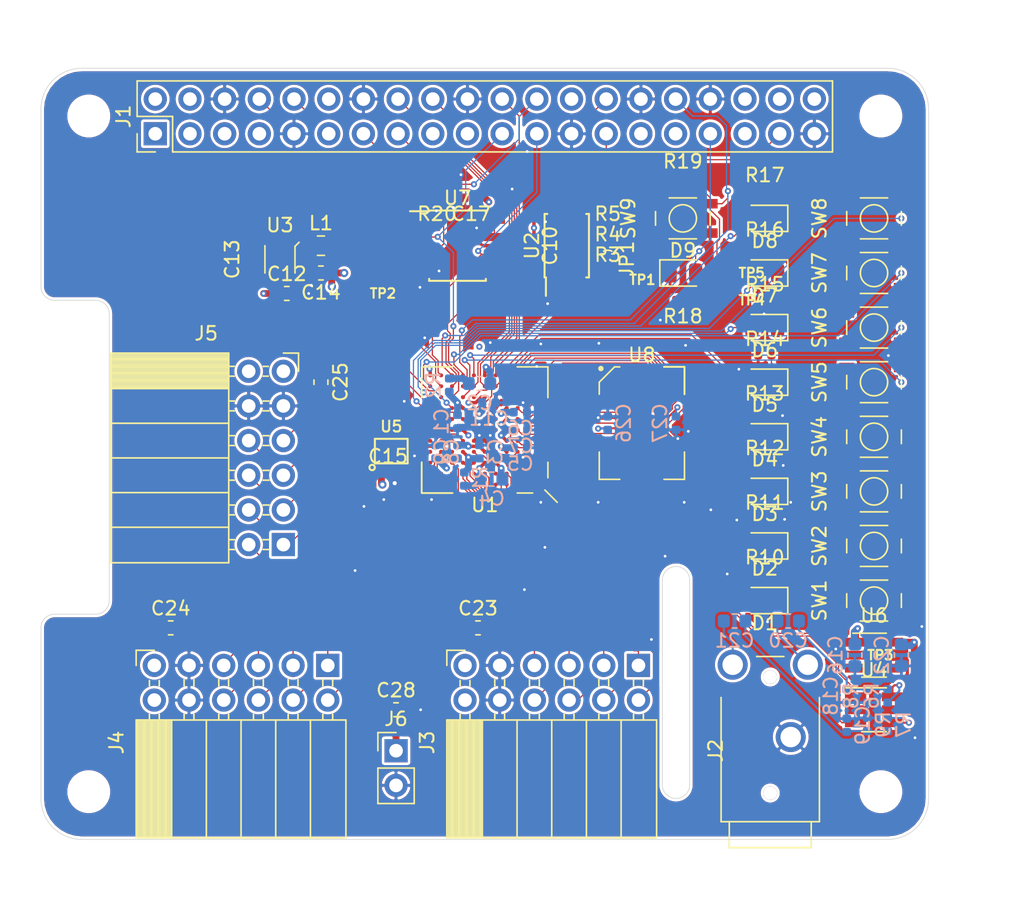
<source format=kicad_pcb>
(kicad_pcb (version 20171130) (host pcbnew 5.1.2+dfsg1-1)
  (layers (0 F.Cu signal) (1 In1.Cu power hide) (2 In2.Cu power) (31 B.Cu signal) (34 B.Paste user) (35 F.Paste user) (36 B.SilkS user hide) (37 F.SilkS user hide) (38 B.Mask user) (39 F.Mask user) (44 Edge.Cuts user))
  (net 0 "")
  (net 1 GND)
  (net 2 +1V2)
  (net 3 "Net-(C2-Pad2)")
  (net 4 "Net-(C2-Pad1)")
  (net 5 "Net-(C4-Pad2)")
  (net 6 "Net-(C4-Pad1)")
  (net 7 +3V3)
  (net 8 +5V)
  (net 9 "Net-(C13-Pad2)")
  (net 10 "Net-(C18-Pad1)")
  (net 11 "Net-(C19-Pad1)")
  (net 12 "Net-(C20-Pad1)")
  (net 13 "Net-(C21-Pad1)")
  (net 14 +3.3VDAC)
  (net 15 "Net-(D1-Pad1)")
  (net 16 /LED0)
  (net 17 /LED1)
  (net 18 "Net-(D2-Pad1)")
  (net 19 "Net-(D3-Pad1)")
  (net 20 /LED2)
  (net 21 /LED3)
  (net 22 "Net-(D4-Pad1)")
  (net 23 /LED4)
  (net 24 "Net-(D5-Pad1)")
  (net 25 "Net-(D6-Pad1)")
  (net 26 /LED5)
  (net 27 /LED6)
  (net 28 "Net-(D7-Pad1)")
  (net 29 "Net-(D8-Pad1)")
  (net 30 /LED7)
  (net 31 /GP13_FPGA_CDONE)
  (net 32 "Net-(J1-Pad3)")
  (net 33 "Net-(J1-Pad5)")
  (net 34 "Net-(J1-Pad7)")
  (net 35 /GP14_UART_TXD)
  (net 36 /GP15_UART_RXD)
  (net 37 "Net-(J1-Pad11)")
  (net 38 "Net-(J1-Pad12)")
  (net 39 /GP27_SDIO_DAT3)
  (net 40 /GP22_SDIO_CLK)
  (net 41 /GP23_SDIO_CMD)
  (net 42 /GP24_SDIO_DAT0)
  (net 43 /GP10_SPI_MOSI)
  (net 44 /GP9_SPI_MISO)
  (net 45 /GP25_SDIO_DAT1)
  (net 46 /GP11_SPI_SCK)
  (net 47 /GP8_SPI_~CS)
  (net 48 "Net-(J1-Pad26)")
  (net 49 /ID_SD)
  (net 50 /ID_SC)
  (net 51 "Net-(J1-Pad29)")
  (net 52 "Net-(J1-Pad31)")
  (net 53 /GP12_FPGA_~RST)
  (net 54 "Net-(J1-Pad35)")
  (net 55 "Net-(J1-Pad36)")
  (net 56 /GP26_SDIO_DAT2)
  (net 57 "Net-(J1-Pad38)")
  (net 58 "Net-(J1-Pad40)")
  (net 59 /IO0_0)
  (net 60 /IO0_1)
  (net 61 /IO0_2)
  (net 62 /IO0_3)
  (net 63 /IO0_4)
  (net 64 /IO0_5)
  (net 65 /IO0_6)
  (net 66 /IO0_7)
  (net 67 /IO1_7)
  (net 68 /IO1_6)
  (net 69 /IO1_5)
  (net 70 /IO1_4)
  (net 71 /IO1_3)
  (net 72 /IO1_2)
  (net 73 /IO1_1)
  (net 74 /IO1_0)
  (net 75 /IO2_0)
  (net 76 /IO2_1)
  (net 77 /IO2_2)
  (net 78 /IO2_3)
  (net 79 /IO2_4)
  (net 80 /IO2_5)
  (net 81 /IO2_6)
  (net 82 /IO2_7)
  (net 83 "Net-(JP1-Pad1)")
  (net 84 "Net-(L1-Pad1)")
  (net 85 "Net-(R6-Pad2)")
  (net 86 "Net-(R7-Pad2)")
  (net 87 /SW0)
  (net 88 /SW1)
  (net 89 /SW2)
  (net 90 /SW3)
  (net 91 /SW4)
  (net 92 /SW5)
  (net 93 /SW6)
  (net 94 /SW7)
  (net 95 /SRAM_DQ0)
  (net 96 /SRAM_DQ5)
  (net 97 /SRAM_DQ7)
  (net 98 /SRAM_DQ6)
  (net 99 /SRAM_DQ12)
  (net 100 /SRAM_A9)
  (net 101 /SRAM_A2)
  (net 102 /SRAM_A4)
  (net 103 /SRAM_A5)
  (net 104 /SRAM_A10)
  (net 105 /SRAM_DQ1)
  (net 106 /SRAM_DQ4)
  (net 107 /SRAM_DQ8)
  (net 108 /SRAM_DQ10)
  (net 109 /SRAM_DQ13)
  (net 110 /SRAM_DQ15)
  (net 111 /SRAM_A3)
  (net 112 /SRAM_A7)
  (net 113 /SRAM_A6)
  (net 114 /SRAM_A12)
  (net 115 /SRAM_DQ3)
  (net 116 /SRAM_DQ9)
  (net 117 /SRAM_DQ11)
  (net 118 /SRAM_A8)
  (net 119 /SRAM_A0)
  (net 120 /SRAM_A1)
  (net 121 /SRAM_A11)
  (net 122 /SRAM_A13)
  (net 123 /SRAM_A15)
  (net 124 /SRAM_DQ2)
  (net 125 /SRAM_DQ14)
  (net 126 /SRAM_A14)
  (net 127 /SRAM_A17)
  (net 128 /SRAM_A16)
  (net 129 /SRAM_~WE)
  (net 130 /SRAM_~OE)
  (net 131 /SRAM_~LB)
  (net 132 /SRAM_~UB)
  (net 133 /AUDIO_R_PWM)
  (net 134 "Net-(U1-PadB10)")
  (net 135 /CLK_OSC)
  (net 136 /AUDIO_L_PWM)
  (module Connector_PinHeader_2.54mm:PinHeader_2x20_P2.54mm_Vertical (layer F.Cu) (at 108.37 84.8 90)
    (fp_text reference J1 (at 1.27 -2.33 90) (layer F.SilkS))
    (fp_text value 2x20)
    (pad 1 thru_hole rect (at 0 0 90) (size 1.7 1.7) (drill 1) (layers *.Cu *.Mask) (net 7 +3V3))
    (pad 2 thru_hole oval (at 2.54 0 90) (size 1.7 1.7) (drill 1) (layers *.Cu *.Mask) (net 8 +5V))
    (pad 3 thru_hole oval (at 0 2.54 90) (size 1.7 1.7) (drill 1) (layers *.Cu *.Mask) (net 32 "Net-(J1-Pad3)"))
    (pad 4 thru_hole oval (at 2.54 2.54 90) (size 1.7 1.7) (drill 1) (layers *.Cu *.Mask) (net 8 +5V))
    (pad 5 thru_hole oval (at 0 5.08 90) (size 1.7 1.7) (drill 1) (layers *.Cu *.Mask) (net 33 "Net-(J1-Pad5)"))
    (pad 6 thru_hole oval (at 2.54 5.08 90) (size 1.7 1.7) (drill 1) (layers *.Cu *.Mask) (net 1 GND))
    (pad 7 thru_hole oval (at 0 7.62 90) (size 1.7 1.7) (drill 1) (layers *.Cu *.Mask) (net 34 "Net-(J1-Pad7)"))
    (pad 8 thru_hole oval (at 2.54 7.62 90) (size 1.7 1.7) (drill 1) (layers *.Cu *.Mask) (net 35 /GP14_UART_TXD))
    (pad 9 thru_hole oval (at 0 10.16 90) (size 1.7 1.7) (drill 1) (layers *.Cu *.Mask) (net 1 GND))
    (pad 10 thru_hole oval (at 2.54 10.16 90) (size 1.7 1.7) (drill 1) (layers *.Cu *.Mask) (net 36 /GP15_UART_RXD))
    (pad 11 thru_hole oval (at 0 12.7 90) (size 1.7 1.7) (drill 1) (layers *.Cu *.Mask) (net 37 "Net-(J1-Pad11)"))
    (pad 12 thru_hole oval (at 2.54 12.7 90) (size 1.7 1.7) (drill 1) (layers *.Cu *.Mask) (net 38 "Net-(J1-Pad12)"))
    (pad 13 thru_hole oval (at 0 15.24 90) (size 1.7 1.7) (drill 1) (layers *.Cu *.Mask) (net 39 /GP27_SDIO_DAT3))
    (pad 14 thru_hole oval (at 2.54 15.24 90) (size 1.7 1.7) (drill 1) (layers *.Cu *.Mask) (net 1 GND))
    (pad 15 thru_hole oval (at 0 17.78 90) (size 1.7 1.7) (drill 1) (layers *.Cu *.Mask) (net 40 /GP22_SDIO_CLK))
    (pad 16 thru_hole oval (at 2.54 17.78 90) (size 1.7 1.7) (drill 1) (layers *.Cu *.Mask) (net 41 /GP23_SDIO_CMD))
    (pad 17 thru_hole oval (at 0 20.32 90) (size 1.7 1.7) (drill 1) (layers *.Cu *.Mask) (net 7 +3V3))
    (pad 18 thru_hole oval (at 2.54 20.32 90) (size 1.7 1.7) (drill 1) (layers *.Cu *.Mask) (net 42 /GP24_SDIO_DAT0))
    (pad 19 thru_hole oval (at 0 22.86 90) (size 1.7 1.7) (drill 1) (layers *.Cu *.Mask) (net 43 /GP10_SPI_MOSI))
    (pad 20 thru_hole oval (at 2.54 22.86 90) (size 1.7 1.7) (drill 1) (layers *.Cu *.Mask) (net 1 GND))
    (pad 21 thru_hole oval (at 0 25.4 90) (size 1.7 1.7) (drill 1) (layers *.Cu *.Mask) (net 44 /GP9_SPI_MISO))
    (pad 22 thru_hole oval (at 2.54 25.4 90) (size 1.7 1.7) (drill 1) (layers *.Cu *.Mask) (net 45 /GP25_SDIO_DAT1))
    (pad 23 thru_hole oval (at 0 27.94 90) (size 1.7 1.7) (drill 1) (layers *.Cu *.Mask) (net 46 /GP11_SPI_SCK))
    (pad 24 thru_hole oval (at 2.54 27.94 90) (size 1.7 1.7) (drill 1) (layers *.Cu *.Mask) (net 47 /GP8_SPI_~CS))
    (pad 25 thru_hole oval (at 0 30.48 90) (size 1.7 1.7) (drill 1) (layers *.Cu *.Mask) (net 1 GND))
    (pad 26 thru_hole oval (at 2.54 30.48 90) (size 1.7 1.7) (drill 1) (layers *.Cu *.Mask) (net 48 "Net-(J1-Pad26)"))
    (pad 27 thru_hole oval (at 0 33.02 90) (size 1.7 1.7) (drill 1) (layers *.Cu *.Mask) (net 49 /ID_SD))
    (pad 28 thru_hole oval (at 2.54 33.02 90) (size 1.7 1.7) (drill 1) (layers *.Cu *.Mask) (net 50 /ID_SC))
    (pad 29 thru_hole oval (at 0 35.56 90) (size 1.7 1.7) (drill 1) (layers *.Cu *.Mask) (net 51 "Net-(J1-Pad29)"))
    (pad 30 thru_hole oval (at 2.54 35.56 90) (size 1.7 1.7) (drill 1) (layers *.Cu *.Mask) (net 1 GND))
    (pad 31 thru_hole oval (at 0 38.1 90) (size 1.7 1.7) (drill 1) (layers *.Cu *.Mask) (net 52 "Net-(J1-Pad31)"))
    (pad 32 thru_hole oval (at 2.54 38.1 90) (size 1.7 1.7) (drill 1) (layers *.Cu *.Mask) (net 53 /GP12_FPGA_~RST))
    (pad 33 thru_hole oval (at 0 40.64 90) (size 1.7 1.7) (drill 1) (layers *.Cu *.Mask) (net 31 /GP13_FPGA_CDONE))
    (pad 34 thru_hole oval (at 2.54 40.64 90) (size 1.7 1.7) (drill 1) (layers *.Cu *.Mask) (net 1 GND))
    (pad 35 thru_hole oval (at 0 43.18 90) (size 1.7 1.7) (drill 1) (layers *.Cu *.Mask) (net 54 "Net-(J1-Pad35)"))
    (pad 36 thru_hole oval (at 2.54 43.18 90) (size 1.7 1.7) (drill 1) (layers *.Cu *.Mask) (net 55 "Net-(J1-Pad36)"))
    (pad 37 thru_hole oval (at 0 45.72 90) (size 1.7 1.7) (drill 1) (layers *.Cu *.Mask) (net 56 /GP26_SDIO_DAT2))
    (pad 38 thru_hole oval (at 2.54 45.72 90) (size 1.7 1.7) (drill 1) (layers *.Cu *.Mask) (net 57 "Net-(J1-Pad38)"))
    (pad 39 thru_hole oval (at 0 48.26 90) (size 1.7 1.7) (drill 1) (layers *.Cu *.Mask) (net 1 GND))
    (pad 40 thru_hole oval (at 2.54 48.26 90) (size 1.7 1.7) (drill 1) (layers *.Cu *.Mask) (net 58 "Net-(J1-Pad40)"))
  )
  (module fpga_hat:PTS815 (layer F.Cu) (at 161 103 270)
    (fp_text reference SW5 (at 0 4 270) (layer F.SilkS))
    (fp_text value PTS815)
    (pad 1 smd rect (at -1.075 -2) (size 1.1 0.7) (layers F.Cu F.Paste F.Mask) (net 91 /SW4))
    (pad 2 smd rect (at 1.075 -2) (size 1.1 0.7) (layers F.Cu F.Paste F.Mask) (net 1 GND))
    (pad ~ smd rect (at 1.075 2) (size 1.1 0.7) (layers F.Cu F.Paste F.Mask))
    (pad ~ smd rect (at -1.075 2) (size 1.1 0.7) (layers F.Cu F.Paste F.Mask))
  )
  (module fpga_hat:BGA-121_11x11_9.0x9.0mm (layer F.Cu) (at 132.5 106.5 180)
    (fp_text reference U1 (at 0 -5.5) (layer F.SilkS))
    (fp_text value iCE40-HX8k-BG121)
    (pad A1 smd circle (at -4 -4 180) (size 0.3 0.3) (layers F.Cu F.Paste F.Mask) (net 97 /SRAM_DQ7))
    (pad B1 smd circle (at -4 -3.2 180) (size 0.3 0.3) (layers F.Cu F.Paste F.Mask) (net 129 /SRAM_~WE))
    (pad C1 smd circle (at -4 -2.4 180) (size 0.3 0.3) (layers F.Cu F.Paste F.Mask) (net 100 /SRAM_A9))
    (pad D1 smd circle (at -4 -1.6 180) (size 0.3 0.3) (layers F.Cu F.Paste F.Mask) (net 114 /SRAM_A12))
    (pad E1 smd circle (at -4 -0.8 180) (size 0.3 0.3) (layers F.Cu F.Paste F.Mask) (net 125 /SRAM_DQ14))
    (pad F1 smd circle (at -4 0 180) (size 0.3 0.3) (layers F.Cu F.Paste F.Mask) (net 99 /SRAM_DQ12))
    (pad G1 smd circle (at -4 0.8 180) (size 0.3 0.3) (layers F.Cu F.Paste F.Mask) (net 107 /SRAM_DQ8))
    (pad H1 smd circle (at -4 1.6 180) (size 0.3 0.3) (layers F.Cu F.Paste F.Mask) (net 132 /SRAM_~UB))
    (pad J1 smd circle (at -4 2.4 180) (size 0.3 0.3) (layers F.Cu F.Paste F.Mask) (net 119 /SRAM_A0))
    (pad K1 smd circle (at -4 3.2 180) (size 0.3 0.3) (layers F.Cu F.Paste F.Mask) (net 102 /SRAM_A4))
    (pad L1 smd circle (at -4 4 180) (size 0.3 0.3) (layers F.Cu F.Paste F.Mask) (net 95 /SRAM_DQ0))
    (pad A2 smd circle (at -3.2 -4 180) (size 0.3 0.3) (layers F.Cu F.Paste F.Mask) (net 96 /SRAM_DQ5))
    (pad B2 smd circle (at -3.2 -3.2 180) (size 0.3 0.3) (layers F.Cu F.Paste F.Mask) (net 104 /SRAM_A10))
    (pad C2 smd circle (at -3.2 -2.4 180) (size 0.3 0.3) (layers F.Cu F.Paste F.Mask) (net 122 /SRAM_A13))
    (pad D2 smd circle (at -3.2 -1.6 180) (size 0.3 0.3) (layers F.Cu F.Paste F.Mask) (net 118 /SRAM_A8))
    (pad E2 smd circle (at -3.2 -0.8 180) (size 0.3 0.3) (layers F.Cu F.Paste F.Mask) (net 109 /SRAM_DQ13))
    (pad F2 smd circle (at -3.2 0 180) (size 0.3 0.3) (layers F.Cu F.Paste F.Mask) (net 116 /SRAM_DQ9))
    (pad G2 smd circle (at -3.2 0.8 180) (size 0.3 0.3) (layers F.Cu F.Paste F.Mask) (net 108 /SRAM_DQ10))
    (pad H2 smd circle (at -3.2 1.6 180) (size 0.3 0.3) (layers F.Cu F.Paste F.Mask) (net 130 /SRAM_~OE))
    (pad J2 smd circle (at -3.2 2.4 180) (size 0.3 0.3) (layers F.Cu F.Paste F.Mask) (net 111 /SRAM_A3))
    (pad K2 smd circle (at -3.2 3.2 180) (size 0.3 0.3) (layers F.Cu F.Paste F.Mask) (net 120 /SRAM_A1))
    (pad L2 smd circle (at -3.2 4 180) (size 0.3 0.3) (layers F.Cu F.Paste F.Mask) (net 113 /SRAM_A6))
    (pad A3 smd circle (at -2.4 -4 180) (size 0.3 0.3) (layers F.Cu F.Paste F.Mask) (net 106 /SRAM_DQ4))
    (pad B3 smd circle (at -2.4 -3.2 180) (size 0.3 0.3) (layers F.Cu F.Paste F.Mask) (net 98 /SRAM_DQ6))
    (pad C3 smd circle (at -2.4 -2.4 180) (size 0.3 0.3) (layers F.Cu F.Paste F.Mask) (net 123 /SRAM_A15))
    (pad D3 smd circle (at -2.4 -1.6 180) (size 0.3 0.3) (layers F.Cu F.Paste F.Mask) (net 121 /SRAM_A11))
    (pad E3 smd circle (at -2.4 -0.8 180) (size 0.3 0.3) (layers F.Cu F.Paste F.Mask) (net 126 /SRAM_A14))
    (pad F3 smd circle (at -2.4 0 180) (size 0.3 0.3) (layers F.Cu F.Paste F.Mask) (net 127 /SRAM_A17))
    (pad G3 smd circle (at -2.4 0.8 180) (size 0.3 0.3) (layers F.Cu F.Paste F.Mask) (net 117 /SRAM_DQ11))
    (pad H3 smd circle (at -2.4 1.6 180) (size 0.3 0.3) (layers F.Cu F.Paste F.Mask) (net 131 /SRAM_~LB))
    (pad J3 smd circle (at -2.4 2.4 180) (size 0.3 0.3) (layers F.Cu F.Paste F.Mask) (net 103 /SRAM_A5))
    (pad K3 smd circle (at -2.4 3.2 180) (size 0.3 0.3) (layers F.Cu F.Paste F.Mask) (net 101 /SRAM_A2))
    (pad L3 smd circle (at -2.4 4 180) (size 0.3 0.3) (layers F.Cu F.Paste F.Mask) (net 105 /SRAM_DQ1))
    (pad A4 smd circle (at -1.6 -4 180) (size 0.3 0.3) (layers F.Cu F.Paste F.Mask) (net 89 /SW2))
    (pad B4 smd circle (at -1.6 -3.2 180) (size 0.3 0.3) (layers F.Cu F.Paste F.Mask) (net 21 /LED3))
    (pad C4 smd circle (at -1.6 -2.4 180) (size 0.3 0.3) (layers F.Cu F.Paste F.Mask) (net 90 /SW3))
    (pad D4 smd circle (at -1.6 -1.6 180) (size 0.3 0.3) (layers F.Cu F.Paste F.Mask) (net 2 +1V2))
    (pad E4 smd circle (at -1.6 -0.8 180) (size 0.3 0.3) (layers F.Cu F.Paste F.Mask) (net 7 +3V3))
    (pad F4 smd circle (at -1.6 0 180) (size 0.3 0.3) (layers F.Cu F.Paste F.Mask) (net 110 /SRAM_DQ15))
    (pad G4 smd circle (at -1.6 0.8 180) (size 0.3 0.3) (layers F.Cu F.Paste F.Mask) (net 7 +3V3))
    (pad H4 smd circle (at -1.6 1.6 180) (size 0.3 0.3) (layers F.Cu F.Paste F.Mask) (net 2 +1V2))
    (pad J4 smd circle (at -1.6 2.4 180) (size 0.3 0.3) (layers F.Cu F.Paste F.Mask) (net 124 /SRAM_DQ2))
    (pad K4 smd circle (at -1.6 3.2 180) (size 0.3 0.3) (layers F.Cu F.Paste F.Mask) (net 115 /SRAM_DQ3))
    (pad L4 smd circle (at -1.6 4 180) (size 0.3 0.3) (layers F.Cu F.Paste F.Mask) (net 112 /SRAM_A7))
    (pad A5 smd circle (at -0.8 -4 180) (size 0.3 0.3) (layers F.Cu F.Paste F.Mask) (net 88 /SW1))
    (pad B5 smd circle (at -0.8 -3.2 180) (size 0.3 0.3) (layers F.Cu F.Paste F.Mask) (net 20 /LED2))
    (pad C5 smd circle (at -0.8 -2.4 180) (size 0.3 0.3) (layers F.Cu F.Paste F.Mask) (net 5 "Net-(C4-Pad2)"))
    (pad D5 smd circle (at -0.8 -1.6 180) (size 0.3 0.3) (layers F.Cu F.Paste F.Mask) (net 128 /SRAM_A16))
    (pad E5 smd circle (at -0.8 -0.8 180) (size 0.3 0.3) (layers F.Cu F.Paste F.Mask) (net 1 GND))
    (pad F5 smd circle (at -0.8 0 180) (size 0.3 0.3) (layers F.Cu F.Paste F.Mask) (net 1 GND))
    (pad G5 smd circle (at -0.8 0.8 180) (size 0.3 0.3) (layers F.Cu F.Paste F.Mask) (net 1 GND))
    (pad H5 smd circle (at -0.8 1.6 180) (size 0.3 0.3) (layers F.Cu F.Paste F.Mask) (net 1 GND))
    (pad J5 smd circle (at -0.8 2.4 180) (size 0.3 0.3) (layers F.Cu F.Paste F.Mask) (net 23 /LED4))
    (pad K5 smd circle (at -0.8 3.2 180) (size 0.3 0.3) (layers F.Cu F.Paste F.Mask) (net 56 /GP26_SDIO_DAT2))
    (pad L5 smd circle (at -0.8 4 180) (size 0.3 0.3) (layers F.Cu F.Paste F.Mask) (net 45 /GP25_SDIO_DAT1))
    (pad A6 smd circle (at 0 -4 180) (size 0.3 0.3) (layers F.Cu F.Paste F.Mask) (net 16 /LED0))
    (pad B6 smd circle (at 0 -3.2 180) (size 0.3 0.3) (layers F.Cu F.Paste F.Mask) (net 87 /SW0))
    (pad C6 smd circle (at 0 -2.4 180) (size 0.3 0.3) (layers F.Cu F.Paste F.Mask) (net 6 "Net-(C4-Pad1)"))
    (pad D6 smd circle (at 0 -1.6 180) (size 0.3 0.3) (layers F.Cu F.Paste F.Mask) (net 7 +3V3))
    (pad E6 smd circle (at 0 -0.8 180) (size 0.3 0.3) (layers F.Cu F.Paste F.Mask) (net 1 GND))
    (pad F6 smd circle (at 0 0 180) (size 0.3 0.3) (layers F.Cu F.Paste F.Mask) (net 1 GND))
    (pad G6 smd circle (at 0 0.8 180) (size 0.3 0.3) (layers F.Cu F.Paste F.Mask) (net 1 GND))
    (pad H6 smd circle (at 0 1.6 180) (size 0.3 0.3) (layers F.Cu F.Paste F.Mask) (net 7 +3V3))
    (pad J6 smd circle (at 0 2.4 180) (size 0.3 0.3) (layers F.Cu F.Paste F.Mask) (net 4 "Net-(C2-Pad1)"))
    (pad K6 smd circle (at 0 3.2 180) (size 0.3 0.3) (layers F.Cu F.Paste F.Mask) (net 40 /GP22_SDIO_CLK))
    (pad L6 smd circle (at 0 4 180) (size 0.3 0.3) (layers F.Cu F.Paste F.Mask) (net 3 "Net-(C2-Pad2)"))
    (pad A7 smd circle (at 0.8 -4 180) (size 0.3 0.3) (layers F.Cu F.Paste F.Mask) (net 63 /IO0_4))
    (pad B7 smd circle (at 0.8 -3.2 180) (size 0.3 0.3) (layers F.Cu F.Paste F.Mask) (net 136 /AUDIO_L_PWM))
    (pad C7 smd circle (at 0.8 -2.4 180) (size 0.3 0.3) (layers F.Cu F.Paste F.Mask) (net 133 /AUDIO_R_PWM))
    (pad D7 smd circle (at 0.8 -1.6 180) (size 0.3 0.3) (layers F.Cu F.Paste F.Mask) (net 17 /LED1))
    (pad E7 smd circle (at 0.8 -0.8 180) (size 0.3 0.3) (layers F.Cu F.Paste F.Mask) (net 1 GND))
    (pad F7 smd circle (at 0.8 0 180) (size 0.3 0.3) (layers F.Cu F.Paste F.Mask) (net 1 GND))
    (pad G7 smd circle (at 0.8 0.8 180) (size 0.3 0.3) (layers F.Cu F.Paste F.Mask) (net 1 GND))
    (pad H7 smd circle (at 0.8 1.6 180) (size 0.3 0.3) (layers F.Cu F.Paste F.Mask) (net 42 /GP24_SDIO_DAT0))
    (pad J7 smd circle (at 0.8 2.4 180) (size 0.3 0.3) (layers F.Cu F.Paste F.Mask) (net 41 /GP23_SDIO_CMD))
    (pad K7 smd circle (at 0.8 3.2 180) (size 0.3 0.3) (layers F.Cu F.Paste F.Mask) (net 39 /GP27_SDIO_DAT3))
    (pad L7 smd circle (at 0.8 4 180) (size 0.3 0.3) (layers F.Cu F.Paste F.Mask) (net 92 /SW5))
    (pad A8 smd circle (at 1.6 -4 180) (size 0.3 0.3) (layers F.Cu F.Paste F.Mask) (net 60 /IO0_1))
    (pad B8 smd circle (at 1.6 -3.2 180) (size 0.3 0.3) (layers F.Cu F.Paste F.Mask) (net 64 /IO0_5))
    (pad C8 smd circle (at 1.6 -2.4 180) (size 0.3 0.3) (layers F.Cu F.Paste F.Mask) (net 59 /IO0_0))
    (pad D8 smd circle (at 1.6 -1.6 180) (size 0.3 0.3) (layers F.Cu F.Paste F.Mask) (net 2 +1V2))
    (pad E8 smd circle (at 1.6 -0.8 180) (size 0.3 0.3) (layers F.Cu F.Paste F.Mask) (net 79 /IO2_4))
    (pad F8 smd circle (at 1.6 0 180) (size 0.3 0.3) (layers F.Cu F.Paste F.Mask) (net 7 +3V3))
    (pad G8 smd circle (at 1.6 0.8 180) (size 0.3 0.3) (layers F.Cu F.Paste F.Mask) (net 78 /IO2_3))
    (pad H8 smd circle (at 1.6 1.6 180) (size 0.3 0.3) (layers F.Cu F.Paste F.Mask) (net 2 +1V2))
    (pad J8 smd circle (at 1.6 2.4 180) (size 0.3 0.3) (layers F.Cu F.Paste F.Mask) (net 91 /SW4))
    (pad K8 smd circle (at 1.6 3.2 180) (size 0.3 0.3) (layers F.Cu F.Paste F.Mask) (net 31 /GP13_FPGA_CDONE))
    (pad L8 smd circle (at 1.6 4 180) (size 0.3 0.3) (layers F.Cu F.Paste F.Mask) (net 26 /LED5))
    (pad A9 smd circle (at 2.4 -4 180) (size 0.3 0.3) (layers F.Cu F.Paste F.Mask) (net 61 /IO0_2))
    (pad B9 smd circle (at 2.4 -3.2 180) (size 0.3 0.3) (layers F.Cu F.Paste F.Mask) (net 66 /IO0_7))
    (pad C9 smd circle (at 2.4 -2.4 180) (size 0.3 0.3) (layers F.Cu F.Paste F.Mask) (net 65 /IO0_6))
    (pad D9 smd circle (at 2.4 -1.6 180) (size 0.3 0.3) (layers F.Cu F.Paste F.Mask) (net 74 /IO1_0))
    (pad E9 smd circle (at 2.4 -0.8 180) (size 0.3 0.3) (layers F.Cu F.Paste F.Mask) (net 67 /IO1_7))
    (pad F9 smd circle (at 2.4 0 180) (size 0.3 0.3) (layers F.Cu F.Paste F.Mask) (net 76 /IO2_1))
    (pad G9 smd circle (at 2.4 0.8 180) (size 0.3 0.3) (layers F.Cu F.Paste F.Mask) (net 82 /IO2_7))
    (pad H9 smd circle (at 2.4 1.6 180) (size 0.3 0.3) (layers F.Cu F.Paste F.Mask) (net 94 /SW7))
    (pad J9 smd circle (at 2.4 2.4 180) (size 0.3 0.3) (layers F.Cu F.Paste F.Mask) (net 44 /GP9_SPI_MISO))
    (pad K9 smd circle (at 2.4 3.2 180) (size 0.3 0.3) (layers F.Cu F.Paste F.Mask) (net 43 /GP10_SPI_MOSI))
    (pad L9 smd circle (at 2.4 4 180) (size 0.3 0.3) (layers F.Cu F.Paste F.Mask) (net 53 /GP12_FPGA_~RST))
    (pad A10 smd circle (at 3.2 -4 180) (size 0.3 0.3) (layers F.Cu F.Paste F.Mask) (net 62 /IO0_3))
    (pad B10 smd circle (at 3.2 -3.2 180) (size 0.3 0.3) (layers F.Cu F.Paste F.Mask) (net 134 "Net-(U1-PadB10)"))
    (pad C10 smd circle (at 3.2 -2.4 180) (size 0.3 0.3) (layers F.Cu F.Paste F.Mask) (net 7 +3V3))
    (pad D10 smd circle (at 3.2 -1.6 180) (size 0.3 0.3) (layers F.Cu F.Paste F.Mask) (net 73 /IO1_1))
    (pad E10 smd circle (at 3.2 -0.8 180) (size 0.3 0.3) (layers F.Cu F.Paste F.Mask) (net 135 /CLK_OSC))
    (pad F10 smd circle (at 3.2 0 180) (size 0.3 0.3) (layers F.Cu F.Paste F.Mask) (net 75 /IO2_0))
    (pad G10 smd circle (at 3.2 0.8 180) (size 0.3 0.3) (layers F.Cu F.Paste F.Mask) (net 81 /IO2_6))
    (pad H10 smd circle (at 3.2 1.6 180) (size 0.3 0.3) (layers F.Cu F.Paste F.Mask) (net 35 /GP14_UART_TXD))
    (pad J10 smd circle (at 3.2 2.4 180) (size 0.3 0.3) (layers F.Cu F.Paste F.Mask) (net 36 /GP15_UART_RXD))
    (pad K10 smd circle (at 3.2 3.2 180) (size 0.3 0.3) (layers F.Cu F.Paste F.Mask) (net 47 /GP8_SPI_~CS))
    (pad L10 smd circle (at 3.2 4 180) (size 0.3 0.3) (layers F.Cu F.Paste F.Mask) (net 46 /GP11_SPI_SCK))
    (pad A11 smd circle (at 4 -4 180) (size 0.3 0.3) (layers F.Cu F.Paste F.Mask) (net 70 /IO1_4))
    (pad B11 smd circle (at 4 -3.2 180) (size 0.3 0.3) (layers F.Cu F.Paste F.Mask) (net 69 /IO1_5))
    (pad C11 smd circle (at 4 -2.4 180) (size 0.3 0.3) (layers F.Cu F.Paste F.Mask) (net 68 /IO1_6))
    (pad D11 smd circle (at 4 -1.6 180) (size 0.3 0.3) (layers F.Cu F.Paste F.Mask) (net 72 /IO1_2))
    (pad E11 smd circle (at 4 -0.8 180) (size 0.3 0.3) (layers F.Cu F.Paste F.Mask) (net 71 /IO1_3))
    (pad F11 smd circle (at 4 0 180) (size 0.3 0.3) (layers F.Cu F.Paste F.Mask) (net 80 /IO2_5))
    (pad G11 smd circle (at 4 0.8 180) (size 0.3 0.3) (layers F.Cu F.Paste F.Mask) (net 77 /IO2_2))
    (pad H11 smd circle (at 4 1.6 180) (size 0.3 0.3) (layers F.Cu F.Paste F.Mask) (net 30 /LED7))
    (pad J11 smd circle (at 4 2.4 180) (size 0.3 0.3) (layers F.Cu F.Paste F.Mask) (net 27 /LED6))
    (pad K11 smd circle (at 4 3.2 180) (size 0.3 0.3) (layers F.Cu F.Paste F.Mask) (net 93 /SW6))
    (pad L11 smd circle (at 4 4 180) (size 0.3 0.3) (layers F.Cu F.Paste F.Mask) (net 7 +3V3))
  )
  (module Capacitor_SMD:C_0402_1005Metric (layer B.Cu) (at 128.9 108.1 90)
    (fp_text reference C8 (at 0 1.17 90) (layer B.SilkS) (effects (justify mirror)))
    (fp_text value 100n)
    (pad 2 smd roundrect (at 0.485 0 90) (size 0.59 0.64) (layers B.Cu B.Paste B.Mask) (net 1 GND))
    (pad 1 smd roundrect (at -0.485 0 90) (size 0.59 0.64) (layers B.Cu B.Paste B.Mask) (net 7 +3V3))
  )
  (module fpga_hat:MOUNTHOLE_M2.5 (layer F.Cu) (at 161.5 83.5)
    (fp_text reference REF** hide)
    (fp_text value MOUNTHOLE_M2.5 hide)
    (pad "" np_thru_hole circle (at 0 0) (size 2.75 2.75) (drill 2.75) (layers *.Cu *.Mask) (thermal_gap 1.9))
  )
  (module fpga_hat:MOUNTHOLE_M2.5 (layer F.Cu) (at 161.5 133)
    (fp_text reference REF** hide)
    (fp_text value MOUNTHOLE_M2.5 hide)
    (pad "" np_thru_hole circle (at 0 0) (size 2.75 2.75) (drill 2.75) (layers *.Cu *.Mask) (thermal_gap 1.9))
  )
  (module fpga_hat:MOUNTHOLE_M2.5 (layer F.Cu) (at 103.5 133)
    (fp_text reference REF** hide)
    (fp_text value MOUNTHOLE_M2.5 hide)
    (pad "" np_thru_hole circle (at 0 0) (size 2.75 2.75) (drill 2.75) (layers *.Cu *.Mask) (thermal_gap 1.9))
  )
  (module fpga_hat:MOUNTHOLE_M2.5 (layer F.Cu) (at 103.5 83.5)
    (fp_text reference REF** hide)
    (fp_text value MOUNTHOLE_M2.5 hide)
    (pad "" np_thru_hole circle (at 0 0) (size 2.75 2.75) (drill 2.75) (layers *.Cu *.Mask) (thermal_gap 1.9))
  )
  (module Capacitor_SMD:C_0402_1005Metric (layer B.Cu) (at 130.5 105.885 270)
    (fp_text reference C1 (at 0 1.17 90) (layer B.SilkS) (effects (justify mirror)))
    (fp_text value 100n)
    (pad 2 smd roundrect (at 0.485 0 270) (size 0.59 0.64) (layers B.Cu B.Paste B.Mask) (net 1 GND))
    (pad 1 smd roundrect (at -0.485 0 270) (size 0.59 0.64) (layers B.Cu B.Paste B.Mask) (net 2 +1V2))
  )
  (module Capacitor_SMD:C_0603_1608Metric (layer B.Cu) (at 132.1125 103.1)
    (fp_text reference C2 (at 0 1.43) (layer B.SilkS) (effects (justify mirror)))
    (fp_text value 4u7)
    (pad 2 smd roundrect (at 0.7875 0) (size 0.875 0.95) (layers B.Cu B.Paste B.Mask) (net 3 "Net-(C2-Pad2)"))
    (pad 1 smd roundrect (at -0.7875 0) (size 0.875 0.95) (layers B.Cu B.Paste B.Mask) (net 4 "Net-(C2-Pad1)"))
  )
  (module Capacitor_SMD:C_0402_1005Metric (layer B.Cu) (at 132.1 108.1 90)
    (fp_text reference C3 (at 0 1.17 90) (layer B.SilkS) (effects (justify mirror)))
    (fp_text value 100n)
    (pad 1 smd roundrect (at -0.485 0 90) (size 0.59 0.64) (layers B.Cu B.Paste B.Mask) (net 2 +1V2))
    (pad 2 smd roundrect (at 0.485 0 90) (size 0.59 0.64) (layers B.Cu B.Paste B.Mask) (net 1 GND))
  )
  (module Capacitor_SMD:C_0603_1608Metric (layer B.Cu) (at 133 110.1)
    (fp_text reference C4 (at 0 1.43) (layer B.SilkS) (effects (justify mirror)))
    (fp_text value 4u7)
    (pad 1 smd roundrect (at -0.7875 0) (size 0.875 0.95) (layers B.Cu B.Paste B.Mask) (net 6 "Net-(C4-Pad1)"))
    (pad 2 smd roundrect (at 0.7875 0) (size 0.875 0.95) (layers B.Cu B.Paste B.Mask) (net 5 "Net-(C4-Pad2)"))
  )
  (module Capacitor_SMD:C_0402_1005Metric (layer B.Cu) (at 135.1 107.8)
    (fp_text reference C5 (at 0 1.17 180) (layer B.SilkS) (effects (justify mirror)))
    (fp_text value 100n)
    (pad 1 smd roundrect (at -0.485 0) (size 0.59 0.64) (layers B.Cu B.Paste B.Mask) (net 2 +1V2))
    (pad 2 smd roundrect (at 0.485 0) (size 0.59 0.64) (layers B.Cu B.Paste B.Mask) (net 1 GND))
  )
  (module Capacitor_SMD:C_0402_1005Metric (layer B.Cu) (at 135.1 105.2)
    (fp_text reference C6 (at 0 1.17) (layer B.SilkS) (effects (justify mirror)))
    (fp_text value 100n)
    (pad 2 smd roundrect (at 0.485 0) (size 0.59 0.64) (layers B.Cu B.Paste B.Mask) (net 1 GND))
    (pad 1 smd roundrect (at -0.485 0) (size 0.59 0.64) (layers B.Cu B.Paste B.Mask) (net 2 +1V2))
  )
  (module Capacitor_SMD:C_0402_1005Metric (layer B.Cu) (at 135.115 106.5)
    (fp_text reference C7 (at 0 1.17 180) (layer B.SilkS) (effects (justify mirror)))
    (fp_text value 100n)
    (pad 2 smd roundrect (at 0.485 0) (size 0.59 0.64) (layers B.Cu B.Paste B.Mask) (net 1 GND))
    (pad 1 smd roundrect (at -0.485 0) (size 0.59 0.64) (layers B.Cu B.Paste B.Mask) (net 7 +3V3))
  )
  (module Capacitor_SMD:C_0402_1005Metric (layer B.Cu) (at 130.5 108.1 270)
    (fp_text reference C9 (at 0 1.17 90) (layer B.SilkS) (effects (justify mirror)))
    (fp_text value 100n)
    (pad 2 smd roundrect (at 0.485 0 270) (size 0.59 0.64) (layers B.Cu B.Paste B.Mask) (net 1 GND))
    (pad 1 smd roundrect (at -0.485 0 270) (size 0.59 0.64) (layers B.Cu B.Paste B.Mask) (net 7 +3V3))
  )
  (module Capacitor_SMD:C_0402_1005Metric (layer F.Cu) (at 136.1 93 270)
    (fp_text reference C10 (at 0 -1.17 90) (layer F.SilkS))
    (fp_text value 100n)
    (pad 2 smd roundrect (at 0.485 0 270) (size 0.59 0.64) (layers F.Cu F.Paste F.Mask) (net 1 GND))
    (pad 1 smd roundrect (at -0.485 0 270) (size 0.59 0.64) (layers F.Cu F.Paste F.Mask) (net 7 +3V3))
  )
  (module Capacitor_SMD:C_0402_1005Metric (layer B.Cu) (at 132.8 104.5)
    (fp_text reference C11 (at 0 1.17) (layer B.SilkS) (effects (justify mirror)))
    (fp_text value 100n)
    (pad 1 smd roundrect (at -0.485 0) (size 0.59 0.64) (layers B.Cu B.Paste B.Mask) (net 7 +3V3))
    (pad 2 smd roundrect (at 0.485 0) (size 0.59 0.64) (layers B.Cu B.Paste B.Mask) (net 1 GND))
  )
  (module Capacitor_SMD:C_0603_1608Metric (layer F.Cu) (at 118 96.5)
    (fp_text reference C12 (at 0 -1.43) (layer F.SilkS))
    (fp_text value 4u7)
    (pad 2 smd roundrect (at 0.7875 0) (size 0.875 0.95) (layers F.Cu F.Paste F.Mask) (net 1 GND))
    (pad 1 smd roundrect (at -0.7875 0) (size 0.875 0.95) (layers F.Cu F.Paste F.Mask) (net 8 +5V))
  )
  (module Capacitor_SMD:C_0402_1005Metric (layer F.Cu) (at 115.5 94 270)
    (fp_text reference C13 (at 0 1.5 90) (layer F.SilkS))
    (fp_text value 560p)
    (pad 1 smd roundrect (at -0.485 0 270) (size 0.59 0.64) (layers F.Cu F.Paste F.Mask) (net 2 +1V2))
    (pad 2 smd roundrect (at 0.485 0 270) (size 0.59 0.64) (layers F.Cu F.Paste F.Mask) (net 9 "Net-(C13-Pad2)"))
  )
  (module Capacitor_SMD:C_0603_1608Metric (layer F.Cu) (at 120.5 95 180)
    (fp_text reference C14 (at 0 -1.43) (layer F.SilkS))
    (fp_text value 4u7)
    (pad 2 smd roundrect (at 0.7875 0 180) (size 0.875 0.95) (layers F.Cu F.Paste F.Mask) (net 1 GND))
    (pad 1 smd roundrect (at -0.7875 0 180) (size 0.875 0.95) (layers F.Cu F.Paste F.Mask) (net 2 +1V2))
  )
  (module Capacitor_SMD:C_0402_1005Metric (layer F.Cu) (at 125.415 109.6)
    (fp_text reference C15 (at 0 -1.17) (layer F.SilkS))
    (fp_text value 100n)
    (pad 2 smd roundrect (at 0.485 0) (size 0.59 0.64) (layers F.Cu F.Paste F.Mask) (net 1 GND))
    (pad 1 smd roundrect (at -0.485 0) (size 0.59 0.64) (layers F.Cu F.Paste F.Mask) (net 7 +3V3))
  )
  (module Capacitor_SMD:C_0603_1608Metric (layer B.Cu) (at 159.6 123 270)
    (fp_text reference C16 (at 0 1.43 90) (layer B.SilkS) (effects (justify mirror)))
    (fp_text value 1u)
    (pad 1 smd roundrect (at -0.7875 0 270) (size 0.875 0.95) (layers B.Cu B.Paste B.Mask) (net 8 +5V))
    (pad 2 smd roundrect (at 0.7875 0 270) (size 0.875 0.95) (layers B.Cu B.Paste B.Mask) (net 1 GND))
  )
  (module Capacitor_SMD:C_0402_1005Metric (layer F.Cu) (at 131.5 89.5 180)
    (fp_text reference C17 (at 0 -1.17) (layer F.SilkS))
    (fp_text value 100n)
    (pad 1 smd roundrect (at -0.485 0 180) (size 0.59 0.64) (layers F.Cu F.Paste F.Mask) (net 7 +3V3))
    (pad 2 smd roundrect (at 0.485 0 180) (size 0.59 0.64) (layers F.Cu F.Paste F.Mask) (net 1 GND))
  )
  (module Capacitor_SMD:C_0402_1005Metric (layer B.Cu) (at 159 125.985 270)
    (fp_text reference C18 (at 0 1.17 90) (layer B.SilkS) (effects (justify mirror)))
    (fp_text value 100n)
    (pad 1 smd roundrect (at -0.485 0 270) (size 0.59 0.64) (layers B.Cu B.Paste B.Mask) (net 10 "Net-(C18-Pad1)"))
    (pad 2 smd roundrect (at 0.485 0 270) (size 0.59 0.64) (layers B.Cu B.Paste B.Mask) (net 1 GND))
  )
  (module Capacitor_SMD:C_0402_1005Metric (layer B.Cu) (at 159 128.135 90)
    (fp_text reference C19 (at 0 1.17 90) (layer B.SilkS) (effects (justify mirror)))
    (fp_text value 100n)
    (pad 1 smd roundrect (at -0.485 0 90) (size 0.59 0.64) (layers B.Cu B.Paste B.Mask) (net 11 "Net-(C19-Pad1)"))
    (pad 2 smd roundrect (at 0.485 0 90) (size 0.59 0.64) (layers B.Cu B.Paste B.Mask) (net 1 GND))
  )
  (module Capacitor_SMD:C_0603_1608Metric (layer B.Cu) (at 154.7125 120.5)
    (fp_text reference C20 (at 0 1.43) (layer B.SilkS) (effects (justify mirror)))
    (fp_text value 4u7)
    (pad 1 smd roundrect (at -0.7875 0) (size 0.875 0.95) (layers B.Cu B.Paste B.Mask) (net 12 "Net-(C20-Pad1)"))
    (pad 2 smd roundrect (at 0.7875 0) (size 0.875 0.95) (layers B.Cu B.Paste B.Mask) (net 10 "Net-(C18-Pad1)"))
  )
  (module Capacitor_SMD:C_0603_1608Metric (layer B.Cu) (at 150.7875 120.5)
    (fp_text reference C21 (at 0 1.43) (layer B.SilkS) (effects (justify mirror)))
    (fp_text value 4u7)
    (pad 1 smd roundrect (at -0.7875 0) (size 0.875 0.95) (layers B.Cu B.Paste B.Mask) (net 13 "Net-(C21-Pad1)"))
    (pad 2 smd roundrect (at 0.7875 0) (size 0.875 0.95) (layers B.Cu B.Paste B.Mask) (net 11 "Net-(C19-Pad1)"))
  )
  (module Capacitor_SMD:C_0603_1608Metric (layer B.Cu) (at 163 123 270)
    (fp_text reference C22 (at 0 1.43 90) (layer B.SilkS) (effects (justify mirror)))
    (fp_text value 1u)
    (pad 2 smd roundrect (at 0.7875 0 270) (size 0.875 0.95) (layers B.Cu B.Paste B.Mask) (net 1 GND))
    (pad 1 smd roundrect (at -0.7875 0 270) (size 0.875 0.95) (layers B.Cu B.Paste B.Mask) (net 14 +3.3VDAC))
  )
  (module Capacitor_SMD:C_0603_1608Metric (layer F.Cu) (at 132 121)
    (fp_text reference C23 (at 0 -1.43) (layer F.SilkS))
    (fp_text value 1u)
    (pad 2 smd roundrect (at 0.7875 0) (size 0.875 0.95) (layers F.Cu F.Paste F.Mask) (net 1 GND))
    (pad 1 smd roundrect (at -0.7875 0) (size 0.875 0.95) (layers F.Cu F.Paste F.Mask) (net 7 +3V3))
  )
  (module Capacitor_SMD:C_0603_1608Metric (layer F.Cu) (at 109.5 121)
    (fp_text reference C24 (at 0 -1.43) (layer F.SilkS))
    (fp_text value 1u)
    (pad 1 smd roundrect (at -0.7875 0) (size 0.875 0.95) (layers F.Cu F.Paste F.Mask) (net 7 +3V3))
    (pad 2 smd roundrect (at 0.7875 0) (size 0.875 0.95) (layers F.Cu F.Paste F.Mask) (net 1 GND))
  )
  (module Capacitor_SMD:C_0603_1608Metric (layer F.Cu) (at 120.5 103 270)
    (fp_text reference C25 (at 0 -1.43 90) (layer F.SilkS))
    (fp_text value 1u)
    (pad 2 smd roundrect (at 0.7875 0 270) (size 0.875 0.95) (layers F.Cu F.Paste F.Mask) (net 1 GND))
    (pad 1 smd roundrect (at -0.7875 0 270) (size 0.875 0.95) (layers F.Cu F.Paste F.Mask) (net 7 +3V3))
  )
  (module Capacitor_SMD:C_0402_1005Metric (layer B.Cu) (at 141.5 106 90)
    (fp_text reference C26 (at 0 1.17 270) (layer B.SilkS) (effects (justify mirror)))
    (fp_text value 100n)
    (pad 1 smd roundrect (at -0.485 0 90) (size 0.59 0.64) (layers B.Cu B.Paste B.Mask) (net 7 +3V3))
    (pad 2 smd roundrect (at 0.485 0 90) (size 0.59 0.64) (layers B.Cu B.Paste B.Mask) (net 1 GND))
  )
  (module Capacitor_SMD:C_0402_1005Metric (layer B.Cu) (at 146.5 106 270)
    (fp_text reference C27 (at 0 1.17 270) (layer B.SilkS) (effects (justify mirror)))
    (fp_text value 100n)
    (pad 2 smd roundrect (at 0.485 0 270) (size 0.59 0.64) (layers B.Cu B.Paste B.Mask) (net 1 GND))
    (pad 1 smd roundrect (at -0.485 0 270) (size 0.59 0.64) (layers B.Cu B.Paste B.Mask) (net 7 +3V3))
  )
  (module Capacitor_SMD:C_0603_1608Metric (layer F.Cu) (at 126 127)
    (fp_text reference C28 (at 0 -1.43) (layer F.SilkS))
    (fp_text value 1u)
    (pad 1 smd roundrect (at -0.7875 0) (size 0.875 0.95) (layers F.Cu F.Paste F.Mask) (net 8 +5V))
    (pad 2 smd roundrect (at 0.7875 0) (size 0.875 0.95) (layers F.Cu F.Paste F.Mask) (net 1 GND))
  )
  (module LED_SMD:LED_0805_2012Metric (layer F.Cu) (at 153 119 180)
    (fp_text reference D1 (at 0 -1.65) (layer F.SilkS))
    (fp_text value LED)
    (pad 1 smd roundrect (at -0.9375 0 180) (size 0.975 1.4) (layers F.Cu F.Paste F.Mask) (net 15 "Net-(D1-Pad1)"))
    (pad 2 smd roundrect (at 0.9375 0 180) (size 0.975 1.4) (layers F.Cu F.Paste F.Mask) (net 16 /LED0))
  )
  (module LED_SMD:LED_0805_2012Metric (layer F.Cu) (at 153 115 180)
    (fp_text reference D2 (at 0 -1.65) (layer F.SilkS))
    (fp_text value LED)
    (pad 1 smd roundrect (at -0.9375 0 180) (size 0.975 1.4) (layers F.Cu F.Paste F.Mask) (net 18 "Net-(D2-Pad1)"))
    (pad 2 smd roundrect (at 0.9375 0 180) (size 0.975 1.4) (layers F.Cu F.Paste F.Mask) (net 17 /LED1))
  )
  (module LED_SMD:LED_0805_2012Metric (layer F.Cu) (at 153 111 180)
    (fp_text reference D3 (at 0 -1.65) (layer F.SilkS))
    (fp_text value LED)
    (pad 2 smd roundrect (at 0.9375 0 180) (size 0.975 1.4) (layers F.Cu F.Paste F.Mask) (net 20 /LED2))
    (pad 1 smd roundrect (at -0.9375 0 180) (size 0.975 1.4) (layers F.Cu F.Paste F.Mask) (net 19 "Net-(D3-Pad1)"))
  )
  (module LED_SMD:LED_0805_2012Metric (layer F.Cu) (at 153 107 180)
    (fp_text reference D4 (at 0 -1.65) (layer F.SilkS))
    (fp_text value LED)
    (pad 1 smd roundrect (at -0.9375 0 180) (size 0.975 1.4) (layers F.Cu F.Paste F.Mask) (net 22 "Net-(D4-Pad1)"))
    (pad 2 smd roundrect (at 0.9375 0 180) (size 0.975 1.4) (layers F.Cu F.Paste F.Mask) (net 21 /LED3))
  )
  (module LED_SMD:LED_0805_2012Metric (layer F.Cu) (at 153 103 180)
    (fp_text reference D5 (at 0 -1.65) (layer F.SilkS))
    (fp_text value LED)
    (pad 2 smd roundrect (at 0.9375 0 180) (size 0.975 1.4) (layers F.Cu F.Paste F.Mask) (net 23 /LED4))
    (pad 1 smd roundrect (at -0.9375 0 180) (size 0.975 1.4) (layers F.Cu F.Paste F.Mask) (net 24 "Net-(D5-Pad1)"))
  )
  (module LED_SMD:LED_0805_2012Metric (layer F.Cu) (at 153 99 180)
    (fp_text reference D6 (at 0 -1.65) (layer F.SilkS))
    (fp_text value LED)
    (pad 1 smd roundrect (at -0.9375 0 180) (size 0.975 1.4) (layers F.Cu F.Paste F.Mask) (net 25 "Net-(D6-Pad1)"))
    (pad 2 smd roundrect (at 0.9375 0 180) (size 0.975 1.4) (layers F.Cu F.Paste F.Mask) (net 26 /LED5))
  )
  (module LED_SMD:LED_0805_2012Metric (layer F.Cu) (at 153 95 180)
    (fp_text reference D7 (at 0 -1.65) (layer F.SilkS))
    (fp_text value LED)
    (pad 2 smd roundrect (at 0.9375 0 180) (size 0.975 1.4) (layers F.Cu F.Paste F.Mask) (net 27 /LED6))
    (pad 1 smd roundrect (at -0.9375 0 180) (size 0.975 1.4) (layers F.Cu F.Paste F.Mask) (net 28 "Net-(D7-Pad1)"))
  )
  (module LED_SMD:LED_0805_2012Metric (layer F.Cu) (at 153 91 180)
    (fp_text reference D8 (at 0 -1.65) (layer F.SilkS))
    (fp_text value LED)
    (pad 1 smd roundrect (at -0.9375 0 180) (size 0.975 1.4) (layers F.Cu F.Paste F.Mask) (net 29 "Net-(D8-Pad1)"))
    (pad 2 smd roundrect (at 0.9375 0 180) (size 0.975 1.4) (layers F.Cu F.Paste F.Mask) (net 30 /LED7))
  )
  (module LED_SMD:LED_0805_2012Metric (layer F.Cu) (at 147 95)
    (fp_text reference D9 (at 0 -1.65) (layer F.SilkS))
    (fp_text value LED)
    (pad 2 smd roundrect (at 0.9375 0) (size 0.975 1.4) (layers F.Cu F.Paste F.Mask) (net 31 /GP13_FPGA_CDONE))
    (pad 1 smd roundrect (at -0.9375 0) (size 0.975 1.4) (layers F.Cu F.Paste F.Mask) (net 1 GND))
  )
  (module fpga_hat:STX-3000_TRS_3.5mm (layer F.Cu) (at 153.4 129 90)
    (fp_text reference J2 (at -1 -4 90) (layer F.SilkS))
    (fp_text value AudioJack3)
    (pad ~ thru_hole circle (at -4.1 0 90) (size 1 1) (drill 1) (layers *.Cu *.Mask))
    (pad ~ thru_hole circle (at 4.4 0 90) (size 1 1) (drill 1) (layers *.Cu *.Mask))
    (pad S thru_hole circle (at 0 1.5 90) (size 2.2 2.2) (drill 1.5) (layers *.Cu *.Mask) (net 1 GND))
    (pad R thru_hole circle (at 5.3 -2.75 90) (size 2.2 2.2) (drill 1.5) (layers *.Cu *.Mask) (net 13 "Net-(C21-Pad1)"))
    (pad T thru_hole circle (at 5.3 2.75 90) (size 2.2 2.2) (drill 1.5) (layers *.Cu *.Mask) (net 12 "Net-(C20-Pad1)"))
  )
  (module fpga_hat:PinSocket_2x06_P2.54mm_Horizontal (layer F.Cu) (at 143.75 123.75 90)
    (fp_text reference J3 (at -5.65 -15.47 90) (layer F.SilkS))
    (fp_text value Conn_02x06_Top_Bottom)
    (pad 6 thru_hole circle (at 0 -12.7 90) (size 1.7 1.7) (drill 1) (layers *.Cu *.Mask) (net 7 +3V3))
    (pad 12 thru_hole oval (at -2.54 -12.7 90) (size 1.7 1.7) (drill 1) (layers *.Cu *.Mask) (net 7 +3V3))
    (pad 5 thru_hole oval (at 0 -10.16 90) (size 1.7 1.7) (drill 1) (layers *.Cu *.Mask) (net 1 GND))
    (pad 11 thru_hole oval (at -2.54 -10.16 90) (size 1.7 1.7) (drill 1) (layers *.Cu *.Mask) (net 1 GND))
    (pad 4 thru_hole oval (at 0 -7.62 90) (size 1.7 1.7) (drill 1) (layers *.Cu *.Mask) (net 62 /IO0_3))
    (pad 10 thru_hole oval (at -2.54 -7.62 90) (size 1.7 1.7) (drill 1) (layers *.Cu *.Mask) (net 66 /IO0_7))
    (pad 3 thru_hole oval (at 0 -5.08 90) (size 1.7 1.7) (drill 1) (layers *.Cu *.Mask) (net 61 /IO0_2))
    (pad 9 thru_hole oval (at -2.54 -5.08 90) (size 1.7 1.7) (drill 1) (layers *.Cu *.Mask) (net 65 /IO0_6))
    (pad 2 thru_hole oval (at 0 -2.54 90) (size 1.7 1.7) (drill 1) (layers *.Cu *.Mask) (net 60 /IO0_1))
    (pad 8 thru_hole oval (at -2.54 -2.54 90) (size 1.7 1.7) (drill 1) (layers *.Cu *.Mask) (net 64 /IO0_5))
    (pad 1 thru_hole rect (at 0 0 90) (size 1.7 1.7) (drill 1) (layers *.Cu *.Mask) (net 59 /IO0_0))
    (pad 7 thru_hole oval (at -2.54 0 90) (size 1.7 1.7) (drill 1) (layers *.Cu *.Mask) (net 63 /IO0_4))
  )
  (module fpga_hat:PinSocket_2x06_P2.54mm_Horizontal (layer F.Cu) (at 121 123.75 90)
    (fp_text reference J4 (at -5.65 -15.47 90) (layer F.SilkS))
    (fp_text value Conn_02x06_Top_Bottom)
    (pad 7 thru_hole oval (at -2.54 0 90) (size 1.7 1.7) (drill 1) (layers *.Cu *.Mask) (net 70 /IO1_4))
    (pad 1 thru_hole rect (at 0 0 90) (size 1.7 1.7) (drill 1) (layers *.Cu *.Mask) (net 74 /IO1_0))
    (pad 8 thru_hole oval (at -2.54 -2.54 90) (size 1.7 1.7) (drill 1) (layers *.Cu *.Mask) (net 69 /IO1_5))
    (pad 2 thru_hole oval (at 0 -2.54 90) (size 1.7 1.7) (drill 1) (layers *.Cu *.Mask) (net 73 /IO1_1))
    (pad 9 thru_hole oval (at -2.54 -5.08 90) (size 1.7 1.7) (drill 1) (layers *.Cu *.Mask) (net 68 /IO1_6))
    (pad 3 thru_hole oval (at 0 -5.08 90) (size 1.7 1.7) (drill 1) (layers *.Cu *.Mask) (net 72 /IO1_2))
    (pad 10 thru_hole oval (at -2.54 -7.62 90) (size 1.7 1.7) (drill 1) (layers *.Cu *.Mask) (net 67 /IO1_7))
    (pad 4 thru_hole oval (at 0 -7.62 90) (size 1.7 1.7) (drill 1) (layers *.Cu *.Mask) (net 71 /IO1_3))
    (pad 11 thru_hole oval (at -2.54 -10.16 90) (size 1.7 1.7) (drill 1) (layers *.Cu *.Mask) (net 1 GND))
    (pad 5 thru_hole oval (at 0 -10.16 90) (size 1.7 1.7) (drill 1) (layers *.Cu *.Mask) (net 1 GND))
    (pad 12 thru_hole oval (at -2.54 -12.7 90) (size 1.7 1.7) (drill 1) (layers *.Cu *.Mask) (net 7 +3V3))
    (pad 6 thru_hole circle (at 0 -12.7 90) (size 1.7 1.7) (drill 1) (layers *.Cu *.Mask) (net 7 +3V3))
  )
  (module fpga_hat:PinSocket_2x06_P2.54mm_Horizontal (layer F.Cu) (at 117.75 114.9)
    (fp_text reference J5 (at -5.65 -15.47) (layer F.SilkS))
    (fp_text value Conn_02x06_Top_Bottom)
    (pad 6 thru_hole circle (at 0 -12.7) (size 1.7 1.7) (drill 1) (layers *.Cu *.Mask) (net 7 +3V3))
    (pad 12 thru_hole oval (at -2.54 -12.7) (size 1.7 1.7) (drill 1) (layers *.Cu *.Mask) (net 7 +3V3))
    (pad 5 thru_hole oval (at 0 -10.16) (size 1.7 1.7) (drill 1) (layers *.Cu *.Mask) (net 1 GND))
    (pad 11 thru_hole oval (at -2.54 -10.16) (size 1.7 1.7) (drill 1) (layers *.Cu *.Mask) (net 1 GND))
    (pad 4 thru_hole oval (at 0 -7.62) (size 1.7 1.7) (drill 1) (layers *.Cu *.Mask) (net 78 /IO2_3))
    (pad 10 thru_hole oval (at -2.54 -7.62) (size 1.7 1.7) (drill 1) (layers *.Cu *.Mask) (net 82 /IO2_7))
    (pad 3 thru_hole oval (at 0 -5.08) (size 1.7 1.7) (drill 1) (layers *.Cu *.Mask) (net 77 /IO2_2))
    (pad 9 thru_hole oval (at -2.54 -5.08) (size 1.7 1.7) (drill 1) (layers *.Cu *.Mask) (net 81 /IO2_6))
    (pad 2 thru_hole oval (at 0 -2.54) (size 1.7 1.7) (drill 1) (layers *.Cu *.Mask) (net 76 /IO2_1))
    (pad 8 thru_hole oval (at -2.54 -2.54) (size 1.7 1.7) (drill 1) (layers *.Cu *.Mask) (net 80 /IO2_5))
    (pad 1 thru_hole rect (at 0 0) (size 1.7 1.7) (drill 1) (layers *.Cu *.Mask) (net 75 /IO2_0))
    (pad 7 thru_hole oval (at -2.54 0) (size 1.7 1.7) (drill 1) (layers *.Cu *.Mask) (net 79 /IO2_4))
  )
  (module Connector_PinHeader_2.54mm:PinHeader_1x02_P2.54mm_Vertical (layer F.Cu) (at 126 130)
    (fp_text reference J6 (at 0 -2.33) (layer F.SilkS))
    (fp_text value Conn_01x02)
    (pad 1 thru_hole rect (at 0 0) (size 1.7 1.7) (drill 1) (layers *.Cu *.Mask) (net 8 +5V))
    (pad 2 thru_hole oval (at 0 2.54) (size 1.7 1.7) (drill 1) (layers *.Cu *.Mask) (net 1 GND))
  )
  (module fpga_hat:SOLDER_JUMP (layer F.Cu) (at 141.5 94 90)
    (fp_text reference JP1 (at 0 1.4 90) (layer F.SilkS))
    (fp_text value "Solder jumper")
    (pad 1 smd rect (at 0 -0.275 90) (size 0.4 0.4) (layers F.Cu F.Paste F.Mask) (net 83 "Net-(JP1-Pad1)"))
    (pad 2 smd rect (at 0 0.275 90) (size 0.4 0.4) (layers F.Cu F.Paste F.Mask) (net 1 GND))
  )
  (module Inductor_SMD:L_0805_2012Metric (layer F.Cu) (at 120.5 93)
    (fp_text reference L1 (at 0 -1.65) (layer F.SilkS))
    (fp_text value 1u)
    (pad 1 smd roundrect (at -0.9375 0) (size 0.975 1.4) (layers F.Cu F.Paste F.Mask) (net 84 "Net-(L1-Pad1)"))
    (pad 2 smd roundrect (at 0.9375 0) (size 0.975 1.4) (layers F.Cu F.Paste F.Mask) (net 2 +1V2))
  )
  (module Resistor_SMD:R_0402_1005Metric (layer B.Cu) (at 131 110.1 90)
    (fp_text reference R1 (at 0 1.17 90) (layer B.SilkS) (effects (justify mirror)))
    (fp_text value 100)
    (pad 1 smd roundrect (at -0.485 0 90) (size 0.59 0.64) (layers B.Cu B.Paste B.Mask) (net 6 "Net-(C4-Pad1)"))
    (pad 2 smd roundrect (at 0.485 0 90) (size 0.59 0.64) (layers B.Cu B.Paste B.Mask) (net 2 +1V2))
  )
  (module Resistor_SMD:R_0402_1005Metric (layer B.Cu) (at 129.9 103.215 270)
    (fp_text reference R2 (at 0 1.17 90) (layer B.SilkS) (effects (justify mirror)))
    (fp_text value 100)
    (pad 2 smd roundrect (at 0.485 0 270) (size 0.59 0.64) (layers B.Cu B.Paste B.Mask) (net 2 +1V2))
    (pad 1 smd roundrect (at -0.485 0 270) (size 0.59 0.64) (layers B.Cu B.Paste B.Mask) (net 4 "Net-(C2-Pad1)"))
  )
  (module Resistor_SMD:R_0402_1005Metric (layer F.Cu) (at 141.5 92.5 180)
    (fp_text reference R3 (at 0 -1.17) (layer F.SilkS))
    (fp_text value 470)
    (pad 1 smd roundrect (at -0.485 0 180) (size 0.59 0.64) (layers F.Cu F.Paste F.Mask) (net 7 +3V3))
    (pad 2 smd roundrect (at 0.485 0 180) (size 0.59 0.64) (layers F.Cu F.Paste F.Mask) (net 83 "Net-(JP1-Pad1)"))
  )
  (module Resistor_SMD:R_0402_1005Metric (layer F.Cu) (at 141.5 91 180)
    (fp_text reference R4 (at 0 -1.17) (layer F.SilkS))
    (fp_text value 4k7)
    (pad 1 smd roundrect (at -0.485 0 180) (size 0.59 0.64) (layers F.Cu F.Paste F.Mask) (net 7 +3V3))
    (pad 2 smd roundrect (at 0.485 0 180) (size 0.59 0.64) (layers F.Cu F.Paste F.Mask) (net 50 /ID_SC))
  )
  (module Resistor_SMD:R_0402_1005Metric (layer F.Cu) (at 141.5 89.5 180)
    (fp_text reference R5 (at 0 -1.17) (layer F.SilkS))
    (fp_text value 4k7)
    (pad 2 smd roundrect (at 0.485 0 180) (size 0.59 0.64) (layers F.Cu F.Paste F.Mask) (net 49 /ID_SD))
    (pad 1 smd roundrect (at -0.485 0 180) (size 0.59 0.64) (layers F.Cu F.Paste F.Mask) (net 7 +3V3))
  )
  (module Resistor_SMD:R_0402_1005Metric (layer B.Cu) (at 162 125.985 270)
    (fp_text reference R6 (at 0 1.17 90) (layer B.SilkS) (effects (justify mirror)))
    (fp_text value 220)
    (pad 2 smd roundrect (at 0.485 0 270) (size 0.59 0.64) (layers B.Cu B.Paste B.Mask) (net 85 "Net-(R6-Pad2)"))
    (pad 1 smd roundrect (at -0.485 0 270) (size 0.59 0.64) (layers B.Cu B.Paste B.Mask) (net 10 "Net-(C18-Pad1)"))
  )
  (module Resistor_SMD:R_0402_1005Metric (layer B.Cu) (at 162 128.085 90)
    (fp_text reference R7 (at 0 1.17 90) (layer B.SilkS) (effects (justify mirror)))
    (fp_text value 220)
    (pad 2 smd roundrect (at 0.485 0 90) (size 0.59 0.64) (layers B.Cu B.Paste B.Mask) (net 86 "Net-(R7-Pad2)"))
    (pad 1 smd roundrect (at -0.485 0 90) (size 0.59 0.64) (layers B.Cu B.Paste B.Mask) (net 11 "Net-(C19-Pad1)"))
  )
  (module Resistor_SMD:R_0402_1005Metric (layer B.Cu) (at 160.5 125.985 270)
    (fp_text reference R8 (at 0 1.17 90) (layer B.SilkS) (effects (justify mirror)))
    (fp_text value 100)
    (pad 1 smd roundrect (at -0.485 0 270) (size 0.59 0.64) (layers B.Cu B.Paste B.Mask) (net 10 "Net-(C18-Pad1)"))
    (pad 2 smd roundrect (at 0.485 0 270) (size 0.59 0.64) (layers B.Cu B.Paste B.Mask) (net 1 GND))
  )
  (module Resistor_SMD:R_0402_1005Metric (layer B.Cu) (at 160.5 128.085 90)
    (fp_text reference R9 (at 0 1.17 90) (layer B.SilkS) (effects (justify mirror)))
    (fp_text value 100)
    (pad 1 smd roundrect (at -0.485 0 90) (size 0.59 0.64) (layers B.Cu B.Paste B.Mask) (net 11 "Net-(C19-Pad1)"))
    (pad 2 smd roundrect (at 0.485 0 90) (size 0.59 0.64) (layers B.Cu B.Paste B.Mask) (net 1 GND))
  )
  (module Resistor_SMD:R_0402_1005Metric (layer F.Cu) (at 153 117)
    (fp_text reference R10 (at 0 -1.17) (layer F.SilkS))
    (fp_text value 470)
    (pad 1 smd roundrect (at -0.485 0) (size 0.59 0.64) (layers F.Cu F.Paste F.Mask) (net 1 GND))
    (pad 2 smd roundrect (at 0.485 0) (size 0.59 0.64) (layers F.Cu F.Paste F.Mask) (net 15 "Net-(D1-Pad1)"))
  )
  (module Resistor_SMD:R_0402_1005Metric (layer F.Cu) (at 153 113)
    (fp_text reference R11 (at 0 -1.17) (layer F.SilkS))
    (fp_text value 470)
    (pad 1 smd roundrect (at -0.485 0) (size 0.59 0.64) (layers F.Cu F.Paste F.Mask) (net 1 GND))
    (pad 2 smd roundrect (at 0.485 0) (size 0.59 0.64) (layers F.Cu F.Paste F.Mask) (net 18 "Net-(D2-Pad1)"))
  )
  (module Resistor_SMD:R_0402_1005Metric (layer F.Cu) (at 153 109)
    (fp_text reference R12 (at 0 -1.17) (layer F.SilkS))
    (fp_text value 470)
    (pad 2 smd roundrect (at 0.485 0) (size 0.59 0.64) (layers F.Cu F.Paste F.Mask) (net 19 "Net-(D3-Pad1)"))
    (pad 1 smd roundrect (at -0.485 0) (size 0.59 0.64) (layers F.Cu F.Paste F.Mask) (net 1 GND))
  )
  (module Resistor_SMD:R_0402_1005Metric (layer F.Cu) (at 152.985 105)
    (fp_text reference R13 (at 0 -1.17) (layer F.SilkS))
    (fp_text value 470)
    (pad 1 smd roundrect (at -0.485 0) (size 0.59 0.64) (layers F.Cu F.Paste F.Mask) (net 1 GND))
    (pad 2 smd roundrect (at 0.485 0) (size 0.59 0.64) (layers F.Cu F.Paste F.Mask) (net 22 "Net-(D4-Pad1)"))
  )
  (module Resistor_SMD:R_0402_1005Metric (layer F.Cu) (at 153 101)
    (fp_text reference R14 (at 0 -1.17) (layer F.SilkS))
    (fp_text value 470)
    (pad 2 smd roundrect (at 0.485 0) (size 0.59 0.64) (layers F.Cu F.Paste F.Mask) (net 24 "Net-(D5-Pad1)"))
    (pad 1 smd roundrect (at -0.485 0) (size 0.59 0.64) (layers F.Cu F.Paste F.Mask) (net 1 GND))
  )
  (module Resistor_SMD:R_0402_1005Metric (layer F.Cu) (at 153 97)
    (fp_text reference R15 (at 0 -1.17) (layer F.SilkS))
    (fp_text value 470)
    (pad 2 smd roundrect (at 0.485 0) (size 0.59 0.64) (layers F.Cu F.Paste F.Mask) (net 25 "Net-(D6-Pad1)"))
    (pad 1 smd roundrect (at -0.485 0) (size 0.59 0.64) (layers F.Cu F.Paste F.Mask) (net 1 GND))
  )
  (module Resistor_SMD:R_0402_1005Metric (layer F.Cu) (at 153 93)
    (fp_text reference R16 (at 0 -1.17) (layer F.SilkS))
    (fp_text value 470)
    (pad 1 smd roundrect (at -0.485 0) (size 0.59 0.64) (layers F.Cu F.Paste F.Mask) (net 1 GND))
    (pad 2 smd roundrect (at 0.485 0) (size 0.59 0.64) (layers F.Cu F.Paste F.Mask) (net 28 "Net-(D7-Pad1)"))
  )
  (module Resistor_SMD:R_0402_1005Metric (layer F.Cu) (at 153 89)
    (fp_text reference R17 (at 0 -1.17) (layer F.SilkS))
    (fp_text value 470)
    (pad 2 smd roundrect (at 0.485 0) (size 0.59 0.64) (layers F.Cu F.Paste F.Mask) (net 29 "Net-(D8-Pad1)"))
    (pad 1 smd roundrect (at -0.485 0) (size 0.59 0.64) (layers F.Cu F.Paste F.Mask) (net 1 GND))
  )
  (module Resistor_SMD:R_0402_1005Metric (layer F.Cu) (at 147 97 180)
    (fp_text reference R18 (at 0 -1.17) (layer F.SilkS))
    (fp_text value 470)
    (pad 1 smd roundrect (at -0.485 0 180) (size 0.59 0.64) (layers F.Cu F.Paste F.Mask) (net 31 /GP13_FPGA_CDONE))
    (pad 2 smd roundrect (at 0.485 0 180) (size 0.59 0.64) (layers F.Cu F.Paste F.Mask) (net 7 +3V3))
  )
  (module Resistor_SMD:R_0402_1005Metric (layer F.Cu) (at 147 88)
    (fp_text reference R19 (at 0 -1.17) (layer F.SilkS))
    (fp_text value 4k7)
    (pad 2 smd roundrect (at 0.485 0) (size 0.59 0.64) (layers F.Cu F.Paste F.Mask) (net 53 /GP12_FPGA_~RST))
    (pad 1 smd roundrect (at -0.485 0) (size 0.59 0.64) (layers F.Cu F.Paste F.Mask) (net 7 +3V3))
  )
  (module fpga_hat:PTS815 (layer F.Cu) (at 161 119 270)
    (fp_text reference SW1 (at 0 4 270) (layer F.SilkS))
    (fp_text value PTS815)
    (pad ~ smd rect (at -1.075 2) (size 1.1 0.7) (layers F.Cu F.Paste F.Mask))
    (pad ~ smd rect (at 1.075 2) (size 1.1 0.7) (layers F.Cu F.Paste F.Mask))
    (pad 2 smd rect (at 1.075 -2) (size 1.1 0.7) (layers F.Cu F.Paste F.Mask) (net 1 GND))
    (pad 1 smd rect (at -1.075 -2) (size 1.1 0.7) (layers F.Cu F.Paste F.Mask) (net 87 /SW0))
  )
  (module fpga_hat:PTS815 (layer F.Cu) (at 161 115 270)
    (fp_text reference SW2 (at 0 4 270) (layer F.SilkS))
    (fp_text value PTS815)
    (pad 1 smd rect (at -1.075 -2) (size 1.1 0.7) (layers F.Cu F.Paste F.Mask) (net 88 /SW1))
    (pad 2 smd rect (at 1.075 -2) (size 1.1 0.7) (layers F.Cu F.Paste F.Mask) (net 1 GND))
    (pad ~ smd rect (at 1.075 2) (size 1.1 0.7) (layers F.Cu F.Paste F.Mask))
    (pad ~ smd rect (at -1.075 2) (size 1.1 0.7) (layers F.Cu F.Paste F.Mask))
  )
  (module fpga_hat:PTS815 (layer F.Cu) (at 161 111 270)
    (fp_text reference SW3 (at 0 4 270) (layer F.SilkS))
    (fp_text value PTS815)
    (pad ~ smd rect (at -1.075 2) (size 1.1 0.7) (layers F.Cu F.Paste F.Mask))
    (pad ~ smd rect (at 1.075 2) (size 1.1 0.7) (layers F.Cu F.Paste F.Mask))
    (pad 2 smd rect (at 1.075 -2) (size 1.1 0.7) (layers F.Cu F.Paste F.Mask) (net 1 GND))
    (pad 1 smd rect (at -1.075 -2) (size 1.1 0.7) (layers F.Cu F.Paste F.Mask) (net 89 /SW2))
  )
  (module fpga_hat:PTS815 (layer F.Cu) (at 161 107 270)
    (fp_text reference SW4 (at 0 4 270) (layer F.SilkS))
    (fp_text value PTS815)
    (pad ~ smd rect (at -1.075 2) (size 1.1 0.7) (layers F.Cu F.Paste F.Mask))
    (pad ~ smd rect (at 1.075 2) (size 1.1 0.7) (layers F.Cu F.Paste F.Mask))
    (pad 2 smd rect (at 1.075 -2) (size 1.1 0.7) (layers F.Cu F.Paste F.Mask) (net 1 GND))
    (pad 1 smd rect (at -1.075 -2) (size 1.1 0.7) (layers F.Cu F.Paste F.Mask) (net 90 /SW3))
  )
  (module fpga_hat:PTS815 (layer F.Cu) (at 161 99 270)
    (fp_text reference SW6 (at 0 4 270) (layer F.SilkS))
    (fp_text value PTS815)
    (pad 1 smd rect (at -1.075 -2) (size 1.1 0.7) (layers F.Cu F.Paste F.Mask) (net 92 /SW5))
    (pad 2 smd rect (at 1.075 -2) (size 1.1 0.7) (layers F.Cu F.Paste F.Mask) (net 1 GND))
    (pad ~ smd rect (at 1.075 2) (size 1.1 0.7) (layers F.Cu F.Paste F.Mask))
    (pad ~ smd rect (at -1.075 2) (size 1.1 0.7) (layers F.Cu F.Paste F.Mask))
  )
  (module fpga_hat:PTS815 (layer F.Cu) (at 161 95 270)
    (fp_text reference SW7 (at 0 4 270) (layer F.SilkS))
    (fp_text value PTS815)
    (pad ~ smd rect (at -1.075 2) (size 1.1 0.7) (layers F.Cu F.Paste F.Mask))
    (pad ~ smd rect (at 1.075 2) (size 1.1 0.7) (layers F.Cu F.Paste F.Mask))
    (pad 2 smd rect (at 1.075 -2) (size 1.1 0.7) (layers F.Cu F.Paste F.Mask) (net 1 GND))
    (pad 1 smd rect (at -1.075 -2) (size 1.1 0.7) (layers F.Cu F.Paste F.Mask) (net 93 /SW6))
  )
  (module fpga_hat:PTS815 (layer F.Cu) (at 161 91 270)
    (fp_text reference SW8 (at 0 4 270) (layer F.SilkS))
    (fp_text value PTS815)
    (pad 1 smd rect (at -1.075 -2) (size 1.1 0.7) (layers F.Cu F.Paste F.Mask) (net 94 /SW7))
    (pad 2 smd rect (at 1.075 -2) (size 1.1 0.7) (layers F.Cu F.Paste F.Mask) (net 1 GND))
    (pad ~ smd rect (at 1.075 2) (size 1.1 0.7) (layers F.Cu F.Paste F.Mask))
    (pad ~ smd rect (at -1.075 2) (size 1.1 0.7) (layers F.Cu F.Paste F.Mask))
  )
  (module fpga_hat:PTS815 (layer F.Cu) (at 147 91 270)
    (fp_text reference SW9 (at 0 4 270) (layer F.SilkS))
    (fp_text value PTS815)
    (pad ~ smd rect (at -1.075 2) (size 1.1 0.7) (layers F.Cu F.Paste F.Mask))
    (pad ~ smd rect (at 1.075 2) (size 1.1 0.7) (layers F.Cu F.Paste F.Mask))
    (pad 2 smd rect (at 1.075 -2) (size 1.1 0.7) (layers F.Cu F.Paste F.Mask) (net 1 GND))
    (pad 1 smd rect (at -1.075 -2) (size 1.1 0.7) (layers F.Cu F.Paste F.Mask) (net 53 /GP12_FPGA_~RST))
  )
  (module fpga_hat:Testpoint_d0.7mm (layer F.Cu) (at 141.5 95.5)
    (fp_text reference TP1 (at 2.54 0) (layer F.SilkS) (effects (font (size 0.7 0.7))))
    (fp_text value TestPoint)
    (pad 1 smd circle (at 0 0) (size 0.7 0.7) (layers F.Cu F.Mask) (net 83 "Net-(JP1-Pad1)"))
  )
  (module fpga_hat:Testpoint_d0.7mm (layer F.Cu) (at 122.5 96.5)
    (fp_text reference TP2 (at 2.54 0) (layer F.SilkS) (effects (font (size 0.7 0.7))))
    (fp_text value TestPoint)
    (pad 1 smd circle (at 0 0) (size 0.7 0.7) (layers F.Cu F.Mask) (net 2 +1V2))
  )
  (module fpga_hat:Testpoint_d0.7mm (layer F.Cu) (at 164 123 180)
    (fp_text reference TP3 (at 2.54 0) (layer F.SilkS) (effects (font (size 0.7 0.7))))
    (fp_text value TestPoint)
    (pad 1 smd circle (at 0 0 180) (size 0.7 0.7) (layers F.Cu F.Mask) (net 14 +3.3VDAC))
  )
  (module fpga_hat:Testpoint_d0.7mm (layer F.Cu) (at 149.5 97)
    (fp_text reference TP4 (at 2.54 0) (layer F.SilkS) (effects (font (size 0.7 0.7))))
    (fp_text value TestPoint)
    (pad 1 smd circle (at 0 0) (size 0.7 0.7) (layers F.Cu F.Mask) (net 31 /GP13_FPGA_CDONE))
  )
  (module fpga_hat:Testpoint_d0.7mm (layer F.Cu) (at 149.5 95)
    (fp_text reference TP5 (at 2.54 0) (layer F.SilkS) (effects (font (size 0.7 0.7))))
    (fp_text value TestPoint)
    (pad 1 smd circle (at 0 0) (size 0.7 0.7) (layers F.Cu F.Mask) (net 53 /GP12_FPGA_~RST))
  )
  (module Package_SO:TSSOP-8_4.4x3mm_P0.65mm (layer F.Cu) (at 138.5 93 90)
    (fp_text reference U2 (at 0 -2.55 90) (layer F.SilkS))
    (fp_text value CAT24C32WI)
    (pad 1 smd rect (at -2.95 -0.975 90) (size 1.45 0.45) (layers F.Cu F.Paste F.Mask) (net 1 GND))
    (pad 2 smd rect (at -2.95 -0.325 90) (size 1.45 0.45) (layers F.Cu F.Paste F.Mask) (net 1 GND))
    (pad 3 smd rect (at -2.95 0.325 90) (size 1.45 0.45) (layers F.Cu F.Paste F.Mask) (net 1 GND))
    (pad 4 smd rect (at -2.95 0.975 90) (size 1.45 0.45) (layers F.Cu F.Paste F.Mask) (net 1 GND))
    (pad 5 smd rect (at 2.95 0.975 90) (size 1.45 0.45) (layers F.Cu F.Paste F.Mask) (net 49 /ID_SD))
    (pad 6 smd rect (at 2.95 0.325 90) (size 1.45 0.45) (layers F.Cu F.Paste F.Mask) (net 50 /ID_SC))
    (pad 7 smd rect (at 2.95 -0.325 90) (size 1.45 0.45) (layers F.Cu F.Paste F.Mask) (net 83 "Net-(JP1-Pad1)"))
    (pad 8 smd rect (at 2.95 -0.975 90) (size 1.45 0.45) (layers F.Cu F.Paste F.Mask) (net 7 +3V3))
  )
  (module fpga_hat:DFN8_2x2_0.5mm (layer F.Cu) (at 117.5 94 270)
    (fp_text reference U3 (at -2.5 0 180) (layer F.SilkS))
    (fp_text value MIC23050-4YML)
    (pad 1 smd rect (at -1 -0.75 270) (size 0.7 0.25) (layers F.Cu F.Paste F.Mask) (net 84 "Net-(L1-Pad1)"))
    (pad 2 smd rect (at -1 -0.25 270) (size 0.7 0.25) (layers F.Cu F.Paste F.Mask) (net 8 +5V))
    (pad 3 smd rect (at -1 0.25 270) (size 0.7 0.25) (layers F.Cu F.Paste F.Mask))
    (pad 4 smd rect (at -1 0.75 270) (size 0.7 0.25) (layers F.Cu F.Paste F.Mask) (net 2 +1V2))
    (pad 5 smd rect (at 1 0.75 270) (size 0.7 0.25) (layers F.Cu F.Paste F.Mask) (net 9 "Net-(C13-Pad2)"))
    (pad 8 smd rect (at 1 -0.75 270) (size 0.7 0.25) (layers F.Cu F.Paste F.Mask) (net 1 GND))
    (pad 7 smd rect (at 1 -0.25 270) (size 0.7 0.25) (layers F.Cu F.Paste F.Mask) (net 8 +5V))
    (pad 6 smd rect (at 1 0.25 270) (size 0.7 0.25) (layers F.Cu F.Paste F.Mask) (net 1 GND))
    (pad 8 smd roundrect (at 0 0 270) (size 0.6 1.2) (layers F.Cu F.Paste F.Mask) (roundrect_rratio 0.167) (net 1 GND))
  )
  (module Package_TO_SOT_SMD:SOT-23-6_Handsoldering (layer F.Cu) (at 161 127)
    (fp_text reference U4 (at 0 -2.9) (layer F.SilkS))
    (fp_text value 74LVC2G07)
    (pad 1 smd rect (at -1.35 -0.95) (size 1.56 0.65) (layers F.Cu F.Paste F.Mask) (net 136 /AUDIO_L_PWM))
    (pad 2 smd rect (at -1.35 0) (size 1.56 0.65) (layers F.Cu F.Paste F.Mask) (net 1 GND))
    (pad 3 smd rect (at -1.35 0.95) (size 1.56 0.65) (layers F.Cu F.Paste F.Mask) (net 133 /AUDIO_R_PWM))
    (pad 4 smd rect (at 1.35 0.95) (size 1.56 0.65) (layers F.Cu F.Paste F.Mask) (net 86 "Net-(R7-Pad2)"))
    (pad 6 smd rect (at 1.35 -0.95) (size 1.56 0.65) (layers F.Cu F.Paste F.Mask) (net 85 "Net-(R6-Pad2)"))
    (pad 5 smd rect (at 1.35 0) (size 1.56 0.65) (layers F.Cu F.Paste F.Mask) (net 14 +3.3VDAC))
  )
  (module fpga_hat:LGA4_1.6x1.2mm (layer F.Cu) (at 125.65 108.05)
    (fp_text reference U5 (at 0 -1.8) (layer F.SilkS) (effects (font (size 0.8 0.8))))
    (fp_text value DSC60XX)
    (pad 2 smd rect (at 0.65 0.45) (size 0.7 0.6) (layers F.Cu F.Paste F.Mask) (net 1 GND))
    (pad 1 smd rect (at -0.65 0.45) (size 0.7 0.6) (layers F.Cu F.Paste F.Mask) (net 7 +3V3))
    (pad 3 smd rect (at 0.65 -0.45) (size 0.7 0.6) (layers F.Cu F.Paste F.Mask) (net 135 /CLK_OSC))
    (pad 4 smd rect (at -0.65 -0.45) (size 0.7 0.6) (layers F.Cu F.Paste F.Mask) (net 7 +3V3))
  )
  (module Package_TO_SOT_SMD:SOT-23-5_HandSoldering (layer F.Cu) (at 161 123)
    (fp_text reference U6 (at 0 -2.9) (layer F.SilkS))
    (fp_text value NCP115ASN330T)
    (pad 1 smd rect (at -1.35 -0.95) (size 1.56 0.65) (layers F.Cu F.Paste F.Mask) (net 8 +5V))
    (pad 2 smd rect (at -1.35 0) (size 1.56 0.65) (layers F.Cu F.Paste F.Mask) (net 1 GND))
    (pad 3 smd rect (at -1.35 0.95) (size 1.56 0.65) (layers F.Cu F.Paste F.Mask) (net 8 +5V))
    (pad 4 smd rect (at 1.35 0.95) (size 1.56 0.65) (layers F.Cu F.Paste F.Mask))
    (pad 5 smd rect (at 1.35 -0.95) (size 1.56 0.65) (layers F.Cu F.Paste F.Mask) (net 14 +3.3VDAC))
  )
  (module Package_SO:SOIC-8_3.9x4.9mm_P1.27mm (layer F.Cu) (at 130.5 93)
    (fp_text reference U7 (at 0 -3.5) (layer F.SilkS))
    (fp_text value W25X40CL)
    (pad 1 smd rect (at -2.7 -1.905) (size 1.55 0.6) (layers F.Cu F.Paste F.Mask) (net 47 /GP8_SPI_~CS))
    (pad 2 smd rect (at -2.7 -0.635) (size 1.55 0.6) (layers F.Cu F.Paste F.Mask) (net 44 /GP9_SPI_MISO))
    (pad 3 smd rect (at -2.7 0.635) (size 1.55 0.6) (layers F.Cu F.Paste F.Mask) (net 7 +3V3))
    (pad 4 smd rect (at -2.7 1.905) (size 1.55 0.6) (layers F.Cu F.Paste F.Mask) (net 1 GND))
    (pad 5 smd rect (at 2.7 1.905) (size 1.55 0.6) (layers F.Cu F.Paste F.Mask) (net 43 /GP10_SPI_MOSI))
    (pad 6 smd rect (at 2.7 0.635) (size 1.55 0.6) (layers F.Cu F.Paste F.Mask) (net 46 /GP11_SPI_SCK))
    (pad 7 smd rect (at 2.7 -0.635) (size 1.55 0.6) (layers F.Cu F.Paste F.Mask) (net 7 +3V3))
    (pad 8 smd rect (at 2.7 -1.905) (size 1.55 0.6) (layers F.Cu F.Paste F.Mask) (net 7 +3V3))
  )
  (module fpga_hat:BGA-48_6x8_6.0x8.0mm (layer F.Cu) (at 144 106)
    (fp_text reference U8 (at 0 -5) (layer F.SilkS))
    (fp_text value IS61WV25616)
    (pad A1 smd circle (at -1.875 -2.625) (size 0.3 0.3) (layers F.Cu F.Paste F.Mask) (net 131 /SRAM_~LB))
    (pad B1 smd circle (at -1.875 -1.875) (size 0.3 0.3) (layers F.Cu F.Paste F.Mask) (net 107 /SRAM_DQ8))
    (pad C1 smd circle (at -1.875 -1.125) (size 0.3 0.3) (layers F.Cu F.Paste F.Mask) (net 116 /SRAM_DQ9))
    (pad D1 smd circle (at -1.875 -0.375) (size 0.3 0.3) (layers F.Cu F.Paste F.Mask) (net 1 GND))
    (pad E1 smd circle (at -1.875 0.375) (size 0.3 0.3) (layers F.Cu F.Paste F.Mask) (net 7 +3V3))
    (pad F1 smd circle (at -1.875 1.125) (size 0.3 0.3) (layers F.Cu F.Paste F.Mask) (net 125 /SRAM_DQ14))
    (pad G1 smd circle (at -1.875 1.875) (size 0.3 0.3) (layers F.Cu F.Paste F.Mask) (net 110 /SRAM_DQ15))
    (pad H1 smd circle (at -1.875 2.625) (size 0.3 0.3) (layers F.Cu F.Paste F.Mask))
    (pad A2 smd circle (at -1.125 -2.625) (size 0.3 0.3) (layers F.Cu F.Paste F.Mask) (net 130 /SRAM_~OE))
    (pad B2 smd circle (at -1.125 -1.875) (size 0.3 0.3) (layers F.Cu F.Paste F.Mask) (net 132 /SRAM_~UB))
    (pad C2 smd circle (at -1.125 -1.125) (size 0.3 0.3) (layers F.Cu F.Paste F.Mask) (net 108 /SRAM_DQ10))
    (pad D2 smd circle (at -1.125 -0.375) (size 0.3 0.3) (layers F.Cu F.Paste F.Mask) (net 117 /SRAM_DQ11))
    (pad E2 smd circle (at -1.125 0.375) (size 0.3 0.3) (layers F.Cu F.Paste F.Mask) (net 99 /SRAM_DQ12))
    (pad F2 smd circle (at -1.125 1.125) (size 0.3 0.3) (layers F.Cu F.Paste F.Mask) (net 109 /SRAM_DQ13))
    (pad G2 smd circle (at -1.125 1.875) (size 0.3 0.3) (layers F.Cu F.Paste F.Mask))
    (pad H2 smd circle (at -1.125 2.625) (size 0.3 0.3) (layers F.Cu F.Paste F.Mask) (net 118 /SRAM_A8))
    (pad A3 smd circle (at -0.375 -2.625) (size 0.3 0.3) (layers F.Cu F.Paste F.Mask) (net 119 /SRAM_A0))
    (pad B3 smd circle (at -0.375 -1.875) (size 0.3 0.3) (layers F.Cu F.Paste F.Mask) (net 111 /SRAM_A3))
    (pad C3 smd circle (at -0.375 -1.125) (size 0.3 0.3) (layers F.Cu F.Paste F.Mask) (net 103 /SRAM_A5))
    (pad D3 smd circle (at -0.375 -0.375) (size 0.3 0.3) (layers F.Cu F.Paste F.Mask) (net 127 /SRAM_A17))
    (pad E3 smd circle (at -0.375 0.375) (size 0.3 0.3) (layers F.Cu F.Paste F.Mask))
    (pad F3 smd circle (at -0.375 1.125) (size 0.3 0.3) (layers F.Cu F.Paste F.Mask) (net 126 /SRAM_A14))
    (pad G3 smd circle (at -0.375 1.875) (size 0.3 0.3) (layers F.Cu F.Paste F.Mask) (net 114 /SRAM_A12))
    (pad H3 smd circle (at -0.375 2.625) (size 0.3 0.3) (layers F.Cu F.Paste F.Mask) (net 100 /SRAM_A9))
    (pad A4 smd circle (at 0.375 -2.625) (size 0.3 0.3) (layers F.Cu F.Paste F.Mask) (net 120 /SRAM_A1))
    (pad B4 smd circle (at 0.375 -1.875) (size 0.3 0.3) (layers F.Cu F.Paste F.Mask) (net 102 /SRAM_A4))
    (pad C4 smd circle (at 0.375 -1.125) (size 0.3 0.3) (layers F.Cu F.Paste F.Mask) (net 113 /SRAM_A6))
    (pad D4 smd circle (at 0.375 -0.375) (size 0.3 0.3) (layers F.Cu F.Paste F.Mask) (net 112 /SRAM_A7))
    (pad E4 smd circle (at 0.375 0.375) (size 0.3 0.3) (layers F.Cu F.Paste F.Mask) (net 128 /SRAM_A16))
    (pad F4 smd circle (at 0.375 1.125) (size 0.3 0.3) (layers F.Cu F.Paste F.Mask) (net 123 /SRAM_A15))
    (pad G4 smd circle (at 0.375 1.875) (size 0.3 0.3) (layers F.Cu F.Paste F.Mask) (net 122 /SRAM_A13))
    (pad H4 smd circle (at 0.375 2.625) (size 0.3 0.3) (layers F.Cu F.Paste F.Mask) (net 104 /SRAM_A10))
    (pad A5 smd circle (at 1.125 -2.625) (size 0.3 0.3) (layers F.Cu F.Paste F.Mask) (net 101 /SRAM_A2))
    (pad B5 smd circle (at 1.125 -1.875) (size 0.3 0.3) (layers F.Cu F.Paste F.Mask) (net 1 GND))
    (pad C5 smd circle (at 1.125 -1.125) (size 0.3 0.3) (layers F.Cu F.Paste F.Mask) (net 105 /SRAM_DQ1))
    (pad D5 smd circle (at 1.125 -0.375) (size 0.3 0.3) (layers F.Cu F.Paste F.Mask) (net 115 /SRAM_DQ3))
    (pad E5 smd circle (at 1.125 0.375) (size 0.3 0.3) (layers F.Cu F.Paste F.Mask) (net 106 /SRAM_DQ4))
    (pad F5 smd circle (at 1.125 1.125) (size 0.3 0.3) (layers F.Cu F.Paste F.Mask) (net 96 /SRAM_DQ5))
    (pad G5 smd circle (at 1.125 1.875) (size 0.3 0.3) (layers F.Cu F.Paste F.Mask) (net 129 /SRAM_~WE))
    (pad H5 smd circle (at 1.125 2.625) (size 0.3 0.3) (layers F.Cu F.Paste F.Mask) (net 121 /SRAM_A11))
    (pad A6 smd circle (at 1.875 -2.625) (size 0.3 0.3) (layers F.Cu F.Paste F.Mask))
    (pad B6 smd circle (at 1.875 -1.875) (size 0.3 0.3) (layers F.Cu F.Paste F.Mask) (net 95 /SRAM_DQ0))
    (pad C6 smd circle (at 1.875 -1.125) (size 0.3 0.3) (layers F.Cu F.Paste F.Mask) (net 124 /SRAM_DQ2))
    (pad D6 smd circle (at 1.875 -0.375) (size 0.3 0.3) (layers F.Cu F.Paste F.Mask) (net 7 +3V3))
    (pad E6 smd circle (at 1.875 0.375) (size 0.3 0.3) (layers F.Cu F.Paste F.Mask) (net 1 GND))
    (pad F6 smd circle (at 1.875 1.125) (size 0.3 0.3) (layers F.Cu F.Paste F.Mask) (net 98 /SRAM_DQ6))
    (pad G6 smd circle (at 1.875 1.875) (size 0.3 0.3) (layers F.Cu F.Paste F.Mask) (net 97 /SRAM_DQ7))
    (pad H6 smd circle (at 1.875 2.625) (size 0.3 0.3) (layers F.Cu F.Paste F.Mask))
  )
  (module Resistor_SMD:R_0402_1005Metric (layer F.Cu) (at 129 89.5 180)
    (fp_text reference R20 (at 0 -1.17) (layer F.SilkS))
    (fp_text value 4k7)
    (pad 1 smd roundrect (at -0.485 0 180) (size 0.59 0.64) (layers F.Cu F.Paste F.Mask) (net 7 +3V3))
    (pad 2 smd roundrect (at 0.485 0 180) (size 0.59 0.64) (layers F.Cu F.Paste F.Mask) (net 47 /GP8_SPI_~CS))
  )
  (gr_line (start 100 121) (end 100 133.5) (layer Edge.Cuts) (width 0.05))
  (gr_line (start 105 98) (end 105 119) (layer Edge.Cuts) (width 0.05))
  (gr_line (start 100 83) (end 100 96) (layer Edge.Cuts) (width 0.05))
  (gr_arc (start 101 121) (end 101 120) (angle -90) (layer Edge.Cuts) (width 0.05))
  (gr_arc (start 104 98) (end 105 98) (angle -90) (layer Edge.Cuts) (width 0.05))
  (gr_arc (start 104 119) (end 104 120) (angle -90) (layer Edge.Cuts) (width 0.05))
  (gr_line (start 101 97) (end 104 97) (layer Edge.Cuts) (width 0.05))
  (gr_line (start 101 120) (end 104 120) (layer Edge.Cuts) (width 0.05))
  (gr_arc (start 101 96) (end 100 96) (angle -90) (layer Edge.Cuts) (width 0.05))
  (gr_line (start 165 83) (end 165 133.5) (layer Edge.Cuts) (width 0.05))
  (gr_line (start 145.5 117.5) (end 145.5 132.5) (layer Edge.Cuts) (width 0.05))
  (gr_line (start 147.5 132.5) (end 147.5 117.5) (layer Edge.Cuts) (width 0.05))
  (gr_arc (start 146.5 117.5) (end 147.5 117.5) (angle -180) (layer Edge.Cuts) (width 0.05))
  (gr_arc (start 146.5 132.5) (end 145.5 132.5) (angle -180) (layer Edge.Cuts) (width 0.05))
  (gr_arc (start 162 83) (end 165 83) (angle -90) (layer Edge.Cuts) (width 0.05))
  (gr_arc (start 162 133.5) (end 162 136.5) (angle -90) (layer Edge.Cuts) (width 0.05))
  (gr_arc (start 103 133.5) (end 100 133.5) (angle -90) (layer Edge.Cuts) (width 0.05))
  (gr_arc (start 103 83) (end 103 80) (angle -90) (layer Edge.Cuts) (width 0.05))
  (gr_line (start 162 136.5) (end 103 136.5) (layer Edge.Cuts) (width 0.05))
  (gr_line (start 103 80) (end 162 80) (layer Edge.Cuts) (width 0.05))
  (via (at 132.1 106.1) (size 0.45) (drill 0.2) (layers F.Cu B.Cu) (net 1))
  (segment (start 131.7 105.7) (end 132.1 106.1) (width 0.25) (layer F.Cu) (net 1))
  (segment (start 132.5 105.7) (end 132.1 106.1) (width 0.25) (layer F.Cu) (net 1))
  (segment (start 131.7 106.5) (end 132.1 106.1) (width 0.25) (layer F.Cu) (net 1))
  (via (at 132.1 106.9) (size 0.45) (drill 0.2) (layers F.Cu B.Cu) (net 1))
  (segment (start 131.7 106.5) (end 132.1 106.9) (width 0.25) (layer F.Cu) (net 1))
  (segment (start 131.7 107.3) (end 132.1 106.9) (width 0.25) (layer F.Cu) (net 1))
  (segment (start 132.5 107.3) (end 132.1 106.9) (width 0.25) (layer F.Cu) (net 1))
  (segment (start 132.5 106.5) (end 132.1 106.9) (width 0.25) (layer F.Cu) (net 1))
  (via (at 132.9 106.9) (size 0.45) (drill 0.2) (layers F.Cu B.Cu) (net 1))
  (segment (start 132.5 106.5) (end 132.9 106.9) (width 0.25) (layer F.Cu) (net 1))
  (segment (start 132.5 107.3) (end 132.9 106.9) (width 0.25) (layer F.Cu) (net 1))
  (segment (start 132.9 106.9) (end 133.3 107.3) (width 0.25) (layer F.Cu) (net 1))
  (segment (start 133.3 106.5) (end 132.9 106.9) (width 0.25) (layer F.Cu) (net 1))
  (via (at 132.9 106.1) (size 0.45) (drill 0.2) (layers F.Cu B.Cu) (net 1))
  (segment (start 132.5 106.5) (end 132.9 106.1) (width 0.25) (layer F.Cu) (net 1))
  (segment (start 133.3 105.7) (end 132.9 106.1) (width 0.25) (layer F.Cu) (net 1))
  (segment (start 132.5 105.7) (end 132.9 106.1) (width 0.25) (layer F.Cu) (net 1))
  (segment (start 132.9 106.1) (end 133.3 106.5) (width 0.25) (layer F.Cu) (net 1))
  (segment (start 132.1 106.1) (end 132.5 106.5) (width 0.25) (layer F.Cu) (net 1))
  (segment (start 145.125 104.125) (end 144.796178 104.453822) (width 0.09) (layer F.Cu) (net 1))
  (segment (start 144.796178 104.453822) (end 144.796178 104.97798) (width 0.09) (layer F.Cu) (net 1))
  (segment (start 144.796178 104.97798) (end 144.796178 105.296178) (width 0.09) (layer F.Cu) (net 1))
  (via (at 144.796178 105.296178) (size 0.45) (drill 0.2) (layers F.Cu B.Cu) (net 1))
  (via (at 140.8 105.6) (size 0.45) (drill 0.2) (layers F.Cu B.Cu) (net 1))
  (segment (start 142.125 105.625) (end 140.825 105.625) (width 0.15) (layer F.Cu) (net 1))
  (segment (start 140.825 105.625) (end 140.8 105.6) (width 0.15) (layer F.Cu) (net 1))
  (segment (start 141.415 105.6) (end 141.5 105.515) (width 0.15) (layer B.Cu) (net 1))
  (segment (start 140.8 105.6) (end 141.415 105.6) (width 0.15) (layer B.Cu) (net 1))
  (via (at 132.9 105.3) (size 0.45) (drill 0.2) (layers F.Cu B.Cu) (net 1))
  (segment (start 132.5 105.7) (end 132.9 105.3) (width 0.25) (layer F.Cu) (net 1))
  (segment (start 133.3 105.7) (end 132.9 105.3) (width 0.25) (layer F.Cu) (net 1))
  (segment (start 133.3 104.9) (end 132.9 105.3) (width 0.25) (layer F.Cu) (net 1))
  (via (at 135.3 104.5) (size 0.45) (drill 0.2) (layers F.Cu B.Cu) (net 1))
  (segment (start 135.585 106.485) (end 135.6 106.5) (width 0.25) (layer B.Cu) (net 1))
  (segment (start 135.6 107.785) (end 135.585 107.8) (width 0.25) (layer B.Cu) (net 1))
  (via (at 135.3 108.5) (size 0.45) (drill 0.2) (layers F.Cu B.Cu) (net 1))
  (via (at 129.7 107.7) (size 0.45) (drill 0.2) (layers F.Cu B.Cu) (net 1))
  (segment (start 130.5 108.585) (end 130.5 108.5) (width 0.25) (layer B.Cu) (net 1))
  (segment (start 126.3 109.2) (end 125.9 109.6) (width 0.5) (layer F.Cu) (net 1))
  (segment (start 126.3 108.5) (end 126.3 109.2) (width 0.5) (layer F.Cu) (net 1))
  (via (at 125.9 110.4) (size 0.6) (drill 0.3) (layers F.Cu B.Cu) (net 1))
  (segment (start 125.9 109.6) (end 125.9 110.4) (width 0.5) (layer F.Cu) (net 1))
  (segment (start 146.5 106.485) (end 146.5 106.998109) (width 0.15) (layer B.Cu) (net 1))
  (segment (start 146.632816 107.132816) (end 146.634707 107.132816) (width 0.15) (layer F.Cu) (net 1))
  (segment (start 146.5 106.998109) (end 146.634707 107.132816) (width 0.15) (layer B.Cu) (net 1))
  (segment (start 145.875 106.375) (end 146.632816 107.132816) (width 0.15) (layer F.Cu) (net 1))
  (via (at 146.634707 107.132816) (size 0.45) (drill 0.2) (layers F.Cu B.Cu) (net 1))
  (segment (start 133.1 105.1) (end 132.9 105.3) (width 0.5) (layer B.Cu) (net 1))
  (segment (start 133.285 104.5) (end 133.1 104.685) (width 0.5) (layer B.Cu) (net 1))
  (segment (start 133.1 104.685) (end 133.1 105.1) (width 0.5) (layer B.Cu) (net 1))
  (segment (start 135.6 108.3) (end 135.6 107.815) (width 0.5) (layer B.Cu) (net 1))
  (segment (start 135.3 108.5) (end 135.4 108.5) (width 0.5) (layer B.Cu) (net 1))
  (segment (start 135.6 107.815) (end 135.585 107.8) (width 0.5) (layer B.Cu) (net 1))
  (segment (start 135.4 108.5) (end 135.6 108.3) (width 0.5) (layer B.Cu) (net 1))
  (segment (start 135.6 105.2) (end 135.6 106.5) (width 0.5) (layer B.Cu) (net 1))
  (segment (start 135.585 107.8) (end 135.585 105.215) (width 0.5) (layer B.Cu) (net 1))
  (segment (start 135.585 105.215) (end 135.6 105.2) (width 0.5) (layer B.Cu) (net 1))
  (segment (start 135.585 104.785) (end 135.3 104.5) (width 0.5) (layer B.Cu) (net 1))
  (segment (start 135.585 105.2) (end 135.585 104.785) (width 0.5) (layer B.Cu) (net 1))
  (segment (start 131.9 106.3) (end 132.1 106.1) (width 0.5) (layer B.Cu) (net 1))
  (segment (start 130.5 106.37) (end 130.57 106.3) (width 0.5) (layer B.Cu) (net 1))
  (segment (start 130.57 106.3) (end 131.9 106.3) (width 0.5) (layer B.Cu) (net 1))
  (segment (start 132.1 107.615) (end 132.1 106.9) (width 0.5) (layer B.Cu) (net 1))
  (segment (start 132.1 106.9) (end 132.1 106.1) (width 0.5) (layer B.Cu) (net 1))
  (segment (start 130.5 108.6) (end 130.5 108.585) (width 0.5) (layer B.Cu) (net 1))
  (segment (start 130.149168 108.6) (end 130.5 108.6) (width 0.5) (layer B.Cu) (net 1))
  (segment (start 129.7 107.7) (end 129.7 108.150832) (width 0.5) (layer B.Cu) (net 1))
  (segment (start 129.7 108.150832) (end 130.149168 108.6) (width 0.5) (layer B.Cu) (net 1))
  (segment (start 129.615 107.615) (end 129.7 107.7) (width 0.5) (layer B.Cu) (net 1))
  (segment (start 128.9 107.615) (end 129.615 107.615) (width 0.5) (layer B.Cu) (net 1))
  (via (at 119.6 96.5) (size 0.45) (drill 0.2) (layers F.Cu B.Cu) (net 1))
  (segment (start 118.7875 96.5) (end 119.6 96.5) (width 0.5) (layer F.Cu) (net 1))
  (via (at 119.8 95.9) (size 0.45) (drill 0.2) (layers F.Cu B.Cu) (net 1))
  (segment (start 119.7125 95) (end 119.7125 95.8125) (width 0.5) (layer F.Cu) (net 1))
  (segment (start 119.7125 95.8125) (end 119.8 95.9) (width 0.5) (layer F.Cu) (net 1))
  (segment (start 117.25 94.25) (end 117.5 94) (width 0.25) (layer F.Cu) (net 1))
  (segment (start 117.25 95) (end 117.25 94.25) (width 0.25) (layer F.Cu) (net 1))
  (via (at 126.6 104.4) (size 0.45) (drill 0.2) (layers F.Cu B.Cu) (net 1))
  (via (at 128.6 111.6) (size 0.45) (drill 0.2) (layers F.Cu B.Cu) (net 1))
  (via (at 135.4 118.2) (size 0.45) (drill 0.2) (layers F.Cu B.Cu) (net 1))
  (via (at 123 116.8) (size 0.45) (drill 0.2) (layers F.Cu B.Cu) (net 1))
  (via (at 127.8 127) (size 0.45) (drill 0.2) (layers F.Cu B.Cu) (net 1))
  (via (at 136.6 111.8) (size 0.45) (drill 0.2) (layers F.Cu B.Cu) (net 1))
  (via (at 140.8 111.8) (size 0.45) (drill 0.2) (layers F.Cu B.Cu) (net 1))
  (via (at 147.1 111.8) (size 0.45) (drill 0.2) (layers F.Cu B.Cu) (net 1))
  (via (at 147.4 106.6) (size 0.45) (drill 0.2) (layers F.Cu B.Cu) (net 1))
  (via (at 136.6 100.2) (size 0.45) (drill 0.2) (layers F.Cu B.Cu) (net 1))
  (via (at 140.85 100.15) (size 0.45) (drill 0.2) (layers F.Cu B.Cu) (net 1))
  (via (at 147.2 100.3) (size 0.45) (drill 0.2) (layers F.Cu B.Cu) (net 1))
  (via (at 123.65 112.1) (size 0.45) (drill 0.2) (layers F.Cu B.Cu) (net 1))
  (via (at 125.1 111.6) (size 0.45) (drill 0.2) (layers F.Cu B.Cu) (net 1))
  (via (at 127.35 108.4) (size 0.45) (drill 0.2) (layers F.Cu B.Cu) (net 1))
  (via (at 128.1 99.75) (size 0.45) (drill 0.2) (layers F.Cu B.Cu) (net 1))
  (via (at 131.9 91.7) (size 0.45) (drill 0.2) (layers F.Cu B.Cu) (net 1))
  (via (at 128.95 90.45) (size 0.45) (drill 0.2) (layers F.Cu B.Cu) (net 1))
  (via (at 130.75 87.8) (size 0.45) (drill 0.2) (layers F.Cu B.Cu) (net 1))
  (via (at 133.7 105.3) (size 0.45) (drill 0.2) (layers F.Cu B.Cu) (net 2))
  (segment (start 134.1 104.9) (end 133.7 105.3) (width 0.25) (layer F.Cu) (net 2))
  (segment (start 130.9 108.1) (end 131.3 108.5) (width 0.25) (layer F.Cu) (net 2))
  (via (at 131.3 108.5) (size 0.45) (drill 0.2) (layers F.Cu B.Cu) (net 2))
  (via (at 130.5 104.5) (size 0.45) (drill 0.2) (layers F.Cu B.Cu) (net 2))
  (segment (start 130.9 104.9) (end 130.5 104.5) (width 0.25) (layer F.Cu) (net 2))
  (segment (start 121.2875 94.2125) (end 121.2875 95) (width 0.5) (layer F.Cu) (net 2))
  (segment (start 121.4375 94.0625) (end 121.2875 94.2125) (width 0.5) (layer F.Cu) (net 2))
  (segment (start 121.4375 93) (end 121.4375 94.0625) (width 0.5) (layer F.Cu) (net 2))
  (via (at 122.2 95) (size 0.6) (drill 0.3) (layers F.Cu B.Cu) (net 2))
  (segment (start 121.2875 95) (end 122.2 95) (width 0.5) (layer F.Cu) (net 2))
  (via (at 121.3 96) (size 0.6) (drill 0.3) (layers F.Cu B.Cu) (net 2))
  (segment (start 121.2875 95) (end 121.2875 95.9875) (width 0.5) (layer F.Cu) (net 2))
  (segment (start 121.2875 95.9875) (end 121.3 96) (width 0.5) (layer F.Cu) (net 2))
  (segment (start 116.475 93) (end 116.75 93) (width 0.15) (layer F.Cu) (net 2))
  (segment (start 115.5 93.515) (end 115.96 93.515) (width 0.15) (layer F.Cu) (net 2))
  (segment (start 115.96 93.515) (end 116.475 93) (width 0.15) (layer F.Cu) (net 2))
  (segment (start 134.1 108.1) (end 133.7 107.7) (width 0.25) (layer F.Cu) (net 2))
  (via (at 133.7 107.7) (size 0.45) (drill 0.2) (layers F.Cu B.Cu) (net 2))
  (segment (start 132.015 108.5) (end 132.1 108.585) (width 0.25) (layer B.Cu) (net 2))
  (segment (start 134.515 105.3) (end 134.615 105.2) (width 0.25) (layer B.Cu) (net 2))
  (segment (start 130.5 105.4) (end 130.5 104.5) (width 0.5) (layer B.Cu) (net 2))
  (segment (start 129.9 103.9) (end 130.5 104.5) (width 0.5) (layer B.Cu) (net 2))
  (segment (start 129.9 103.7) (end 129.9 103.9) (width 0.5) (layer B.Cu) (net 2))
  (segment (start 133.8 105.2) (end 133.7 105.3) (width 0.5) (layer B.Cu) (net 2))
  (segment (start 134.615 105.2) (end 133.8 105.2) (width 0.5) (layer B.Cu) (net 2))
  (segment (start 133.8 107.8) (end 133.7 107.7) (width 0.5) (layer B.Cu) (net 2))
  (segment (start 134.615 107.8) (end 133.8 107.8) (width 0.5) (layer B.Cu) (net 2))
  (segment (start 131.385 108.585) (end 131.3 108.5) (width 0.5) (layer B.Cu) (net 2))
  (segment (start 132.1 108.585) (end 131.385 108.585) (width 0.5) (layer B.Cu) (net 2))
  (segment (start 131.3 109.315) (end 131.3 108.5) (width 0.5) (layer B.Cu) (net 2))
  (segment (start 131 109.615) (end 131.3 109.315) (width 0.5) (layer B.Cu) (net 2))
  (via (at 132.579968 101.895952) (size 0.45) (drill 0.2) (layers F.Cu B.Cu) (net 3))
  (segment (start 132.5 102.5) (end 132.5 101.97592) (width 0.25) (layer F.Cu) (net 3))
  (segment (start 132.9 102.215984) (end 132.804967 102.120951) (width 0.5) (layer B.Cu) (net 3))
  (segment (start 132.5 101.97592) (end 132.579968 101.895952) (width 0.25) (layer F.Cu) (net 3))
  (segment (start 132.9 103.1) (end 132.9 102.215984) (width 0.5) (layer B.Cu) (net 3))
  (segment (start 132.804967 102.120951) (end 132.579968 101.895952) (width 0.5) (layer B.Cu) (net 3))
  (segment (start 131.840202 104.5) (end 131.3 104.5) (width 0.25) (layer F.Cu) (net 4))
  (segment (start 132.240202 104.1) (end 131.840202 104.5) (width 0.25) (layer F.Cu) (net 4))
  (segment (start 132.5 104.1) (end 132.240202 104.1) (width 0.25) (layer F.Cu) (net 4))
  (via (at 131.3 104.5) (size 0.45) (drill 0.2) (layers F.Cu B.Cu) (net 4))
  (segment (start 130.955 102.73) (end 131.325 103.1) (width 0.5) (layer B.Cu) (net 4))
  (segment (start 129.9 102.73) (end 130.955 102.73) (width 0.5) (layer B.Cu) (net 4))
  (via (at 133.7 109.3) (size 0.45) (drill 0.2) (layers F.Cu B.Cu) (net 5))
  (segment (start 133.3 108.9) (end 133.7 109.3) (width 0.25) (layer F.Cu) (net 5))
  (segment (start 133.7 110.0125) (end 133.7875 110.1) (width 0.5) (layer B.Cu) (net 5))
  (segment (start 133.7 109.3) (end 133.7 110.0125) (width 0.5) (layer B.Cu) (net 5))
  (via (at 132.1 109.3) (size 0.45) (drill 0.2) (layers F.Cu B.Cu) (net 6))
  (segment (start 132.5 108.9) (end 132.1 109.3) (width 0.25) (layer F.Cu) (net 6))
  (segment (start 132.1 109.9875) (end 132.2125 110.1) (width 0.25) (layer B.Cu) (net 6))
  (segment (start 132.1 109.3) (end 132.1 109.9875) (width 0.25) (layer B.Cu) (net 6))
  (segment (start 131.7275 110.585) (end 132.2125 110.1) (width 0.5) (layer B.Cu) (net 6))
  (segment (start 131 110.585) (end 131.7275 110.585) (width 0.5) (layer B.Cu) (net 6))
  (via (at 131.3 106.9) (size 0.45) (drill 0.2) (layers F.Cu B.Cu) (net 7))
  (segment (start 130.9 106.5) (end 131.3 106.9) (width 0.25) (layer F.Cu) (net 7))
  (via (at 132.1 105.29999) (size 0.45) (drill 0.2) (layers F.Cu B.Cu) (net 7))
  (segment (start 132.10001 105.29999) (end 132.1 105.29999) (width 0.25) (layer F.Cu) (net 7))
  (segment (start 132.5 104.9) (end 132.10001 105.29999) (width 0.25) (layer F.Cu) (net 7))
  (via (at 133.7 106.100006) (size 0.45) (drill 0.2) (layers F.Cu B.Cu) (net 7))
  (segment (start 133.7 106.1) (end 133.7 106.100006) (width 0.25) (layer F.Cu) (net 7))
  (segment (start 134.1 105.7) (end 133.7 106.1) (width 0.25) (layer F.Cu) (net 7))
  (via (at 133.7 106.900004) (size 0.45) (drill 0.2) (layers F.Cu B.Cu) (net 7))
  (segment (start 133.700004 106.900004) (end 133.7 106.900004) (width 0.25) (layer F.Cu) (net 7))
  (segment (start 134.1 107.3) (end 133.700004 106.900004) (width 0.25) (layer F.Cu) (net 7))
  (via (at 129.7 109.299994) (size 0.45) (drill 0.2) (layers F.Cu B.Cu) (net 7))
  (segment (start 129.699994 109.299994) (end 129.7 109.299994) (width 0.25) (layer F.Cu) (net 7))
  (segment (start 129.3 108.9) (end 129.699994 109.299994) (width 0.25) (layer F.Cu) (net 7))
  (via (at 140.8 106.4) (size 0.45) (drill 0.2) (layers F.Cu B.Cu) (net 7))
  (segment (start 140.825 106.375) (end 140.8 106.4) (width 0.15) (layer F.Cu) (net 7))
  (segment (start 142.125 106.375) (end 140.825 106.375) (width 0.15) (layer F.Cu) (net 7))
  (segment (start 141.415 106.4) (end 141.5 106.485) (width 0.15) (layer B.Cu) (net 7))
  (segment (start 140.8 106.4) (end 141.415 106.4) (width 0.15) (layer B.Cu) (net 7))
  (segment (start 146.5 104.940081) (end 146.598971 104.84111) (width 0.15) (layer B.Cu) (net 7))
  (via (at 146.598971 104.84111) (size 0.45) (drill 0.2) (layers F.Cu B.Cu) (net 7))
  (segment (start 146.598971 104.901029) (end 146.598971 104.84111) (width 0.15) (layer F.Cu) (net 7))
  (segment (start 146.5 105.515) (end 146.5 104.940081) (width 0.15) (layer B.Cu) (net 7))
  (segment (start 145.875 105.625) (end 146.598971 104.901029) (width 0.15) (layer F.Cu) (net 7))
  (segment (start 132.5 108.1) (end 132.1 107.7) (width 0.25) (layer F.Cu) (net 7))
  (via (at 131.3 107.7) (size 0.45) (drill 0.2) (layers F.Cu B.Cu) (net 7))
  (segment (start 132.1 107.7) (end 131.3 107.7) (width 0.25) (layer F.Cu) (net 7))
  (segment (start 130.585 107.7) (end 130.5 107.615) (width 0.25) (layer B.Cu) (net 7))
  (segment (start 125 107.6) (end 125 108.5) (width 0.5) (layer F.Cu) (net 7))
  (segment (start 125 109.53) (end 124.93 109.6) (width 0.5) (layer F.Cu) (net 7))
  (segment (start 125 108.5) (end 125 109.53) (width 0.5) (layer F.Cu) (net 7))
  (via (at 125 110.5) (size 0.6) (drill 0.3) (layers F.Cu B.Cu) (net 7))
  (segment (start 124.93 109.6) (end 124.93 110.43) (width 0.5) (layer F.Cu) (net 7))
  (segment (start 124.93 110.43) (end 125 110.5) (width 0.5) (layer F.Cu) (net 7))
  (segment (start 132.10001 105.29999) (end 132.3 105.1) (width 0.5) (layer B.Cu) (net 7))
  (segment (start 132.1 105.29999) (end 132.10001 105.29999) (width 0.5) (layer B.Cu) (net 7))
  (segment (start 132.3 105.1) (end 132.3 104.515) (width 0.5) (layer B.Cu) (net 7))
  (segment (start 132.3 104.515) (end 132.315 104.5) (width 0.5) (layer B.Cu) (net 7))
  (segment (start 134.099994 106.5) (end 133.7 106.100006) (width 0.5) (layer B.Cu) (net 7))
  (segment (start 134.63 106.5) (end 134.099994 106.5) (width 0.5) (layer B.Cu) (net 7))
  (segment (start 134.100004 106.5) (end 133.7 106.900004) (width 0.5) (layer B.Cu) (net 7))
  (segment (start 134.63 106.5) (end 134.100004 106.5) (width 0.5) (layer B.Cu) (net 7))
  (segment (start 128.985006 108.585) (end 129.7 109.299994) (width 0.5) (layer B.Cu) (net 7))
  (segment (start 128.9 108.585) (end 128.985006 108.585) (width 0.5) (layer B.Cu) (net 7))
  (segment (start 131.215 107.615) (end 131.3 107.7) (width 0.5) (layer B.Cu) (net 7))
  (segment (start 130.5 107.615) (end 131.215 107.615) (width 0.5) (layer B.Cu) (net 7))
  (segment (start 128.5 102.5) (end 128.5 102.070686) (width 0.25) (layer F.Cu) (net 7))
  (segment (start 128.5 102.070686) (end 128.447658 102.018344) (width 0.25) (layer F.Cu) (net 7))
  (via (at 128.447658 102.018344) (size 0.45) (drill 0.2) (layers F.Cu B.Cu) (net 7))
  (segment (start 137.05 90.05) (end 136.1 91) (width 0.25) (layer F.Cu) (net 7))
  (segment (start 137.525 90.05) (end 137.05 90.05) (width 0.25) (layer F.Cu) (net 7))
  (via (at 136.1 91.7) (size 0.45) (drill 0.2) (layers F.Cu B.Cu) (net 7))
  (segment (start 136.1 91) (end 136.1 91.7) (width 0.25) (layer F.Cu) (net 7))
  (segment (start 136.1 92.515) (end 136.1 91.7) (width 0.25) (layer F.Cu) (net 7))
  (segment (start 117.75 95.9625) (end 117.2125 96.5) (width 0.25) (layer F.Cu) (net 8))
  (segment (start 117.75 95) (end 117.75 95.9625) (width 0.25) (layer F.Cu) (net 8))
  (via (at 116.3 96.5) (size 0.45) (drill 0.2) (layers F.Cu B.Cu) (net 8))
  (segment (start 117.2125 96.5) (end 116.3 96.5) (width 0.5) (layer F.Cu) (net 8))
  (segment (start 126 128.89375) (end 126 130) (width 0.5) (layer F.Cu) (net 8))
  (segment (start 125.2125 127) (end 125.2125 128.10625) (width 0.5) (layer F.Cu) (net 8))
  (segment (start 125.2125 128.10625) (end 126 128.89375) (width 0.5) (layer F.Cu) (net 8))
  (segment (start 116.5 95) (end 116.75 95) (width 0.15) (layer F.Cu) (net 9))
  (segment (start 115.5 94.485) (end 115.985 94.485) (width 0.15) (layer F.Cu) (net 9))
  (segment (start 115.985 94.485) (end 116.5 95) (width 0.15) (layer F.Cu) (net 9))
  (segment (start 153.9 118.9625) (end 153.9375 119) (width 0.09) (layer F.Cu) (net 15))
  (segment (start 153.9 118) (end 153.9 118.9625) (width 0.09) (layer F.Cu) (net 15))
  (segment (start 153.485 117) (end 153.485 117.585) (width 0.09) (layer F.Cu) (net 15))
  (segment (start 153.485 117.585) (end 153.9 118) (width 0.09) (layer F.Cu) (net 15))
  (segment (start 132.5 110.5) (end 132.5 110.733205) (width 0.09) (layer F.Cu) (net 16))
  (segment (start 136.086784 114.319989) (end 146.419989 114.319989) (width 0.09) (layer F.Cu) (net 16))
  (segment (start 151.475 119) (end 152.0625 119) (width 0.09) (layer F.Cu) (net 16))
  (segment (start 151.1 119) (end 151.475 119) (width 0.09) (layer F.Cu) (net 16))
  (segment (start 146.419989 114.319989) (end 151.1 119) (width 0.09) (layer F.Cu) (net 16))
  (segment (start 132.5 110.733205) (end 136.086784 114.319989) (width 0.09) (layer F.Cu) (net 16))
  (segment (start 136.175939 113.9) (end 150.9625 113.9) (width 0.09) (layer F.Cu) (net 17))
  (segment (start 132.406803 108.385001) (end 133 108.978198) (width 0.09) (layer F.Cu) (net 17))
  (segment (start 131.985001 108.385001) (end 132.406803 108.385001) (width 0.09) (layer F.Cu) (net 17))
  (segment (start 151.506263 114.443763) (end 152.0625 115) (width 0.09) (layer F.Cu) (net 17))
  (segment (start 133 108.978198) (end 133 110.724061) (width 0.09) (layer F.Cu) (net 17))
  (segment (start 131.7 108.1) (end 131.985001 108.385001) (width 0.09) (layer F.Cu) (net 17))
  (segment (start 150.9625 113.9) (end 151.506263 114.443763) (width 0.09) (layer F.Cu) (net 17))
  (segment (start 133 110.724061) (end 136.175939 113.9) (width 0.09) (layer F.Cu) (net 17))
  (segment (start 153.485 113.7475) (end 153.485 113) (width 0.09) (layer F.Cu) (net 18))
  (segment (start 153.9375 115) (end 153.9375 114.2) (width 0.09) (layer F.Cu) (net 18))
  (segment (start 153.9375 114.2) (end 153.485 113.7475) (width 0.09) (layer F.Cu) (net 18))
  (segment (start 153.485 109.6925) (end 153.485 109) (width 0.09) (layer F.Cu) (net 19))
  (segment (start 153.9375 111) (end 153.9375 110.145) (width 0.09) (layer F.Cu) (net 19))
  (segment (start 153.9375 110.145) (end 153.485 109.6925) (width 0.09) (layer F.Cu) (net 19))
  (segment (start 149.36002 113.03998) (end 151.4 111) (width 0.09) (layer F.Cu) (net 20))
  (segment (start 133.7 110.1) (end 133.7 110.914917) (width 0.09) (layer F.Cu) (net 20))
  (segment (start 151.475 111) (end 152.0625 111) (width 0.09) (layer F.Cu) (net 20))
  (segment (start 133.3 109.7) (end 133.7 110.1) (width 0.09) (layer F.Cu) (net 20))
  (segment (start 151.4 111) (end 151.475 111) (width 0.09) (layer F.Cu) (net 20))
  (segment (start 135.825063 113.03998) (end 149.36002 113.03998) (width 0.09) (layer F.Cu) (net 20))
  (segment (start 133.7 110.914917) (end 135.825063 113.03998) (width 0.09) (layer F.Cu) (net 20))
  (segment (start 152.0625 107.8) (end 152.0625 107) (width 0.09) (layer F.Cu) (net 21))
  (segment (start 152.0625 108.1375) (end 152.0625 107.8) (width 0.09) (layer F.Cu) (net 21))
  (segment (start 134.419989 110.019989) (end 134.419989 110.919989) (width 0.09) (layer F.Cu) (net 21))
  (segment (start 134.419989 110.919989) (end 136.179958 112.679958) (width 0.09) (layer F.Cu) (net 21))
  (segment (start 134.1 109.7) (end 134.419989 110.019989) (width 0.09) (layer F.Cu) (net 21))
  (segment (start 136.179958 112.679958) (end 147.520042 112.679958) (width 0.09) (layer F.Cu) (net 21))
  (segment (start 147.520042 112.679958) (end 152.0625 108.1375) (width 0.09) (layer F.Cu) (net 21))
  (segment (start 154 106.9375) (end 153.9375 107) (width 0.09) (layer F.Cu) (net 22))
  (segment (start 153.47 105) (end 153.47 105.485) (width 0.09) (layer F.Cu) (net 22))
  (segment (start 154 106.015) (end 154 106.9375) (width 0.09) (layer F.Cu) (net 22))
  (segment (start 153.47 105.485) (end 154 106.015) (width 0.09) (layer F.Cu) (net 22))
  (segment (start 151.1 103) (end 152.0625 103) (width 0.09) (layer F.Cu) (net 23))
  (segment (start 147.6 99.5) (end 151.1 103) (width 0.09) (layer F.Cu) (net 23))
  (segment (start 136.5 99.5) (end 147.6 99.5) (width 0.09) (layer F.Cu) (net 23))
  (segment (start 133.8 102.2) (end 136.5 99.5) (width 0.09) (layer F.Cu) (net 23))
  (segment (start 133.3 104.1) (end 133.8 103.6) (width 0.09) (layer F.Cu) (net 23))
  (segment (start 133.8 103.6) (end 133.8 102.2) (width 0.09) (layer F.Cu) (net 23))
  (segment (start 153.9375 102.0375) (end 153.9375 103) (width 0.09) (layer F.Cu) (net 24))
  (segment (start 153.485 101) (end 153.485 101.585) (width 0.09) (layer F.Cu) (net 24))
  (segment (start 153.485 101.585) (end 153.9375 102.0375) (width 0.09) (layer F.Cu) (net 24))
  (segment (start 153.485 97.5475) (end 153.9375 98) (width 0.09) (layer F.Cu) (net 25))
  (segment (start 153.485 97) (end 153.485 97.5475) (width 0.09) (layer F.Cu) (net 25))
  (segment (start 153.9375 98) (end 153.9375 99) (width 0.09) (layer F.Cu) (net 25))
  (via (at 130.23937 100.968904) (size 0.45) (drill 0.2) (layers F.Cu B.Cu) (net 26))
  (segment (start 130.9 102.5) (end 130.9 102.369052) (width 0.09) (layer F.Cu) (net 26))
  (segment (start 130.23937 101.287102) (end 130.23937 100.968904) (width 0.09) (layer F.Cu) (net 26))
  (segment (start 130.9 102.369052) (end 130.23937 101.708422) (width 0.09) (layer F.Cu) (net 26))
  (segment (start 130.23937 101.708422) (end 130.23937 101.287102) (width 0.09) (layer F.Cu) (net 26))
  (segment (start 152.0625 99) (end 150.6 99) (width 0.09) (layer F.Cu) (net 26))
  (segment (start 150.6 99) (end 150.5 99.1) (width 0.09) (layer F.Cu) (net 26))
  (via (at 150.5 99.1) (size 0.45) (drill 0.2) (layers F.Cu B.Cu) (net 26))
  (segment (start 128.5 104.1) (end 128.369066 104.1) (width 0.09) (layer F.Cu) (net 27))
  (segment (start 128.369066 104.1) (end 128.015755 103.746689) (width 0.09) (layer F.Cu) (net 27))
  (via (at 128.015755 103.746689) (size 0.45) (drill 0.2) (layers F.Cu B.Cu) (net 27))
  (via (at 151.7 96.299998) (size 0.45) (drill 0.2) (layers F.Cu B.Cu) (net 27))
  (segment (start 152.0625 95) (end 152.0625 95.937498) (width 0.09) (layer F.Cu) (net 27))
  (segment (start 152.0625 95.937498) (end 151.924999 96.074999) (width 0.09) (layer F.Cu) (net 27))
  (segment (start 151.924999 96.074999) (end 151.7 96.299998) (width 0.09) (layer F.Cu) (net 27))
  (segment (start 153.9375 94.0375) (end 153.9375 95) (width 0.09) (layer F.Cu) (net 28))
  (segment (start 153.485 93) (end 153.485 93.585) (width 0.09) (layer F.Cu) (net 28))
  (segment (start 153.485 93.585) (end 153.9375 94.0375) (width 0.09) (layer F.Cu) (net 28))
  (segment (start 153.485 89.6475) (end 153.9375 90.1) (width 0.09) (layer F.Cu) (net 29))
  (segment (start 153.485 89) (end 153.485 89.6475) (width 0.09) (layer F.Cu) (net 29))
  (segment (start 153.9375 90.1) (end 153.9375 91) (width 0.09) (layer F.Cu) (net 29))
  (via (at 127.5 104.4) (size 0.45) (drill 0.2) (layers F.Cu B.Cu) (net 30))
  (segment (start 128.5 104.9) (end 128 104.9) (width 0.09) (layer F.Cu) (net 30))
  (segment (start 128 104.9) (end 127.5 104.4) (width 0.09) (layer F.Cu) (net 30))
  (via (at 150.5 92.299998) (size 0.45) (drill 0.2) (layers F.Cu B.Cu) (net 30))
  (segment (start 152.0625 91) (end 150.762502 92.299998) (width 0.09) (layer F.Cu) (net 30))
  (segment (start 150.762502 92.299998) (end 150.5 92.299998) (width 0.09) (layer F.Cu) (net 30))
  (segment (start 123.9 85.09) (end 123.61 84.8) (width 0.09) (layer F.Cu) (net 39))
  (via (at 148.2 93.4) (size 0.45) (drill 0.2) (layers F.Cu B.Cu) (net 31))
  (segment (start 147.9375 93.6625) (end 147.9375 95) (width 0.09) (layer F.Cu) (net 31))
  (segment (start 148.2 93.4) (end 147.9375 93.6625) (width 0.09) (layer F.Cu) (net 31))
  (segment (start 147.485 96.315) (end 147.485 97) (width 0.09) (layer F.Cu) (net 31))
  (segment (start 147.9375 95) (end 147.9375 95.8625) (width 0.09) (layer F.Cu) (net 31))
  (segment (start 147.9375 95.8625) (end 147.485 96.315) (width 0.09) (layer F.Cu) (net 31))
  (segment (start 147.485 97) (end 149.5 97) (width 0.09) (layer F.Cu) (net 31))
  (segment (start 149.01 92.59) (end 149.01 84.8) (width 0.09) (layer B.Cu) (net 31))
  (segment (start 148.2 93.4) (end 149.01 92.59) (width 0.09) (layer B.Cu) (net 31))
  (segment (start 131.2 102.087586) (end 130.665646 101.553232) (width 0.09) (layer F.Cu) (net 31))
  (via (at 130.818249 99.208899) (size 0.45) (drill 0.2) (layers F.Cu B.Cu) (net 31))
  (segment (start 130.818249 99.527097) (end 130.818249 99.208899) (width 0.09) (layer F.Cu) (net 31))
  (segment (start 131.2 103) (end 131.2 102.087586) (width 0.09) (layer F.Cu) (net 31))
  (segment (start 130.9 103.3) (end 131.2 103) (width 0.09) (layer F.Cu) (net 31))
  (segment (start 130.665646 101.553232) (end 130.665646 99.6797) (width 0.09) (layer F.Cu) (net 31))
  (segment (start 130.665646 99.6797) (end 130.818249 99.527097) (width 0.09) (layer F.Cu) (net 31))
  (via (at 137.1 97.25) (size 0.45) (drill 0.2) (layers F.Cu B.Cu) (net 1))
  (via (at 136.95 91.25) (size 0.45) (drill 0.2) (layers F.Cu B.Cu) (net 1))
  (via (at 135.6 86.1) (size 0.45) (drill 0.2) (layers F.Cu B.Cu) (net 1))
  (via (at 132.9 100.1) (size 0.45) (drill 0.2) (layers F.Cu B.Cu) (net 1))
  (via (at 136.9 115.1) (size 0.45) (drill 0.2) (layers F.Cu B.Cu) (net 1))
  (via (at 145.7 115.75) (size 0.45) (drill 0.2) (layers F.Cu B.Cu) (net 1))
  (via (at 144.7 121.85) (size 0.45) (drill 0.2) (layers F.Cu B.Cu) (net 1))
  (via (at 150.25 117.05) (size 0.45) (drill 0.2) (layers F.Cu B.Cu) (net 1))
  (via (at 153.2 120.55) (size 0.45) (drill 0.2) (layers F.Cu B.Cu) (net 1))
  (via (at 164 129.05) (size 0.45) (drill 0.2) (layers F.Cu B.Cu) (net 1))
  (via (at 164.5 120.9) (size 0.45) (drill 0.2) (layers F.Cu B.Cu) (net 1))
  (via (at 158.2 122.55) (size 0.45) (drill 0.2) (layers F.Cu B.Cu) (net 1))
  (via (at 150.95 113.1) (size 0.45) (drill 0.2) (layers F.Cu B.Cu) (net 1))
  (via (at 153 115.85) (size 0.45) (drill 0.2) (layers F.Cu B.Cu) (net 1))
  (via (at 149.05 112.35) (size 0.45) (drill 0.2) (layers F.Cu B.Cu) (net 1))
  (via (at 153 111.8) (size 0.45) (drill 0.2) (layers F.Cu B.Cu) (net 1))
  (via (at 153 107.85) (size 0.45) (drill 0.2) (layers F.Cu B.Cu) (net 1))
  (via (at 154.3 105.45) (size 0.45) (drill 0.2) (layers F.Cu B.Cu) (net 1))
  (via (at 154.35 109.1) (size 0.45) (drill 0.2) (layers F.Cu B.Cu) (net 1))
  (via (at 154.9 111.8) (size 0.45) (drill 0.2) (layers F.Cu B.Cu) (net 1))
  (via (at 154.45 113.05) (size 0.45) (drill 0.2) (layers F.Cu B.Cu) (net 1))
  (via (at 151.1 102.05) (size 0.45) (drill 0.2) (layers F.Cu B.Cu) (net 1))
  (via (at 162.05 101.05) (size 0.45) (drill 0.2) (layers F.Cu B.Cu) (net 1))
  (via (at 152.95 98) (size 0.45) (drill 0.2) (layers F.Cu B.Cu) (net 1))
  (via (at 145.35 98.45) (size 0.45) (drill 0.2) (layers F.Cu B.Cu) (net 1))
  (via (at 136.3 101.85) (size 0.45) (drill 0.2) (layers F.Cu B.Cu) (net 1))
  (via (at 134.5 88.85) (size 0.45) (drill 0.2) (layers F.Cu B.Cu) (net 1))
  (via (at 129.15 94.85) (size 0.45) (drill 0.2) (layers F.Cu B.Cu) (net 1))
  (via (at 127.75 96.05) (size 0.45) (drill 0.2) (layers F.Cu B.Cu) (net 1))
  (via (at 130.2 90.2) (size 0.45) (drill 0.2) (layers F.Cu B.Cu) (net 1))
  (segment (start 132.145 91.095) (end 133.2 91.095) (width 0.5) (layer F.Cu) (net 7))
  (segment (start 131.985 89.5) (end 131.985 90.935) (width 0.5) (layer F.Cu) (net 7))
  (segment (start 131.985 90.935) (end 132.145 91.095) (width 0.5) (layer F.Cu) (net 7))
  (segment (start 129.485 89.5) (end 130.135 88.85) (width 0.09) (layer F.Cu) (net 7))
  (segment (start 131.335 88.85) (end 131.985 89.5) (width 0.09) (layer F.Cu) (net 7))
  (segment (start 130.135 88.85) (end 131.335 88.85) (width 0.09) (layer F.Cu) (net 7))
  (segment (start 133.2 91.095) (end 133.2 92.365) (width 0.09) (layer F.Cu) (net 7))
  (segment (start 128.715 93.635) (end 127.8 93.635) (width 0.09) (layer F.Cu) (net 7))
  (segment (start 129.485 89.5) (end 129.485 92.865) (width 0.09) (layer F.Cu) (net 7))
  (segment (start 129.485 92.865) (end 128.715 93.635) (width 0.09) (layer F.Cu) (net 7))
  (segment (start 132.5 89.5) (end 132.8 89.8) (width 0.5) (layer F.Cu) (net 7))
  (segment (start 131.985 89.5) (end 132.5 89.5) (width 0.5) (layer F.Cu) (net 7))
  (via (at 132.8 89.8) (size 0.45) (drill 0.2) (layers F.Cu B.Cu) (net 7))
  (via (at 159.8 121.05) (size 0.45) (drill 0.2) (layers F.Cu B.Cu) (net 8))
  (segment (start 159.65 122.05) (end 159.65 121.2) (width 0.5) (layer F.Cu) (net 8))
  (segment (start 159.65 121.2) (end 159.8 121.05) (width 0.5) (layer F.Cu) (net 8))
  (segment (start 159.55 122.1625) (end 159.6 122.2125) (width 0.5) (layer B.Cu) (net 8))
  (segment (start 159.8 121.05) (end 159.55 121.3) (width 0.5) (layer B.Cu) (net 8))
  (segment (start 159.55 121.3) (end 159.55 122.1625) (width 0.5) (layer B.Cu) (net 8))
  (segment (start 160.93 122.05) (end 160.95 122.07) (width 0.5) (layer F.Cu) (net 8))
  (segment (start 159.65 122.05) (end 160.93 122.05) (width 0.5) (layer F.Cu) (net 8))
  (segment (start 160.93 123.95) (end 159.65 123.95) (width 0.5) (layer F.Cu) (net 8))
  (segment (start 160.95 123.93) (end 160.93 123.95) (width 0.5) (layer F.Cu) (net 8))
  (segment (start 160.95 122.07) (end 160.95 123.93) (width 0.5) (layer F.Cu) (net 8))
  (segment (start 162 125.5) (end 160.5 125.5) (width 0.15) (layer B.Cu) (net 10))
  (segment (start 160.08 125.5) (end 159 125.5) (width 0.15) (layer B.Cu) (net 10))
  (segment (start 160.5 125.5) (end 160.08 125.5) (width 0.15) (layer B.Cu) (net 10))
  (segment (start 155.5 121.075) (end 155.5 120.5) (width 0.15) (layer B.Cu) (net 10))
  (segment (start 155.5 121.177798) (end 155.5 121.075) (width 0.15) (layer B.Cu) (net 10))
  (segment (start 159 124.677798) (end 155.5 121.177798) (width 0.15) (layer B.Cu) (net 10))
  (segment (start 159 125.5) (end 159 124.677798) (width 0.15) (layer B.Cu) (net 10))
  (segment (start 162 128.57) (end 160.5 128.57) (width 0.15) (layer B.Cu) (net 11))
  (segment (start 159.05 128.57) (end 159 128.62) (width 0.15) (layer B.Cu) (net 11))
  (segment (start 160.5 128.57) (end 159.05 128.57) (width 0.15) (layer B.Cu) (net 11))
  (segment (start 151.575 121.075) (end 151.575 120.5) (width 0.15) (layer B.Cu) (net 11))
  (segment (start 151.575 121.615) (end 151.575 121.075) (width 0.15) (layer B.Cu) (net 11))
  (segment (start 158.58 128.62) (end 151.575 121.615) (width 0.15) (layer B.Cu) (net 11))
  (segment (start 159 128.62) (end 158.58 128.62) (width 0.15) (layer B.Cu) (net 11))
  (segment (start 153.925 121.475) (end 153.925 120.5) (width 0.15) (layer B.Cu) (net 12))
  (segment (start 156.15 123.7) (end 153.925 121.475) (width 0.15) (layer B.Cu) (net 12))
  (segment (start 150.65 122.1) (end 150.65 123.7) (width 0.15) (layer B.Cu) (net 13))
  (segment (start 150 120.5) (end 150 121.45) (width 0.15) (layer B.Cu) (net 13))
  (segment (start 150 121.45) (end 150.65 122.1) (width 0.15) (layer B.Cu) (net 13))
  (via (at 163.95 122.05) (size 0.45) (drill 0.2) (layers F.Cu B.Cu) (net 14))
  (segment (start 162.35 122.05) (end 163.95 122.05) (width 0.5) (layer F.Cu) (net 14))
  (segment (start 163.0875 122.3) (end 163 122.2125) (width 0.5) (layer B.Cu) (net 14))
  (segment (start 163.95 122.05) (end 163.7 122.3) (width 0.5) (layer B.Cu) (net 14))
  (segment (start 163.7 122.3) (end 163.0875 122.3) (width 0.5) (layer B.Cu) (net 14))
  (segment (start 163.95 122.95) (end 164 123) (width 0.5) (layer F.Cu) (net 14))
  (segment (start 163.95 122.05) (end 163.95 122.95) (width 0.5) (layer F.Cu) (net 14))
  (segment (start 163.63 127) (end 162.35 127) (width 0.5) (layer F.Cu) (net 14))
  (segment (start 164 126.63) (end 163.63 127) (width 0.5) (layer F.Cu) (net 14))
  (segment (start 164 123) (end 164 126.63) (width 0.5) (layer F.Cu) (net 14))
  (segment (start 150.180011 99.419989) (end 150.275001 99.324999) (width 0.09) (layer B.Cu) (net 26))
  (segment (start 130.585669 100.968904) (end 132.134584 99.419989) (width 0.09) (layer B.Cu) (net 26))
  (segment (start 150.275001 99.324999) (end 150.5 99.1) (width 0.09) (layer B.Cu) (net 26))
  (segment (start 130.23937 100.968904) (end 130.585669 100.968904) (width 0.09) (layer B.Cu) (net 26))
  (segment (start 132.134584 99.419989) (end 150.180011 99.419989) (width 0.09) (layer B.Cu) (net 26))
  (segment (start 128.015755 103.746689) (end 127.619989 103.350923) (width 0.09) (layer B.Cu) (net 27))
  (segment (start 130.925438 100.119989) (end 131.98546 99.059967) (width 0.09) (layer B.Cu) (net 27))
  (segment (start 128.825438 100.119989) (end 130.925438 100.119989) (width 0.09) (layer B.Cu) (net 27))
  (segment (start 127.619989 101.325438) (end 128.825438 100.119989) (width 0.09) (layer B.Cu) (net 27))
  (segment (start 151.475001 96.524997) (end 151.7 96.299998) (width 0.09) (layer B.Cu) (net 27))
  (segment (start 148.940031 99.059967) (end 151.475001 96.524997) (width 0.09) (layer B.Cu) (net 27))
  (segment (start 131.98546 99.059967) (end 148.940031 99.059967) (width 0.09) (layer B.Cu) (net 27))
  (segment (start 127.619989 103.350923) (end 127.619989 101.325438) (width 0.09) (layer B.Cu) (net 27))
  (segment (start 128.750876 99.939978) (end 130.850876 99.939978) (width 0.09) (layer B.Cu) (net 30))
  (segment (start 127.275001 101.415853) (end 128.750876 99.939978) (width 0.09) (layer B.Cu) (net 30))
  (segment (start 130.850876 99.939978) (end 131.910898 98.879956) (width 0.09) (layer B.Cu) (net 30))
  (segment (start 127.5 104.4) (end 127.275001 104.175001) (width 0.09) (layer B.Cu) (net 30))
  (segment (start 127.275001 104.175001) (end 127.275001 101.415853) (width 0.09) (layer B.Cu) (net 30))
  (segment (start 150.275001 92.524997) (end 150.5 92.299998) (width 0.09) (layer B.Cu) (net 30))
  (segment (start 131.910898 98.879956) (end 143.920042 98.879956) (width 0.09) (layer B.Cu) (net 30))
  (segment (start 143.920042 98.879956) (end 150.275001 92.524997) (width 0.09) (layer B.Cu) (net 30))
  (via (at 132.1 100.4) (size 0.45) (drill 0.2) (layers F.Cu B.Cu) (net 31))
  (segment (start 143.161426 98.438574) (end 148.2 93.4) (width 0.09) (layer B.Cu) (net 31))
  (segment (start 131.588574 98.438574) (end 143.161426 98.438574) (width 0.09) (layer B.Cu) (net 31))
  (segment (start 130.818249 99.208899) (end 131.588574 98.438574) (width 0.09) (layer B.Cu) (net 31))
  (segment (start 128.236262 104.5) (end 126.2 102.463738) (width 0.09) (layer F.Cu) (net 35))
  (segment (start 129.3 104.9) (end 128.9 104.5) (width 0.09) (layer F.Cu) (net 35))
  (segment (start 128.9 104.5) (end 128.236262 104.5) (width 0.09) (layer F.Cu) (net 35))
  (segment (start 116.839999 83.109999) (end 115.99 82.26) (width 0.09) (layer F.Cu) (net 35))
  (segment (start 126.2 94.4) (end 117.3 85.5) (width 0.09) (layer F.Cu) (net 35))
  (segment (start 117.3 85.5) (end 117.3 83.57) (width 0.09) (layer F.Cu) (net 35))
  (segment (start 126.2 102.463738) (end 126.2 94.4) (width 0.09) (layer F.Cu) (net 35))
  (segment (start 117.3 83.57) (end 116.839999 83.109999) (width 0.09) (layer F.Cu) (net 35))
  (segment (start 128.413186 103.634988) (end 126.380011 101.601813) (width 0.09) (layer F.Cu) (net 36))
  (segment (start 119.7 87.6) (end 119.7 83.43) (width 0.09) (layer F.Cu) (net 36))
  (segment (start 119.7 83.43) (end 119.379999 83.109999) (width 0.09) (layer F.Cu) (net 36))
  (segment (start 129.3 104.1) (end 128.834988 103.634988) (width 0.09) (layer F.Cu) (net 36))
  (segment (start 126.380011 94.280011) (end 119.7 87.6) (width 0.09) (layer F.Cu) (net 36))
  (segment (start 128.834988 103.634988) (end 128.413186 103.634988) (width 0.09) (layer F.Cu) (net 36))
  (segment (start 119.379999 83.109999) (end 118.53 82.26) (width 0.09) (layer F.Cu) (net 36))
  (segment (start 126.380011 101.601813) (end 126.380011 94.280011) (width 0.09) (layer F.Cu) (net 36))
  (segment (start 131.849999 103.150001) (end 131.7 103.3) (width 0.09) (layer F.Cu) (net 39))
  (segment (start 132 101.6) (end 132 103) (width 0.09) (layer F.Cu) (net 39))
  (segment (start 125.71 86.9) (end 130.9 86.9) (width 0.09) (layer F.Cu) (net 39))
  (segment (start 134.3 99.3) (end 132 101.6) (width 0.09) (layer F.Cu) (net 39))
  (segment (start 132 103) (end 131.849999 103.150001) (width 0.09) (layer F.Cu) (net 39))
  (segment (start 123.61 84.8) (end 125.71 86.9) (width 0.09) (layer F.Cu) (net 39))
  (segment (start 134.3 90.3) (end 134.3 99.3) (width 0.09) (layer F.Cu) (net 39))
  (segment (start 130.9 86.9) (end 134.3 90.3) (width 0.09) (layer F.Cu) (net 39))
  (segment (start 127.530011 86.180011) (end 126.999999 85.649999) (width 0.09) (layer F.Cu) (net 40))
  (segment (start 130.434584 86.180011) (end 127.530011 86.180011) (width 0.09) (layer F.Cu) (net 40))
  (segment (start 134.480011 90.225438) (end 130.434584 86.180011) (width 0.09) (layer F.Cu) (net 40))
  (segment (start 126.999999 85.649999) (end 126.15 84.8) (width 0.09) (layer F.Cu) (net 40))
  (segment (start 134.480011 99.374562) (end 134.480011 90.225438) (width 0.09) (layer F.Cu) (net 40))
  (segment (start 132.180011 102.980011) (end 132.180011 101.674562) (width 0.09) (layer F.Cu) (net 40))
  (segment (start 132.5 103.3) (end 132.180011 102.980011) (width 0.09) (layer F.Cu) (net 40))
  (segment (start 132.180011 101.674562) (end 134.480011 99.374562) (width 0.09) (layer F.Cu) (net 40))
  (segment (start 127.4 83.51) (end 127.4 85.3) (width 0.09) (layer F.Cu) (net 41))
  (segment (start 127.4 85.3) (end 128.1 86) (width 0.09) (layer F.Cu) (net 41))
  (segment (start 128.1 86) (end 130.509146 86) (width 0.09) (layer F.Cu) (net 41))
  (segment (start 132.939978 101.169168) (end 132.939978 102.124731) (width 0.09) (layer F.Cu) (net 41))
  (segment (start 126.15 82.26) (end 127.4 83.51) (width 0.09) (layer F.Cu) (net 41))
  (segment (start 132.939978 102.124731) (end 132.81999 102.244718) (width 0.09) (layer F.Cu) (net 41))
  (segment (start 130.509146 86) (end 134.660022 90.150876) (width 0.09) (layer F.Cu) (net 41))
  (segment (start 132.636801 103.585001) (end 132.214999 103.585001) (width 0.09) (layer F.Cu) (net 41))
  (segment (start 132.214999 103.585001) (end 131.849999 103.950001) (width 0.09) (layer F.Cu) (net 41))
  (segment (start 131.849999 103.950001) (end 131.7 104.1) (width 0.09) (layer F.Cu) (net 41))
  (segment (start 132.819989 103.401813) (end 132.636801 103.585001) (width 0.09) (layer F.Cu) (net 41))
  (segment (start 134.660022 99.449124) (end 132.939978 101.169168) (width 0.09) (layer F.Cu) (net 41))
  (segment (start 132.81999 102.244718) (end 132.819989 103.401813) (width 0.09) (layer F.Cu) (net 41))
  (segment (start 134.660022 90.150876) (end 134.660022 99.449124) (width 0.09) (layer F.Cu) (net 41))
  (segment (start 129.93 85.13) (end 129.93 83.5) (width 0.09) (layer F.Cu) (net 42))
  (segment (start 134.840033 90.040033) (end 129.93 85.13) (width 0.09) (layer F.Cu) (net 42))
  (segment (start 129.93 83.5) (end 129.539999 83.109999) (width 0.09) (layer F.Cu) (net 42))
  (segment (start 131.7 104.9) (end 131.912132 104.9) (width 0.09) (layer F.Cu) (net 42))
  (segment (start 134.840033 99.759967) (end 134.840033 90.040033) (width 0.09) (layer F.Cu) (net 42))
  (segment (start 133.119989 102.199293) (end 133.119989 101.480011) (width 0.09) (layer F.Cu) (net 42))
  (segment (start 133.000001 102.31928) (end 133.119989 102.199293) (width 0.09) (layer F.Cu) (net 42))
  (segment (start 133 104.021802) (end 133.000001 102.31928) (width 0.09) (layer F.Cu) (net 42))
  (segment (start 133.119989 101.480011) (end 134.840033 99.759967) (width 0.09) (layer F.Cu) (net 42))
  (segment (start 132.406803 104.614999) (end 133 104.021802) (width 0.09) (layer F.Cu) (net 42))
  (segment (start 132.197133 104.614999) (end 132.406803 104.614999) (width 0.09) (layer F.Cu) (net 42))
  (segment (start 131.912132 104.9) (end 132.197133 104.614999) (width 0.09) (layer F.Cu) (net 42))
  (segment (start 129.539999 83.109999) (end 128.69 82.26) (width 0.09) (layer F.Cu) (net 42))
  (segment (start 130.4 103) (end 130.4 102.378198) (width 0.09) (layer F.Cu) (net 43))
  (segment (start 129.772802 98.722198) (end 133.2 95.295) (width 0.09) (layer F.Cu) (net 43))
  (segment (start 129.960002 99.427198) (end 129.772802 99.239998) (width 0.09) (layer F.Cu) (net 43))
  (segment (start 133.2 95.295) (end 133.2 94.905) (width 0.09) (layer F.Cu) (net 43))
  (segment (start 129.660002 100.072802) (end 129.960002 99.772802) (width 0.09) (layer F.Cu) (net 43))
  (segment (start 130.4 102.378198) (end 129.660002 101.6382) (width 0.09) (layer F.Cu) (net 43))
  (segment (start 129.772802 99.239998) (end 129.772802 98.722198) (width 0.09) (layer F.Cu) (net 43))
  (segment (start 130.1 103.3) (end 130.4 103) (width 0.09) (layer F.Cu) (net 43))
  (segment (start 129.960002 99.772802) (end 129.960002 99.427198) (width 0.09) (layer F.Cu) (net 43))
  (segment (start 129.660002 101.6382) (end 129.660002 100.072802) (width 0.09) (layer F.Cu) (net 43))
  (via (at 130.2 98.9) (size 0.45) (drill 0.2) (layers F.Cu B.Cu) (net 44))
  (segment (start 130.2 99.787377) (end 130.2 99.218198) (width 0.09) (layer F.Cu) (net 44))
  (segment (start 129.847364 100.140013) (end 130.2 99.787377) (width 0.09) (layer F.Cu) (net 44))
  (segment (start 130.580011 102.303636) (end 129.847364 101.570989) (width 0.09) (layer F.Cu) (net 44))
  (segment (start 130.2 99.218198) (end 130.2 98.9) (width 0.09) (layer F.Cu) (net 44))
  (segment (start 130.1 104.1) (end 130.580011 103.619989) (width 0.09) (layer F.Cu) (net 44))
  (segment (start 129.847364 101.570989) (end 129.847364 100.140013) (width 0.09) (layer F.Cu) (net 44))
  (segment (start 130.580011 103.619989) (end 130.580011 102.303636) (width 0.09) (layer F.Cu) (net 44))
  (via (at 129.050434 92.350434) (size 0.45) (drill 0.2) (layers F.Cu B.Cu) (net 44))
  (segment (start 129.275433 92.575433) (end 129.050434 92.350434) (width 0.09) (layer B.Cu) (net 44))
  (segment (start 130.2 93.5) (end 129.275433 92.575433) (width 0.09) (layer B.Cu) (net 44))
  (segment (start 129.035868 92.365) (end 129.050434 92.350434) (width 0.09) (layer F.Cu) (net 44))
  (segment (start 127.8 92.365) (end 129.035868 92.365) (width 0.09) (layer F.Cu) (net 44))
  (segment (start 130.2 98.9) (end 130.2 93.5) (width 0.09) (layer B.Cu) (net 44))
  (segment (start 131.1 90.300868) (end 129.275433 92.125435) (width 0.09) (layer B.Cu) (net 44))
  (segment (start 129.275433 92.125435) (end 129.050434 92.350434) (width 0.09) (layer B.Cu) (net 44))
  (segment (start 131.1 87.47) (end 131.1 87.617198) (width 0.09) (layer B.Cu) (net 44))
  (segment (start 131.1 87.617198) (end 131.110001 87.627199) (width 0.09) (layer B.Cu) (net 44))
  (segment (start 131.110001 87.972801) (end 131.1 87.982802) (width 0.09) (layer B.Cu) (net 44))
  (segment (start 131.1 87.982802) (end 131.1 90.300868) (width 0.09) (layer B.Cu) (net 44))
  (segment (start 133.77 84.8) (end 131.1 87.47) (width 0.09) (layer B.Cu) (net 44))
  (segment (start 131.110001 87.627199) (end 131.110001 87.972801) (width 0.09) (layer B.Cu) (net 44))
  (segment (start 133.3 101.630004) (end 133.3 102.5) (width 0.09) (layer F.Cu) (net 45))
  (segment (start 135.020044 83.510044) (end 135.020044 99.909959) (width 0.09) (layer F.Cu) (net 45))
  (segment (start 133.77 82.26) (end 135.020044 83.510044) (width 0.09) (layer F.Cu) (net 45))
  (segment (start 135.020044 99.909959) (end 133.3 101.630004) (width 0.09) (layer F.Cu) (net 45))
  (segment (start 132.265 93.635) (end 133.2 93.635) (width 0.09) (layer F.Cu) (net 46))
  (via (at 132.015 93.385) (size 0.45) (drill 0.2) (layers F.Cu B.Cu) (net 46))
  (segment (start 132.265 93.635) (end 132.015 93.385) (width 0.09) (layer F.Cu) (net 46))
  (segment (start 128.66031 101.005737) (end 128.66031 97.23969) (width 0.09) (layer F.Cu) (net 46))
  (segment (start 128.66031 97.23969) (end 132.265 93.635) (width 0.09) (layer F.Cu) (net 46))
  (segment (start 129.080011 101.425438) (end 128.66031 101.005737) (width 0.09) (layer F.Cu) (net 46))
  (segment (start 129.080011 102.280011) (end 129.080011 101.425438) (width 0.09) (layer F.Cu) (net 46))
  (segment (start 129.3 102.5) (end 129.080011 102.280011) (width 0.09) (layer F.Cu) (net 46))
  (segment (start 136.31 84.8) (end 136.31 89.09) (width 0.09) (layer B.Cu) (net 46))
  (segment (start 136.31 89.09) (end 132.239999 93.160001) (width 0.09) (layer B.Cu) (net 46))
  (segment (start 132.239999 93.160001) (end 132.015 93.385) (width 0.09) (layer B.Cu) (net 46))
  (segment (start 127.8 90.215) (end 128.515 89.5) (width 0.09) (layer F.Cu) (net 47))
  (segment (start 127.8 91.095) (end 127.8 90.215) (width 0.09) (layer F.Cu) (net 47))
  (segment (start 135 83.57) (end 135 85.2) (width 0.09) (layer B.Cu) (net 47))
  (segment (start 135 85.2) (end 131.924999 88.275001) (width 0.09) (layer B.Cu) (net 47))
  (segment (start 129.515 88.5) (end 131.381802 88.5) (width 0.09) (layer F.Cu) (net 47))
  (via (at 131.7 88.5) (size 0.45) (drill 0.2) (layers F.Cu B.Cu) (net 47))
  (segment (start 128.515 89.5) (end 129.515 88.5) (width 0.09) (layer F.Cu) (net 47))
  (segment (start 136.31 82.26) (end 135 83.57) (width 0.09) (layer B.Cu) (net 47))
  (segment (start 131.381802 88.5) (end 131.7 88.5) (width 0.09) (layer F.Cu) (net 47))
  (segment (start 131.924999 88.275001) (end 131.7 88.5) (width 0.09) (layer B.Cu) (net 47))
  (segment (start 127.8 91.095) (end 127.325 91.095) (width 0.09) (layer F.Cu) (net 47))
  (segment (start 128.9 102.9) (end 129.150001 103.150001) (width 0.09) (layer F.Cu) (net 47))
  (segment (start 129.150001 103.150001) (end 129.3 103.3) (width 0.09) (layer F.Cu) (net 47))
  (segment (start 127.325 91.095) (end 126.880011 91.539989) (width 0.09) (layer F.Cu) (net 47))
  (segment (start 126.880011 99.480011) (end 128.9 101.5) (width 0.09) (layer F.Cu) (net 47))
  (segment (start 126.880011 91.539989) (end 126.880011 99.480011) (width 0.09) (layer F.Cu) (net 47))
  (segment (start 128.9 101.5) (end 128.9 102.9) (width 0.09) (layer F.Cu) (net 47))
  (segment (start 140.9075 90.05) (end 139.475 90.05) (width 0.09) (layer F.Cu) (net 49))
  (segment (start 141.015 89.5) (end 141.015 89.9425) (width 0.09) (layer F.Cu) (net 49))
  (segment (start 141.015 89.9425) (end 140.9075 90.05) (width 0.09) (layer F.Cu) (net 49))
  (segment (start 139.475 90.05) (end 139.475 89.025) (width 0.09) (layer F.Cu) (net 49))
  (segment (start 141.39 87.11) (end 141.39 84.8) (width 0.09) (layer F.Cu) (net 49))
  (segment (start 139.475 89.025) (end 141.39 87.11) (width 0.09) (layer F.Cu) (net 49))
  (segment (start 139 91.1) (end 140.915 91.1) (width 0.09) (layer F.Cu) (net 50))
  (segment (start 140.915 91.1) (end 141.015 91) (width 0.09) (layer F.Cu) (net 50))
  (segment (start 138.825 90.05) (end 138.825 90.925) (width 0.09) (layer F.Cu) (net 50))
  (segment (start 138.825 90.925) (end 139 91.1) (width 0.09) (layer F.Cu) (net 50))
  (segment (start 140.1 83.55) (end 140.540001 83.109999) (width 0.09) (layer F.Cu) (net 50))
  (segment (start 140.1 87.553901) (end 140.1 83.55) (width 0.09) (layer F.Cu) (net 50))
  (segment (start 138.825 90.05) (end 138.825 88.828901) (width 0.09) (layer F.Cu) (net 50))
  (segment (start 140.540001 83.109999) (end 141.39 82.26) (width 0.09) (layer F.Cu) (net 50))
  (segment (start 138.825 88.828901) (end 140.1 87.553901) (width 0.09) (layer F.Cu) (net 50))
  (segment (start 149 90.365) (end 149 89.925) (width 0.09) (layer F.Cu) (net 53))
  (segment (start 149.685001 91.050001) (end 149 90.365) (width 0.09) (layer F.Cu) (net 53))
  (segment (start 149.685001 92.533001) (end 149.685001 91.050001) (width 0.09) (layer F.Cu) (net 53))
  (segment (start 149.5 92.718002) (end 149.685001 92.533001) (width 0.09) (layer F.Cu) (net 53))
  (segment (start 149.5 95) (end 149.5 92.718002) (width 0.09) (layer F.Cu) (net 53))
  (segment (start 147.515 88) (end 147.485 88) (width 0.09) (layer F.Cu) (net 53))
  (segment (start 149 89.485) (end 147.515 88) (width 0.09) (layer F.Cu) (net 53))
  (segment (start 149 89.925) (end 149 89.485) (width 0.09) (layer F.Cu) (net 53))
  (via (at 150.3 89) (size 0.45) (drill 0.2) (layers F.Cu B.Cu) (net 53))
  (segment (start 149.875 89.925) (end 149 89.925) (width 0.09) (layer F.Cu) (net 53))
  (segment (start 150.3 89) (end 150.3 89.5) (width 0.09) (layer F.Cu) (net 53))
  (segment (start 150.3 89.5) (end 149.875 89.925) (width 0.09) (layer F.Cu) (net 53))
  (segment (start 147.319999 83.109999) (end 146.47 82.26) (width 0.09) (layer B.Cu) (net 53))
  (segment (start 147.71 83.5) (end 147.319999 83.109999) (width 0.09) (layer B.Cu) (net 53))
  (segment (start 150.2 84.2) (end 149.5 83.5) (width 0.09) (layer B.Cu) (net 53))
  (segment (start 150.3 89) (end 150.2 88.9) (width 0.09) (layer B.Cu) (net 53))
  (segment (start 149.5 83.5) (end 147.71 83.5) (width 0.09) (layer B.Cu) (net 53))
  (segment (start 150.2 88.9) (end 150.2 84.2) (width 0.09) (layer B.Cu) (net 53))
  (segment (start 129.375001 101.775001) (end 129.375001 99.804967) (width 0.09) (layer F.Cu) (net 53))
  (segment (start 129.375001 99.804967) (end 129.6 99.579968) (width 0.09) (layer F.Cu) (net 53))
  (via (at 129.6 99.579968) (size 0.45) (drill 0.2) (layers F.Cu B.Cu) (net 53))
  (segment (start 130.1 102.5) (end 129.375001 101.775001) (width 0.09) (layer F.Cu) (net 53))
  (segment (start 150.3 91.832802) (end 143.432857 98.699945) (width 0.09) (layer B.Cu) (net 53))
  (segment (start 130.956313 99.579968) (end 129.918198 99.579968) (width 0.09) (layer B.Cu) (net 53))
  (segment (start 143.432857 98.699945) (end 131.836336 98.699945) (width 0.09) (layer B.Cu) (net 53))
  (segment (start 129.918198 99.579968) (end 129.6 99.579968) (width 0.09) (layer B.Cu) (net 53))
  (segment (start 131.836336 98.699945) (end 130.956313 99.579968) (width 0.09) (layer B.Cu) (net 53))
  (segment (start 150.3 89) (end 150.3 91.832802) (width 0.09) (layer B.Cu) (net 53))
  (segment (start 153.4 85.49) (end 154.09 84.8) (width 0.09) (layer F.Cu) (net 56))
  (segment (start 146.4 86.7) (end 152.19 86.7) (width 0.09) (layer F.Cu) (net 56))
  (segment (start 143.49 89.61) (end 146.4 86.7) (width 0.09) (layer F.Cu) (net 56))
  (segment (start 133.3 103.3) (end 133.585001 103.014999) (width 0.09) (layer F.Cu) (net 56))
  (segment (start 152.19 86.7) (end 153.4 85.49) (width 0.09) (layer F.Cu) (net 56))
  (segment (start 143.49 95.71) (end 143.49 89.61) (width 0.09) (layer F.Cu) (net 56))
  (segment (start 133.585001 103.014999) (end 133.585001 101.714999) (width 0.09) (layer F.Cu) (net 56))
  (segment (start 133.585001 101.714999) (end 137.6 97.7) (width 0.09) (layer F.Cu) (net 56))
  (segment (start 141.5 97.7) (end 143.49 95.71) (width 0.09) (layer F.Cu) (net 56))
  (segment (start 137.6 97.7) (end 141.5 97.7) (width 0.09) (layer F.Cu) (net 56))
  (segment (start 143.75 122.75) (end 143.75 123.75) (width 0.09) (layer F.Cu) (net 59))
  (segment (start 143.68001 122.68001) (end 143.75 122.75) (width 0.09) (layer F.Cu) (net 59))
  (segment (start 143.428517 122.68001) (end 143.68001 122.68001) (width 0.09) (layer F.Cu) (net 59))
  (segment (start 131.519991 110.771484) (end 143.428517 122.68001) (width 0.09) (layer F.Cu) (net 59))
  (segment (start 131.51999 110.741792) (end 131.519991 110.771484) (width 0.09) (layer F.Cu) (net 59))
  (segment (start 131.414999 110.636801) (end 131.51999 110.741792) (width 0.09) (layer F.Cu) (net 59))
  (segment (start 131.185001 109.185001) (end 131.185001 110.108626) (width 0.09) (layer F.Cu) (net 59))
  (segment (start 130.9 108.9) (end 131.185001 109.185001) (width 0.09) (layer F.Cu) (net 59))
  (segment (start 131.185001 110.108626) (end 131.4 110.323624) (width 0.09) (layer F.Cu) (net 59))
  (segment (start 131.4 110.323624) (end 131.4 110.451493) (width 0.09) (layer F.Cu) (net 59))
  (segment (start 131.414999 110.466492) (end 131.414999 110.636801) (width 0.09) (layer F.Cu) (net 59))
  (segment (start 131.4 110.451493) (end 131.414999 110.466492) (width 0.09) (layer F.Cu) (net 59))
  (segment (start 130.9 110.5) (end 130.9 110.712132) (width 0.09) (layer F.Cu) (net 60))
  (segment (start 141.21 121.022132) (end 141.21 123.75) (width 0.09) (layer F.Cu) (net 60))
  (segment (start 130.9 110.712132) (end 141.21 121.022132) (width 0.09) (layer F.Cu) (net 60))
  (segment (start 130.1 111.290855) (end 138.67 119.860855) (width 0.09) (layer F.Cu) (net 61))
  (segment (start 138.67 119.860855) (end 138.67 122.547919) (width 0.09) (layer F.Cu) (net 61))
  (segment (start 130.1 110.5) (end 130.1 111.290855) (width 0.09) (layer F.Cu) (net 61))
  (segment (start 138.67 122.547919) (end 138.67 123.75) (width 0.09) (layer F.Cu) (net 61))
  (segment (start 136.13 122.547919) (end 136.13 123.75) (width 0.09) (layer F.Cu) (net 62))
  (segment (start 129.3 111) (end 136.13 117.83) (width 0.09) (layer F.Cu) (net 62))
  (segment (start 129.3 110.5) (end 129.3 111) (width 0.09) (layer F.Cu) (net 62))
  (segment (start 136.13 117.83) (end 136.13 122.547919) (width 0.09) (layer F.Cu) (net 62))
  (segment (start 131.7 110.696921) (end 131.7 110.5) (width 0.09) (layer F.Cu) (net 63))
  (segment (start 143.503079 122.5) (end 131.7 110.696921) (width 0.09) (layer F.Cu) (net 63))
  (segment (start 144.5 122.5) (end 143.503079 122.5) (width 0.09) (layer F.Cu) (net 63))
  (segment (start 144.9 122.9) (end 144.5 122.5) (width 0.09) (layer F.Cu) (net 63))
  (segment (start 143.75 126.29) (end 144.9 125.14) (width 0.09) (layer F.Cu) (net 63))
  (segment (start 144.9 125.14) (end 144.9 122.9) (width 0.09) (layer F.Cu) (net 63))
  (segment (start 142.1 125.4) (end 141.21 126.29) (width 0.09) (layer F.Cu) (net 64))
  (segment (start 131.219989 110.398186) (end 131.219989 110.777549) (width 0.09) (layer F.Cu) (net 64))
  (segment (start 131.219989 110.777549) (end 142.4 121.95756) (width 0.09) (layer F.Cu) (net 64))
  (segment (start 130.9 109.7) (end 130.9 110.078197) (width 0.09) (layer F.Cu) (net 64))
  (segment (start 142.4 121.95756) (end 142.4 125.1) (width 0.09) (layer F.Cu) (net 64))
  (segment (start 130.9 110.078197) (end 131.219989 110.398186) (width 0.09) (layer F.Cu) (net 64))
  (segment (start 142.4 125.1) (end 142.1 125.4) (width 0.09) (layer F.Cu) (net 64))
  (segment (start 139.31 126.29) (end 138.67 126.29) (width 0.09) (layer F.Cu) (net 65))
  (segment (start 139.9 120.82878) (end 139.9 125.7) (width 0.09) (layer F.Cu) (net 65))
  (segment (start 139.9 125.7) (end 139.31 126.29) (width 0.09) (layer F.Cu) (net 65))
  (segment (start 130.565012 111.493792) (end 139.9 120.82878) (width 0.09) (layer F.Cu) (net 65))
  (segment (start 130.1 108.9) (end 130.565012 109.365012) (width 0.09) (layer F.Cu) (net 65))
  (segment (start 130.565012 109.365012) (end 130.565012 111.493792) (width 0.09) (layer F.Cu) (net 65))
  (segment (start 137.4 118.845428) (end 129.8 111.245428) (width 0.09) (layer F.Cu) (net 66))
  (segment (start 129.950001 109.849999) (end 130.1 109.7) (width 0.09) (layer F.Cu) (net 66))
  (segment (start 129.8 111.245428) (end 129.8 110) (width 0.09) (layer F.Cu) (net 66))
  (segment (start 136.13 126.29) (end 137.4 125.02) (width 0.09) (layer F.Cu) (net 66))
  (segment (start 129.8 110) (end 129.950001 109.849999) (width 0.09) (layer F.Cu) (net 66))
  (segment (start 137.4 125.02) (end 137.4 118.845428) (width 0.09) (layer F.Cu) (net 66))
  (segment (start 128.636801 107.585001) (end 127.178003 107.585001) (width 0.09) (layer F.Cu) (net 67))
  (segment (start 127.178003 107.585001) (end 126.758001 107.164999) (width 0.09) (layer F.Cu) (net 67))
  (segment (start 129.8 107) (end 129.178198 107) (width 0.09) (layer F.Cu) (net 67))
  (segment (start 128.9 107.278198) (end 128.9 107.321802) (width 0.09) (layer F.Cu) (net 67))
  (segment (start 126.758001 107.164999) (end 124.541999 107.164999) (width 0.09) (layer F.Cu) (net 67))
  (segment (start 129.178198 107) (end 128.9 107.278198) (width 0.09) (layer F.Cu) (net 67))
  (segment (start 124.49999 109.310478) (end 124.49999 109.889522) (width 0.09) (layer F.Cu) (net 67))
  (segment (start 124.514999 109.295469) (end 124.49999 109.310478) (width 0.09) (layer F.Cu) (net 67))
  (segment (start 124.514999 109.904531) (end 124.514999 112.739574) (width 0.09) (layer F.Cu) (net 67))
  (segment (start 114.6 122.654573) (end 114.6 125.07) (width 0.09) (layer F.Cu) (net 67))
  (segment (start 124.541999 107.164999) (end 124.514999 107.191999) (width 0.09) (layer F.Cu) (net 67))
  (segment (start 124.514999 107.191999) (end 124.514999 109.295469) (width 0.09) (layer F.Cu) (net 67))
  (segment (start 128.9 107.321802) (end 128.636801 107.585001) (width 0.09) (layer F.Cu) (net 67))
  (segment (start 124.514999 112.739574) (end 114.6 122.654573) (width 0.09) (layer F.Cu) (net 67))
  (segment (start 130.1 107.3) (end 129.8 107) (width 0.09) (layer F.Cu) (net 67))
  (segment (start 124.49999 109.889522) (end 124.514999 109.904531) (width 0.09) (layer F.Cu) (net 67))
  (segment (start 114.229999 125.440001) (end 113.38 126.29) (width 0.09) (layer F.Cu) (net 67))
  (segment (start 114.6 125.07) (end 114.229999 125.440001) (width 0.09) (layer F.Cu) (net 67))
  (segment (start 117.2 120.563718) (end 127.367879 110.395839) (width 0.09) (layer F.Cu) (net 68))
  (segment (start 128.350001 109.049999) (end 128.5 108.9) (width 0.09) (layer F.Cu) (net 68))
  (segment (start 127.367879 110.395839) (end 127.367879 110.032121) (width 0.09) (layer F.Cu) (net 68))
  (segment (start 115.92 126.29) (end 117.2 125.01) (width 0.09) (layer F.Cu) (net 68))
  (segment (start 127.367879 110.032121) (end 128.350001 109.049999) (width 0.09) (layer F.Cu) (net 68))
  (segment (start 117.2 125.01) (end 117.2 120.563718) (width 0.09) (layer F.Cu) (net 68))
  (segment (start 119.309999 125.440001) (end 118.46 126.29) (width 0.09) (layer F.Cu) (net 69))
  (segment (start 119.7 125.05) (end 119.309999 125.440001) (width 0.09) (layer F.Cu) (net 69))
  (segment (start 119.7 118.572864) (end 119.7 125.05) (width 0.09) (layer F.Cu) (net 69))
  (segment (start 128.350001 109.922863) (end 119.7 118.572864) (width 0.09) (layer F.Cu) (net 69))
  (segment (start 128.5 109.7) (end 128.350001 109.849999) (width 0.09) (layer F.Cu) (net 69))
  (segment (start 128.350001 109.849999) (end 128.350001 109.922863) (width 0.09) (layer F.Cu) (net 69))
  (segment (start 121.01 126.3) (end 121 126.29) (width 0.09) (layer F.Cu) (net 70))
  (segment (start 121.01 126.29) (end 121.01 126.3) (width 0.09) (layer F.Cu) (net 70))
  (segment (start 122.3 116.5) (end 122.3 125) (width 0.09) (layer F.Cu) (net 70))
  (segment (start 128.5 110.5) (end 128.3 110.5) (width 0.09) (layer F.Cu) (net 70))
  (segment (start 122.3 125) (end 121.01 126.29) (width 0.09) (layer F.Cu) (net 70))
  (segment (start 128.3 110.5) (end 122.3 116.5) (width 0.09) (layer F.Cu) (net 70))
  (segment (start 113.38 123.62) (end 113.38 123.75) (width 0.09) (layer F.Cu) (net 71))
  (segment (start 124.334988 112.665012) (end 113.38 123.62) (width 0.09) (layer F.Cu) (net 71))
  (segment (start 124.334988 109.979093) (end 124.334988 112.665012) (width 0.09) (layer F.Cu) (net 71))
  (segment (start 124.319979 109.235916) (end 124.319979 109.964084) (width 0.09) (layer F.Cu) (net 71))
  (segment (start 124.334988 107.117437) (end 124.334988 109.220907) (width 0.09) (layer F.Cu) (net 71))
  (segment (start 126.832563 106.984988) (end 124.467437 106.984988) (width 0.09) (layer F.Cu) (net 71))
  (segment (start 127.147575 107.3) (end 126.832563 106.984988) (width 0.09) (layer F.Cu) (net 71))
  (segment (start 128.5 107.3) (end 127.147575 107.3) (width 0.09) (layer F.Cu) (net 71))
  (segment (start 124.319979 109.964084) (end 124.334988 109.979093) (width 0.09) (layer F.Cu) (net 71))
  (segment (start 124.334988 109.220907) (end 124.319979 109.235916) (width 0.09) (layer F.Cu) (net 71))
  (segment (start 124.467437 106.984988) (end 124.334988 107.117437) (width 0.09) (layer F.Cu) (net 71))
  (segment (start 127.187868 110.321277) (end 115.92 121.589145) (width 0.09) (layer F.Cu) (net 72))
  (segment (start 127.187868 109.412132) (end 127.187868 110.321277) (width 0.09) (layer F.Cu) (net 72))
  (segment (start 115.92 122.547919) (end 115.92 123.75) (width 0.09) (layer F.Cu) (net 72))
  (segment (start 128.5 108.1) (end 127.187868 109.412132) (width 0.09) (layer F.Cu) (net 72))
  (segment (start 115.92 121.589145) (end 115.92 122.547919) (width 0.09) (layer F.Cu) (net 72))
  (segment (start 128.474157 109.234988) (end 127.54789 110.161255) (width 0.09) (layer F.Cu) (net 73))
  (segment (start 128.819989 108.580011) (end 128.819989 109.025439) (width 0.09) (layer F.Cu) (net 73))
  (segment (start 128.61044 109.234988) (end 128.474157 109.234988) (width 0.09) (layer F.Cu) (net 73))
  (segment (start 127.54789 110.470401) (end 118.46 119.558291) (width 0.09) (layer F.Cu) (net 73))
  (segment (start 127.54789 110.161255) (end 127.54789 110.470401) (width 0.09) (layer F.Cu) (net 73))
  (segment (start 128.819989 109.025439) (end 128.61044 109.234988) (width 0.09) (layer F.Cu) (net 73))
  (segment (start 129.3 108.1) (end 128.819989 108.580011) (width 0.09) (layer F.Cu) (net 73))
  (segment (start 118.46 119.558291) (end 118.46 122.547919) (width 0.09) (layer F.Cu) (net 73))
  (segment (start 118.46 122.547919) (end 118.46 123.75) (width 0.09) (layer F.Cu) (net 73))
  (segment (start 129.278198 108.5) (end 129.014999 108.763199) (width 0.09) (layer F.Cu) (net 74))
  (segment (start 121 122.81) (end 121 123.75) (width 0.09) (layer F.Cu) (net 74))
  (segment (start 128.585001 110.214999) (end 128.330428 110.214999) (width 0.09) (layer F.Cu) (net 74))
  (segment (start 128.330428 110.214999) (end 121 117.545427) (width 0.09) (layer F.Cu) (net 74))
  (segment (start 130.1 108.1) (end 129.7 108.5) (width 0.09) (layer F.Cu) (net 74))
  (segment (start 129.7 108.5) (end 129.278198 108.5) (width 0.09) (layer F.Cu) (net 74))
  (segment (start 129.014999 108.763199) (end 129.014999 109.785001) (width 0.09) (layer F.Cu) (net 74))
  (segment (start 129.014999 109.785001) (end 128.585001 110.214999) (width 0.09) (layer F.Cu) (net 74))
  (segment (start 121 117.545427) (end 121 122.81) (width 0.09) (layer F.Cu) (net 74))
  (segment (start 129.087868 106.5) (end 129.3 106.5) (width 0.09) (layer F.Cu) (net 75))
  (segment (start 128.921802 106.5) (end 129.087868 106.5) (width 0.09) (layer F.Cu) (net 75))
  (segment (start 118.146749 114.9) (end 123.974966 109.071783) (width 0.09) (layer F.Cu) (net 75))
  (segment (start 128.621802 106.8) (end 128.921802 106.5) (width 0.09) (layer F.Cu) (net 75))
  (segment (start 123.974966 109.071783) (end 123.974966 106.968313) (width 0.09) (layer F.Cu) (net 75))
  (segment (start 123.974966 106.968313) (end 124.318313 106.624966) (width 0.09) (layer F.Cu) (net 75))
  (segment (start 117.75 114.9) (end 118.146749 114.9) (width 0.09) (layer F.Cu) (net 75))
  (segment (start 127.15672 106.8) (end 128.621802 106.8) (width 0.09) (layer F.Cu) (net 75))
  (segment (start 126.981687 106.624966) (end 127.15672 106.8) (width 0.09) (layer F.Cu) (net 75))
  (segment (start 124.318313 106.624966) (end 126.981687 106.624966) (width 0.09) (layer F.Cu) (net 75))
  (segment (start 122.790811 107.319189) (end 117.75 112.36) (width 0.09) (layer F.Cu) (net 76))
  (segment (start 123.929989 106.180011) (end 122.790811 107.319189) (width 0.09) (layer F.Cu) (net 76))
  (segment (start 130.1 106.5) (end 129.780011 106.180011) (width 0.09) (layer F.Cu) (net 76))
  (segment (start 129.780011 106.180011) (end 123.929989 106.180011) (width 0.09) (layer F.Cu) (net 76))
  (segment (start 121.87 105.7) (end 117.75 109.82) (width 0.09) (layer F.Cu) (net 77))
  (segment (start 128.5 105.7) (end 121.87 105.7) (width 0.09) (layer F.Cu) (net 77))
  (segment (start 130.4 105.2) (end 130.9 105.7) (width 0.09) (layer F.Cu) (net 78))
  (segment (start 117.75 107.28) (end 119.83 105.2) (width 0.09) (layer F.Cu) (net 78))
  (segment (start 119.83 105.2) (end 130.4 105.2) (width 0.09) (layer F.Cu) (net 78))
  (segment (start 130.750001 107.150001) (end 130.9 107.3) (width 0.09) (layer F.Cu) (net 79))
  (segment (start 130.4 106.8) (end 130.750001 107.150001) (width 0.09) (layer F.Cu) (net 79))
  (segment (start 128.876375 106.8) (end 130.4 106.8) (width 0.09) (layer F.Cu) (net 79))
  (segment (start 128.696364 106.980011) (end 128.876375 106.8) (width 0.09) (layer F.Cu) (net 79))
  (segment (start 127.082158 106.980011) (end 128.696364 106.980011) (width 0.09) (layer F.Cu) (net 79))
  (segment (start 126.907125 106.804977) (end 127.082158 106.980011) (width 0.09) (layer F.Cu) (net 79))
  (segment (start 124.392875 106.804977) (end 126.907125 106.804977) (width 0.09) (layer F.Cu) (net 79))
  (segment (start 124.154977 107.042875) (end 124.392875 106.804977) (width 0.09) (layer F.Cu) (net 79))
  (segment (start 115.21 114.9) (end 116.41 116.1) (width 0.09) (layer F.Cu) (net 79))
  (segment (start 118.7 116.1) (end 124.139968 110.660032) (width 0.09) (layer F.Cu) (net 79))
  (segment (start 116.41 116.1) (end 118.7 116.1) (width 0.09) (layer F.Cu) (net 79))
  (segment (start 124.139968 110.660032) (end 124.139968 109.161354) (width 0.09) (layer F.Cu) (net 79))
  (segment (start 124.139968 109.161354) (end 124.154977 109.146345) (width 0.09) (layer F.Cu) (net 79))
  (segment (start 124.154977 109.146345) (end 124.154977 107.042875) (width 0.09) (layer F.Cu) (net 79))
  (segment (start 128.287868 106.5) (end 128.5 106.5) (width 0.09) (layer F.Cu) (net 80))
  (segment (start 128.232825 106.444957) (end 128.287868 106.5) (width 0.09) (layer F.Cu) (net 80))
  (segment (start 116.45 113.6) (end 118.954573 113.6) (width 0.09) (layer F.Cu) (net 80))
  (segment (start 118.954573 113.6) (end 123.794956 108.759617) (width 0.09) (layer F.Cu) (net 80))
  (segment (start 115.21 112.36) (end 116.45 113.6) (width 0.09) (layer F.Cu) (net 80))
  (segment (start 123.794956 108.759617) (end 123.794956 106.893751) (width 0.09) (layer F.Cu) (net 80))
  (segment (start 123.794956 106.893751) (end 124.24375 106.444957) (width 0.09) (layer F.Cu) (net 80))
  (segment (start 124.24375 106.444957) (end 128.232825 106.444957) (width 0.09) (layer F.Cu) (net 80))
  (segment (start 116.39 111) (end 115.21 109.82) (width 0.09) (layer F.Cu) (net 81))
  (segment (start 123.4 106) (end 118.4 111) (width 0.09) (layer F.Cu) (net 81))
  (segment (start 128.787868 106) (end 123.4 106) (width 0.09) (layer F.Cu) (net 81))
  (segment (start 118.4 111) (end 116.39 111) (width 0.09) (layer F.Cu) (net 81))
  (segment (start 129.3 105.7) (end 129.087868 105.7) (width 0.09) (layer F.Cu) (net 81))
  (segment (start 129.087868 105.7) (end 128.787868 106) (width 0.09) (layer F.Cu) (net 81))
  (segment (start 129.780011 105.380011) (end 130.1 105.7) (width 0.09) (layer F.Cu) (net 82))
  (segment (start 121.674562 105.380011) (end 129.780011 105.380011) (width 0.09) (layer F.Cu) (net 82))
  (segment (start 118.654573 108.4) (end 121.674562 105.380011) (width 0.09) (layer F.Cu) (net 82))
  (segment (start 115.21 107.28) (end 116.33 108.4) (width 0.09) (layer F.Cu) (net 82))
  (segment (start 116.33 108.4) (end 118.654573 108.4) (width 0.09) (layer F.Cu) (net 82))
  (segment (start 140.62 92.5) (end 141.015 92.5) (width 0.09) (layer F.Cu) (net 83))
  (segment (start 139.81 92.5) (end 140.62 92.5) (width 0.09) (layer F.Cu) (net 83))
  (segment (start 138.175 90.865) (end 139.81 92.5) (width 0.09) (layer F.Cu) (net 83))
  (segment (start 138.175 90.05) (end 138.175 90.865) (width 0.09) (layer F.Cu) (net 83))
  (segment (start 141.225 92.71) (end 141.225 94) (width 0.09) (layer F.Cu) (net 83))
  (segment (start 141.015 92.5) (end 141.225 92.71) (width 0.09) (layer F.Cu) (net 83))
  (segment (start 141.5 94.8) (end 141.5 95.5) (width 0.09) (layer F.Cu) (net 83))
  (segment (start 141.225 94) (end 141.225 94.525) (width 0.09) (layer F.Cu) (net 83))
  (segment (start 141.225 94.525) (end 141.5 94.8) (width 0.09) (layer F.Cu) (net 83))
  (via (at 162.85 125.2) (size 0.45) (drill 0.2) (layers F.Cu B.Cu) (net 85))
  (segment (start 162 126.47) (end 162.85 125.62) (width 0.15) (layer B.Cu) (net 85))
  (segment (start 162.85 125.62) (end 162.85 125.2) (width 0.15) (layer B.Cu) (net 85))
  (segment (start 162.35 125.35) (end 162.35 126.05) (width 0.15) (layer F.Cu) (net 85))
  (segment (start 162.85 125.2) (end 162.5 125.2) (width 0.15) (layer F.Cu) (net 85))
  (segment (start 162.5 125.2) (end 162.35 125.35) (width 0.15) (layer F.Cu) (net 85))
  (segment (start 162 127.6) (end 163.2 127.6) (width 0.15) (layer B.Cu) (net 86))
  (via (at 163.55 127.95) (size 0.45) (drill 0.2) (layers F.Cu B.Cu) (net 86))
  (segment (start 163.2 127.6) (end 163.55 127.95) (width 0.15) (layer B.Cu) (net 86))
  (segment (start 163.55 127.95) (end 162.35 127.95) (width 0.15) (layer F.Cu) (net 86))
  (segment (start 162.36 117.925) (end 163 117.925) (width 0.09) (layer F.Cu) (net 87))
  (segment (start 161.635 117.2) (end 162.36 117.925) (width 0.09) (layer F.Cu) (net 87))
  (segment (start 132.8 110) (end 132.8 110.778633) (width 0.09) (layer F.Cu) (net 87))
  (segment (start 156.1 116.3) (end 157 117.2) (width 0.09) (layer F.Cu) (net 87))
  (segment (start 132.5 109.7) (end 132.8 110) (width 0.09) (layer F.Cu) (net 87))
  (segment (start 132.8 110.778633) (end 136.161345 114.139978) (width 0.09) (layer F.Cu) (net 87))
  (segment (start 157 117.2) (end 161.635 117.2) (width 0.09) (layer F.Cu) (net 87))
  (segment (start 136.161345 114.139978) (end 146.689978 114.139978) (width 0.09) (layer F.Cu) (net 87))
  (segment (start 146.689978 114.139978) (end 148.85 116.3) (width 0.09) (layer F.Cu) (net 87))
  (segment (start 148.85 116.3) (end 156.1 116.3) (width 0.09) (layer F.Cu) (net 87))
  (segment (start 149.580009 113.219991) (end 150.5 112.3) (width 0.09) (layer F.Cu) (net 88))
  (segment (start 133.3 110.769489) (end 135.750502 113.219991) (width 0.09) (layer F.Cu) (net 88))
  (segment (start 158.081998 112.3) (end 158.981998 113.2) (width 0.09) (layer F.Cu) (net 88))
  (segment (start 150.5 112.3) (end 158.081998 112.3) (width 0.09) (layer F.Cu) (net 88))
  (segment (start 135.750502 113.219991) (end 149.580009 113.219991) (width 0.09) (layer F.Cu) (net 88))
  (segment (start 162.36 113.925) (end 163 113.925) (width 0.09) (layer F.Cu) (net 88))
  (segment (start 133.3 110.5) (end 133.3 110.769489) (width 0.09) (layer F.Cu) (net 88))
  (segment (start 158.981998 113.2) (end 161.635 113.2) (width 0.09) (layer F.Cu) (net 88))
  (segment (start 161.635 113.2) (end 162.36 113.925) (width 0.09) (layer F.Cu) (net 88))
  (segment (start 161.025 109.925) (end 163 109.925) (width 0.09) (layer F.Cu) (net 89))
  (segment (start 160.1 109) (end 161.025 109.925) (width 0.09) (layer F.Cu) (net 89))
  (segment (start 134.1 111.060345) (end 135.899624 112.859969) (width 0.09) (layer F.Cu) (net 89))
  (segment (start 134.1 110.5) (end 134.1 111.060345) (width 0.09) (layer F.Cu) (net 89))
  (segment (start 135.899624 112.859969) (end 147.640031 112.859969) (width 0.09) (layer F.Cu) (net 89))
  (segment (start 147.640031 112.859969) (end 152.2 108.3) (width 0.09) (layer F.Cu) (net 89))
  (segment (start 158.381998 109) (end 160.1 109) (width 0.09) (layer F.Cu) (net 89))
  (segment (start 152.2 108.3) (end 157.681998 108.3) (width 0.09) (layer F.Cu) (net 89))
  (segment (start 157.681998 108.3) (end 158.381998 109) (width 0.09) (layer F.Cu) (net 89))
  (segment (start 154.6 105) (end 160 105) (width 0.09) (layer F.Cu) (net 90))
  (segment (start 153.9 104.3) (end 154.6 105) (width 0.09) (layer F.Cu) (net 90))
  (segment (start 160.925 105.925) (end 163 105.925) (width 0.09) (layer F.Cu) (net 90))
  (segment (start 160 105) (end 160.925 105.925) (width 0.09) (layer F.Cu) (net 90))
  (segment (start 152.3 104.3) (end 153.9 104.3) (width 0.09) (layer F.Cu) (net 90))
  (segment (start 151.1 105.5) (end 152.3 104.3) (width 0.09) (layer F.Cu) (net 90))
  (segment (start 134.1 109.112132) (end 134.6 109.612132) (width 0.09) (layer F.Cu) (net 90))
  (segment (start 151.1 108.7) (end 151.1 105.5) (width 0.09) (layer F.Cu) (net 90))
  (segment (start 134.1 108.9) (end 134.1 109.112132) (width 0.09) (layer F.Cu) (net 90))
  (segment (start 134.6 109.612132) (end 134.6 110.7) (width 0.09) (layer F.Cu) (net 90))
  (segment (start 134.6 110.7) (end 136.399947 112.499947) (width 0.09) (layer F.Cu) (net 90))
  (segment (start 147.300053 112.499947) (end 151.1 108.7) (width 0.09) (layer F.Cu) (net 90))
  (segment (start 136.399947 112.499947) (end 147.300053 112.499947) (width 0.09) (layer F.Cu) (net 90))
  (via (at 131.025648 101.38043) (size 0.45) (drill 0.2) (layers F.Cu B.Cu) (net 91))
  (segment (start 131.250647 101.605429) (end 131.025648 101.38043) (width 0.09) (layer F.Cu) (net 91))
  (segment (start 130.9 104.1) (end 131.4 103.6) (width 0.09) (layer F.Cu) (net 91))
  (segment (start 131.4 103.6) (end 131.4 101.754782) (width 0.09) (layer F.Cu) (net 91))
  (segment (start 131.4 101.754782) (end 131.250647 101.605429) (width 0.09) (layer F.Cu) (net 91))
  (via (at 163 102.999994) (size 0.45) (drill 0.2) (layers F.Cu B.Cu) (net 91))
  (segment (start 163 101.925) (end 163 102.999994) (width 0.09) (layer F.Cu) (net 91))
  (segment (start 131.025648 101.38043) (end 161.380436 101.38043) (width 0.09) (layer B.Cu) (net 91))
  (segment (start 162.775001 102.774995) (end 163 102.999994) (width 0.09) (layer B.Cu) (net 91))
  (segment (start 161.380436 101.38043) (end 162.775001 102.774995) (width 0.09) (layer B.Cu) (net 91))
  (segment (start 131.7 102.5) (end 131.7 101.292232) (width 0.09) (layer F.Cu) (net 92))
  (segment (start 131.7 101.292232) (end 131.652799 101.245031) (width 0.09) (layer F.Cu) (net 92))
  (via (at 131.4278 101.020032) (size 0.45) (drill 0.2) (layers F.Cu B.Cu) (net 92))
  (segment (start 131.652799 101.245031) (end 131.4278 101.020032) (width 0.09) (layer F.Cu) (net 92))
  (via (at 163 99.000008) (size 0.45) (drill 0.2) (layers F.Cu B.Cu) (net 92))
  (segment (start 163 97.925) (end 163 99.000008) (width 0.09) (layer F.Cu) (net 92))
  (segment (start 131.4278 101.020032) (end 160.979976 101.020032) (width 0.09) (layer B.Cu) (net 92))
  (segment (start 162.775001 99.225007) (end 163 99.000008) (width 0.09) (layer B.Cu) (net 92))
  (segment (start 160.979976 101.020032) (end 162.775001 99.225007) (width 0.09) (layer B.Cu) (net 92))
  (segment (start 128.5 103.3) (end 128.014383 102.814383) (width 0.09) (layer F.Cu) (net 93))
  (via (at 128.239382 101.520113) (size 0.45) (drill 0.2) (layers F.Cu B.Cu) (net 93))
  (segment (start 128.014383 102.814383) (end 128.014383 101.745112) (width 0.09) (layer F.Cu) (net 93))
  (segment (start 128.014383 101.745112) (end 128.239382 101.520113) (width 0.09) (layer F.Cu) (net 93))
  (via (at 163 94.999998) (size 0.45) (drill 0.2) (layers F.Cu B.Cu) (net 93))
  (segment (start 163 93.925) (end 163 94.999998) (width 0.09) (layer F.Cu) (net 93))
  (segment (start 158.399998 99.6) (end 162.775001 95.224997) (width 0.09) (layer B.Cu) (net 93))
  (segment (start 132.209146 99.6) (end 158.399998 99.6) (width 0.09) (layer B.Cu) (net 93))
  (segment (start 130.289033 101.520113) (end 132.209146 99.6) (width 0.09) (layer B.Cu) (net 93))
  (segment (start 128.239382 101.520113) (end 130.289033 101.520113) (width 0.09) (layer B.Cu) (net 93))
  (segment (start 162.775001 95.224997) (end 163 94.999998) (width 0.09) (layer B.Cu) (net 93))
  (via (at 129.7 104.5) (size 0.45) (drill 0.2) (layers F.Cu B.Cu) (net 94))
  (segment (start 130.1 104.9) (end 129.7 104.5) (width 0.09) (layer F.Cu) (net 94))
  (via (at 163 90.999996) (size 0.45) (drill 0.2) (layers F.Cu B.Cu) (net 94))
  (segment (start 163 89.925) (end 163 90.999996) (width 0.09) (layer F.Cu) (net 94))
  (segment (start 158.067202 90.999996) (end 162.681802 90.999996) (width 0.09) (layer B.Cu) (net 94))
  (segment (start 131 100.3) (end 132.060022 99.239978) (width 0.09) (layer B.Cu) (net 94))
  (segment (start 162.681802 90.999996) (end 163 90.999996) (width 0.09) (layer B.Cu) (net 94))
  (segment (start 128.9 100.3) (end 131 100.3) (width 0.09) (layer B.Cu) (net 94))
  (segment (start 127.8 102.6) (end 127.8 101.4) (width 0.09) (layer B.Cu) (net 94))
  (segment (start 127.8 101.4) (end 128.9 100.3) (width 0.09) (layer B.Cu) (net 94))
  (segment (start 129.7 104.5) (end 127.8 102.6) (width 0.09) (layer B.Cu) (net 94))
  (segment (start 149.82722 99.239978) (end 158.067202 90.999996) (width 0.09) (layer B.Cu) (net 94))
  (segment (start 132.060022 99.239978) (end 149.82722 99.239978) (width 0.09) (layer B.Cu) (net 94))
  (segment (start 146.279956 103.298244) (end 146.279956 103.720044) (width 0.09) (layer F.Cu) (net 95))
  (segment (start 146.279956 103.720044) (end 146.024999 103.975001) (width 0.09) (layer F.Cu) (net 95))
  (segment (start 144.401756 101.420044) (end 146.279956 103.298244) (width 0.09) (layer F.Cu) (net 95))
  (segment (start 136.5 102.5) (end 137.579956 101.420044) (width 0.09) (layer F.Cu) (net 95))
  (segment (start 146.024999 103.975001) (end 145.875 104.125) (width 0.09) (layer F.Cu) (net 95))
  (segment (start 137.579956 101.420044) (end 144.401756 101.420044) (width 0.09) (layer F.Cu) (net 95))
  (segment (start 145.274999 107.274999) (end 145.125 107.125) (width 0.09) (layer F.Cu) (net 96))
  (segment (start 136 110.8) (end 144.376375 110.8) (width 0.09) (layer F.Cu) (net 96))
  (segment (start 135.7 110.5) (end 136 110.8) (width 0.09) (layer F.Cu) (net 96))
  (segment (start 144.376375 110.8) (end 146.340011 108.836364) (width 0.09) (layer F.Cu) (net 96))
  (segment (start 145.589999 107.589999) (end 145.274999 107.274999) (width 0.09) (layer F.Cu) (net 96))
  (segment (start 146.340011 108.836364) (end 146.340011 107.91821) (width 0.09) (layer F.Cu) (net 96))
  (segment (start 146.340011 107.91821) (end 146.0118 107.589999) (width 0.09) (layer F.Cu) (net 96))
  (segment (start 146.0118 107.589999) (end 145.589999 107.589999) (width 0.09) (layer F.Cu) (net 96))
  (segment (start 137.5 110.5) (end 136.5 110.5) (width 0.09) (layer F.Cu) (net 97))
  (segment (start 144.421802 110.5) (end 137.5 110.5) (width 0.09) (layer F.Cu) (net 97))
  (segment (start 146.160001 108.761801) (end 144.421802 110.5) (width 0.09) (layer F.Cu) (net 97))
  (segment (start 145.875 107.875) (end 146.160001 108.160001) (width 0.09) (layer F.Cu) (net 97))
  (segment (start 146.160001 108.160001) (end 146.160001 108.761801) (width 0.09) (layer F.Cu) (net 97))
  (segment (start 135.778198 111) (end 144.430948 111) (width 0.09) (layer F.Cu) (net 98))
  (segment (start 135.3 110.521802) (end 135.778198 111) (width 0.09) (layer F.Cu) (net 98))
  (segment (start 135.3 110.406066) (end 135.3 110.521802) (width 0.09) (layer F.Cu) (net 98))
  (segment (start 134.9 110.006066) (end 135.3 110.406066) (width 0.09) (layer F.Cu) (net 98))
  (segment (start 134.9 109.7) (end 134.9 110.006066) (width 0.09) (layer F.Cu) (net 98))
  (segment (start 145.875 107.136813) (end 145.875 107.125) (width 0.09) (layer F.Cu) (net 98))
  (segment (start 144.430948 111) (end 146.520022 108.910926) (width 0.09) (layer F.Cu) (net 98))
  (segment (start 146.520022 108.910926) (end 146.520022 107.781835) (width 0.09) (layer F.Cu) (net 98))
  (segment (start 146.520022 107.781835) (end 145.875 107.136813) (width 0.09) (layer F.Cu) (net 98))
  (segment (start 142.875 106.162868) (end 142.875 106.375) (width 0.09) (layer F.Cu) (net 99))
  (segment (start 139.2 106.5) (end 140.5 105.2) (width 0.09) (layer F.Cu) (net 99))
  (segment (start 142.121802 105.2) (end 142.5 105.578198) (width 0.09) (layer F.Cu) (net 99))
  (segment (start 142.5 105.578198) (end 142.5 105.787868) (width 0.09) (layer F.Cu) (net 99))
  (segment (start 136.5 106.5) (end 139.2 106.5) (width 0.09) (layer F.Cu) (net 99))
  (segment (start 142.5 105.787868) (end 142.875 106.162868) (width 0.09) (layer F.Cu) (net 99))
  (segment (start 140.5 105.2) (end 142.121802 105.2) (width 0.09) (layer F.Cu) (net 99))
  (segment (start 137.760878 109.270023) (end 142.911686 109.270023) (width 0.09) (layer F.Cu) (net 100))
  (segment (start 137.390855 108.9) (end 137.760878 109.270023) (width 0.09) (layer F.Cu) (net 100))
  (segment (start 143.40671 108.774999) (end 143.475001 108.774999) (width 0.09) (layer F.Cu) (net 100))
  (segment (start 142.911686 109.270023) (end 143.40671 108.774999) (width 0.09) (layer F.Cu) (net 100))
  (segment (start 143.475001 108.774999) (end 143.625 108.625) (width 0.09) (layer F.Cu) (net 100))
  (segment (start 136.5 108.9) (end 137.390855 108.9) (width 0.09) (layer F.Cu) (net 100))
  (segment (start 145.125 103.162868) (end 145.125 103.375) (width 0.09) (layer F.Cu) (net 101))
  (segment (start 145.125 102.652432) (end 145.125 103.162868) (width 0.09) (layer F.Cu) (net 101))
  (segment (start 144.252634 101.780066) (end 145.125 102.652432) (width 0.09) (layer F.Cu) (net 101))
  (segment (start 135.2 103) (end 137.5 103) (width 0.09) (layer F.Cu) (net 101))
  (segment (start 137.5 103) (end 138.719934 101.780066) (width 0.09) (layer F.Cu) (net 101))
  (segment (start 134.9 103.3) (end 135.2 103) (width 0.09) (layer F.Cu) (net 101))
  (segment (start 138.719934 101.780066) (end 144.252634 101.780066) (width 0.09) (layer F.Cu) (net 101))
  (segment (start 136.5 103.3) (end 137.7 103.3) (width 0.09) (layer F.Cu) (net 102))
  (segment (start 144.524999 103.975001) (end 144.375 104.125) (width 0.09) (layer F.Cu) (net 102))
  (segment (start 139.039923 101.960077) (end 144.178073 101.960077) (width 0.09) (layer F.Cu) (net 102))
  (segment (start 137.7 103.3) (end 139.039923 101.960077) (width 0.09) (layer F.Cu) (net 102))
  (segment (start 144.7 103.8) (end 144.524999 103.975001) (width 0.09) (layer F.Cu) (net 102))
  (segment (start 144.178073 101.960077) (end 144.7 102.482004) (width 0.09) (layer F.Cu) (net 102))
  (segment (start 144.7 102.482004) (end 144.7 103.8) (width 0.09) (layer F.Cu) (net 102))
  (segment (start 143.774999 104.725001) (end 143.625 104.875) (width 0.09) (layer F.Cu) (net 103))
  (segment (start 143.910001 104.589999) (end 143.774999 104.725001) (width 0.09) (layer F.Cu) (net 103))
  (segment (start 143.910001 102.664573) (end 143.910001 104.589999) (width 0.09) (layer F.Cu) (net 103))
  (segment (start 143.565527 102.320099) (end 143.910001 102.664573) (width 0.09) (layer F.Cu) (net 103))
  (segment (start 139.509899 102.320099) (end 143.565527 102.320099) (width 0.09) (layer F.Cu) (net 103))
  (segment (start 135.185001 103.814999) (end 138.014999 103.814999) (width 0.09) (layer F.Cu) (net 103))
  (segment (start 138.014999 103.814999) (end 139.509899 102.320099) (width 0.09) (layer F.Cu) (net 103))
  (segment (start 134.9 104.1) (end 135.185001 103.814999) (width 0.09) (layer F.Cu) (net 103))
  (segment (start 143.369955 109.630045) (end 144.225001 108.774999) (width 0.09) (layer F.Cu) (net 104))
  (segment (start 144.225001 108.774999) (end 144.375 108.625) (width 0.09) (layer F.Cu) (net 104))
  (segment (start 137.045428 109.4) (end 137.275472 109.630045) (width 0.09) (layer F.Cu) (net 104))
  (segment (start 137.275472 109.630045) (end 143.369955 109.630045) (width 0.09) (layer F.Cu) (net 104))
  (segment (start 135.7 109.7) (end 136 109.4) (width 0.09) (layer F.Cu) (net 104))
  (segment (start 136 109.4) (end 137.045428 109.4) (width 0.09) (layer F.Cu) (net 104))
  (segment (start 144.476317 101.240033) (end 136.159967 101.240033) (width 0.09) (layer F.Cu) (net 105))
  (segment (start 146.459967 103.223683) (end 144.476317 101.240033) (width 0.09) (layer F.Cu) (net 105))
  (segment (start 145.125 104.875) (end 145.589999 104.410001) (width 0.09) (layer F.Cu) (net 105))
  (segment (start 146.011801 104.410001) (end 146.459967 103.961835) (width 0.09) (layer F.Cu) (net 105))
  (segment (start 145.589999 104.410001) (end 146.011801 104.410001) (width 0.09) (layer F.Cu) (net 105))
  (segment (start 146.459967 103.961835) (end 146.459967 103.223683) (width 0.09) (layer F.Cu) (net 105))
  (segment (start 135.049999 102.350001) (end 134.9 102.5) (width 0.09) (layer F.Cu) (net 105))
  (segment (start 136.159967 101.240033) (end 135.049999 102.350001) (width 0.09) (layer F.Cu) (net 105))
  (segment (start 145.125 106.375) (end 145.55 106.8) (width 0.09) (layer F.Cu) (net 106))
  (segment (start 144.485521 111.2) (end 135.6 111.2) (width 0.09) (layer F.Cu) (net 106))
  (segment (start 135.049999 110.649999) (end 134.9 110.5) (width 0.09) (layer F.Cu) (net 106))
  (segment (start 145.971802 106.8) (end 146.185901 107.014099) (width 0.09) (layer F.Cu) (net 106))
  (segment (start 146.700033 108.985488) (end 144.485521 111.2) (width 0.09) (layer F.Cu) (net 106))
  (segment (start 146.700033 107.707273) (end 146.700033 108.985488) (width 0.09) (layer F.Cu) (net 106))
  (segment (start 145.55 106.8) (end 145.971802 106.8) (width 0.09) (layer F.Cu) (net 106))
  (segment (start 146.185901 107.014099) (end 146.185901 107.193142) (width 0.09) (layer F.Cu) (net 106))
  (segment (start 146.185901 107.193142) (end 146.700033 107.707273) (width 0.09) (layer F.Cu) (net 106))
  (segment (start 135.6 111.2) (end 135.049999 110.649999) (width 0.09) (layer F.Cu) (net 106))
  (segment (start 140.393291 104.125) (end 141.912868 104.125) (width 0.09) (layer F.Cu) (net 107))
  (segment (start 136.5 105.7) (end 138.818291 105.7) (width 0.09) (layer F.Cu) (net 107))
  (segment (start 138.818291 105.7) (end 140.393291 104.125) (width 0.09) (layer F.Cu) (net 107))
  (segment (start 141.912868 104.125) (end 142.125 104.125) (width 0.09) (layer F.Cu) (net 107))
  (segment (start 142.589999 103.989999) (end 142.589999 104.589999) (width 0.09) (layer F.Cu) (net 108))
  (segment (start 136 105.4) (end 138.863718 105.4) (width 0.09) (layer F.Cu) (net 108))
  (segment (start 142.589999 104.589999) (end 142.725001 104.725001) (width 0.09) (layer F.Cu) (net 108))
  (segment (start 142.4 103.8) (end 142.589999 103.989999) (width 0.09) (layer F.Cu) (net 108))
  (segment (start 140.463718 103.8) (end 142.4 103.8) (width 0.09) (layer F.Cu) (net 108))
  (segment (start 135.7 105.7) (end 136 105.4) (width 0.09) (layer F.Cu) (net 108))
  (segment (start 138.863718 105.4) (end 140.463718 103.8) (width 0.09) (layer F.Cu) (net 108))
  (segment (start 142.725001 104.725001) (end 142.875 104.875) (width 0.09) (layer F.Cu) (net 108))
  (segment (start 139.3 107) (end 139.539998 106.760002) (width 0.09) (layer F.Cu) (net 109))
  (segment (start 139.539998 106.760002) (end 142.510002 106.760002) (width 0.09) (layer F.Cu) (net 109))
  (segment (start 142.510002 106.760002) (end 142.725001 106.975001) (width 0.09) (layer F.Cu) (net 109))
  (segment (start 136 107) (end 139.3 107) (width 0.09) (layer F.Cu) (net 109))
  (segment (start 135.7 107.3) (end 136 107) (width 0.09) (layer F.Cu) (net 109))
  (segment (start 142.725001 106.975001) (end 142.875 107.125) (width 0.09) (layer F.Cu) (net 109))
  (segment (start 141.675 107.875) (end 142.125 107.875) (width 0.09) (layer F.Cu) (net 110))
  (segment (start 141.6 107.8) (end 141.675 107.875) (width 0.09) (layer F.Cu) (net 110))
  (segment (start 134.978198 107.8) (end 141.6 107.8) (width 0.09) (layer F.Cu) (net 110))
  (segment (start 134.385001 107.206803) (end 134.978198 107.8) (width 0.09) (layer F.Cu) (net 110))
  (segment (start 134.1 106.5) (end 134.385001 106.785001) (width 0.09) (layer F.Cu) (net 110))
  (segment (start 134.385001 106.785001) (end 134.385001 107.206803) (width 0.09) (layer F.Cu) (net 110))
  (segment (start 143.625 103.825) (end 143.625 104.125) (width 0.09) (layer F.Cu) (net 111))
  (segment (start 143.2 103) (end 143.2 103.4) (width 0.09) (layer F.Cu) (net 111))
  (segment (start 142.9 102.7) (end 143.2 103) (width 0.09) (layer F.Cu) (net 111))
  (segment (start 135.985001 104.385001) (end 138.114999 104.385001) (width 0.09) (layer F.Cu) (net 111))
  (segment (start 138.114999 104.385001) (end 138.7 103.8) (width 0.09) (layer F.Cu) (net 111))
  (segment (start 135.7 104.1) (end 135.985001 104.385001) (width 0.09) (layer F.Cu) (net 111))
  (segment (start 138.7 103.8) (end 139.4 103.8) (width 0.09) (layer F.Cu) (net 111))
  (segment (start 143.2 103.4) (end 143.625 103.825) (width 0.09) (layer F.Cu) (net 111))
  (segment (start 139.4 103.8) (end 140.5 102.7) (width 0.09) (layer F.Cu) (net 111))
  (segment (start 140.5 102.7) (end 142.9 102.7) (width 0.09) (layer F.Cu) (net 111))
  (segment (start 144.524999 105.774999) (end 144.375 105.625) (width 0.09) (layer F.Cu) (net 112))
  (segment (start 144.660001 105.910001) (end 144.524999 105.774999) (width 0.09) (layer F.Cu) (net 112))
  (segment (start 146.062882 105.910001) (end 144.660001 105.910001) (width 0.09) (layer F.Cu) (net 112))
  (segment (start 147.027595 103.027595) (end 147.027595 104.945288) (width 0.09) (layer F.Cu) (net 112))
  (segment (start 147.027595 104.945288) (end 146.062882 105.910001) (width 0.09) (layer F.Cu) (net 112))
  (segment (start 134.1 102.5) (end 134.1 102.287868) (width 0.09) (layer F.Cu) (net 112))
  (segment (start 134.1 102.287868) (end 135.687868 100.7) (width 0.09) (layer F.Cu) (net 112))
  (segment (start 135.687868 100.7) (end 144.7 100.7) (width 0.09) (layer F.Cu) (net 112))
  (segment (start 144.7 100.7) (end 147.027595 103.027595) (width 0.09) (layer F.Cu) (net 112))
  (segment (start 145.054573 103.7) (end 144.780011 103.974562) (width 0.09) (layer F.Cu) (net 113))
  (segment (start 144.327195 101.600055) (end 145.589999 102.862859) (width 0.09) (layer F.Cu) (net 113))
  (segment (start 144.780011 104.141791) (end 144.375 104.546802) (width 0.09) (layer F.Cu) (net 113))
  (segment (start 145.589999 103.331803) (end 145.221802 103.7) (width 0.09) (layer F.Cu) (net 113))
  (segment (start 145.221802 103.7) (end 145.054573 103.7) (width 0.09) (layer F.Cu) (net 113))
  (segment (start 144.780011 103.974562) (end 144.780011 104.141791) (width 0.09) (layer F.Cu) (net 113))
  (segment (start 144.375 104.546802) (end 144.375 104.662868) (width 0.09) (layer F.Cu) (net 113))
  (segment (start 144.375 104.662868) (end 144.375 104.875) (width 0.09) (layer F.Cu) (net 113))
  (segment (start 138.199945 101.600055) (end 144.327195 101.600055) (width 0.09) (layer F.Cu) (net 113))
  (segment (start 135.7 102.5) (end 135.985001 102.785001) (width 0.09) (layer F.Cu) (net 113))
  (segment (start 145.589999 102.862859) (end 145.589999 103.331803) (width 0.09) (layer F.Cu) (net 113))
  (segment (start 135.985001 102.785001) (end 137.014999 102.785001) (width 0.09) (layer F.Cu) (net 113))
  (segment (start 137.014999 102.785001) (end 138.199945 101.600055) (width 0.09) (layer F.Cu) (net 113))
  (segment (start 143.412868 107.875) (end 143.625 107.875) (width 0.09) (layer F.Cu) (net 114))
  (segment (start 143.087868 108.2) (end 143.412868 107.875) (width 0.09) (layer F.Cu) (net 114))
  (segment (start 136.5 108.1) (end 141.8 108.1) (width 0.09) (layer F.Cu) (net 114))
  (segment (start 141.9 108.2) (end 143.087868 108.2) (width 0.09) (layer F.Cu) (net 114))
  (segment (start 141.8 108.1) (end 141.9 108.2) (width 0.09) (layer F.Cu) (net 114))
  (segment (start 146.233489 104.96951) (end 145.863001 105.339999) (width 0.09) (layer F.Cu) (net 115))
  (segment (start 134.434988 102.965012) (end 134.434988 102.288637) (width 0.09) (layer F.Cu) (net 115))
  (segment (start 134.1 103.3) (end 134.434988 102.965012) (width 0.09) (layer F.Cu) (net 115))
  (segment (start 146.819989 104.110959) (end 146.233489 104.697459) (width 0.09) (layer F.Cu) (net 115))
  (segment (start 135.843614 100.880011) (end 144.625441 100.880011) (width 0.09) (layer F.Cu) (net 115))
  (segment (start 145.410001 105.339999) (end 145.274999 105.475001) (width 0.09) (layer F.Cu) (net 115))
  (segment (start 145.863001 105.339999) (end 145.410001 105.339999) (width 0.09) (layer F.Cu) (net 115))
  (segment (start 146.233489 104.697459) (end 146.233489 104.96951) (width 0.09) (layer F.Cu) (net 115))
  (segment (start 145.274999 105.475001) (end 145.125 105.625) (width 0.09) (layer F.Cu) (net 115))
  (segment (start 134.434988 102.288637) (end 135.843614 100.880011) (width 0.09) (layer F.Cu) (net 115))
  (segment (start 146.819989 103.074559) (end 146.819989 104.110959) (width 0.09) (layer F.Cu) (net 115))
  (segment (start 144.625441 100.880011) (end 146.819989 103.074559) (width 0.09) (layer F.Cu) (net 115))
  (segment (start 139.1 106.2) (end 140.425 104.875) (width 0.09) (layer F.Cu) (net 116))
  (segment (start 135.7 106.5) (end 136 106.2) (width 0.09) (layer F.Cu) (net 116))
  (segment (start 140.425 104.875) (end 142.125 104.875) (width 0.09) (layer F.Cu) (net 116))
  (segment (start 136 106.2) (end 139.1 106.2) (width 0.09) (layer F.Cu) (net 116))
  (segment (start 134.9 105.7) (end 135.185001 105.985001) (width 0.09) (layer F.Cu) (net 117))
  (segment (start 135.185001 105.985001) (end 138.787864 105.985001) (width 0.09) (layer F.Cu) (net 117))
  (segment (start 142.725001 105.475001) (end 142.875 105.625) (width 0.09) (layer F.Cu) (net 117))
  (segment (start 142.589999 104.918197) (end 142.589999 105.339999) (width 0.09) (layer F.Cu) (net 117))
  (segment (start 142.171802 104.5) (end 142.589999 104.918197) (width 0.09) (layer F.Cu) (net 117))
  (segment (start 138.787864 105.985001) (end 140.272865 104.5) (width 0.09) (layer F.Cu) (net 117))
  (segment (start 142.589999 105.339999) (end 142.725001 105.475001) (width 0.09) (layer F.Cu) (net 117))
  (segment (start 140.272865 104.5) (end 142.171802 104.5) (width 0.09) (layer F.Cu) (net 117))
  (segment (start 142.589999 108.910001) (end 142.875 108.625) (width 0.09) (layer F.Cu) (net 118))
  (segment (start 138.010001 108.910001) (end 142.589999 108.910001) (width 0.09) (layer F.Cu) (net 118))
  (segment (start 137.485001 108.385001) (end 138.010001 108.910001) (width 0.09) (layer F.Cu) (net 118))
  (segment (start 135.7 108.1) (end 135.985001 108.385001) (width 0.09) (layer F.Cu) (net 118))
  (segment (start 135.985001 108.385001) (end 137.485001 108.385001) (width 0.09) (layer F.Cu) (net 118))
  (segment (start 143.490966 102.50011) (end 143.625 102.634144) (width 0.09) (layer F.Cu) (net 119))
  (segment (start 143.625 102.634144) (end 143.625 103.162868) (width 0.09) (layer F.Cu) (net 119))
  (segment (start 138.1 104.1) (end 139.69989 102.50011) (width 0.09) (layer F.Cu) (net 119))
  (segment (start 143.625 103.162868) (end 143.625 103.375) (width 0.09) (layer F.Cu) (net 119))
  (segment (start 139.69989 102.50011) (end 143.490966 102.50011) (width 0.09) (layer F.Cu) (net 119))
  (segment (start 136.5 104.1) (end 138.1 104.1) (width 0.09) (layer F.Cu) (net 119))
  (segment (start 143.640088 102.140088) (end 144.375 102.875) (width 0.09) (layer F.Cu) (net 120))
  (segment (start 139.359912 102.140088) (end 143.640088 102.140088) (width 0.09) (layer F.Cu) (net 120))
  (segment (start 137.9 103.6) (end 139.359912 102.140088) (width 0.09) (layer F.Cu) (net 120))
  (segment (start 144.375 102.875) (end 144.375 103.162868) (width 0.09) (layer F.Cu) (net 120))
  (segment (start 135.7 103.3) (end 136 103.6) (width 0.09) (layer F.Cu) (net 120))
  (segment (start 144.375 103.162868) (end 144.375 103.375) (width 0.09) (layer F.Cu) (net 120))
  (segment (start 136 103.6) (end 137.9 103.6) (width 0.09) (layer F.Cu) (net 120))
  (segment (start 134.614999 109.036801) (end 134.614999 108.385001) (width 0.09) (layer F.Cu) (net 121))
  (segment (start 134.614999 108.385001) (end 134.9 108.1) (width 0.09) (layer F.Cu) (net 121))
  (segment (start 134.778199 109.200001) (end 134.614999 109.036801) (width 0.09) (layer F.Cu) (net 121))
  (segment (start 143.75 110) (end 135.489099 110) (width 0.09) (layer F.Cu) (net 121))
  (segment (start 145.125 108.625) (end 143.75 110) (width 0.09) (layer F.Cu) (net 121))
  (segment (start 135.489099 110) (end 135.4 109.910901) (width 0.09) (layer F.Cu) (net 121))
  (segment (start 135.4 109.5) (end 135.100002 109.200002) (width 0.09) (layer F.Cu) (net 121))
  (segment (start 135.4 109.910901) (end 135.4 109.5) (width 0.09) (layer F.Cu) (net 121))
  (segment (start 135.100002 109.200002) (end 134.778199 109.200001) (width 0.09) (layer F.Cu) (net 121))
  (segment (start 143.160001 108.761801) (end 143.160001 108.549979) (width 0.09) (layer F.Cu) (net 122))
  (segment (start 142.83179 109.090012) (end 143.160001 108.761801) (width 0.09) (layer F.Cu) (net 122))
  (segment (start 143.40998 108.3) (end 143.95 108.3) (width 0.09) (layer F.Cu) (net 122))
  (segment (start 137.83544 109.090012) (end 142.83179 109.090012) (width 0.09) (layer F.Cu) (net 122))
  (segment (start 135.7 108.9) (end 136 108.6) (width 0.09) (layer F.Cu) (net 122))
  (segment (start 143.160001 108.549979) (end 143.40998 108.3) (width 0.09) (layer F.Cu) (net 122))
  (segment (start 136 108.6) (end 137.345428 108.6) (width 0.09) (layer F.Cu) (net 122))
  (segment (start 144.225001 108.024999) (end 144.375 107.875) (width 0.09) (layer F.Cu) (net 122))
  (segment (start 143.95 108.3) (end 144.225001 108.024999) (width 0.09) (layer F.Cu) (net 122))
  (segment (start 137.345428 108.6) (end 137.83544 109.090012) (width 0.09) (layer F.Cu) (net 122))
  (segment (start 144.524999 107.274999) (end 144.375 107.125) (width 0.09) (layer F.Cu) (net 123))
  (segment (start 144.660001 107.410001) (end 144.524999 107.274999) (width 0.09) (layer F.Cu) (net 123))
  (segment (start 144.660001 108.139999) (end 144.660001 107.410001) (width 0.09) (layer F.Cu) (net 123))
  (segment (start 144.460001 108.339999) (end 144.660001 108.139999) (width 0.09) (layer F.Cu) (net 123))
  (segment (start 134.9 108.9) (end 135.154572 108.9) (width 0.09) (layer F.Cu) (net 123))
  (segment (start 144.089999 108.581803) (end 144.089999 108.488199) (width 0.09) (layer F.Cu) (net 123))
  (segment (start 135.454572 109.2) (end 137.1 109.2) (width 0.09) (layer F.Cu) (net 123))
  (segment (start 144.089999 108.488199) (end 144.238199 108.339999) (width 0.09) (layer F.Cu) (net 123))
  (segment (start 137.1 109.2) (end 137.350034 109.450034) (width 0.09) (layer F.Cu) (net 123))
  (segment (start 144.238199 108.339999) (end 144.460001 108.339999) (width 0.09) (layer F.Cu) (net 123))
  (segment (start 135.154572 108.9) (end 135.454572 109.2) (width 0.09) (layer F.Cu) (net 123))
  (segment (start 143.221768 109.450034) (end 144.089999 108.581803) (width 0.09) (layer F.Cu) (net 123))
  (segment (start 137.350034 109.450034) (end 143.221768 109.450034) (width 0.09) (layer F.Cu) (net 123))
  (segment (start 134.614999 102.363199) (end 135.918176 101.060022) (width 0.09) (layer F.Cu) (net 124))
  (segment (start 144.550879 101.060022) (end 146.639978 103.149121) (width 0.09) (layer F.Cu) (net 124))
  (segment (start 134.614999 103.585001) (end 134.614999 102.363199) (width 0.09) (layer F.Cu) (net 124))
  (segment (start 146.024999 104.651376) (end 146.024999 104.725001) (width 0.09) (layer F.Cu) (net 124))
  (segment (start 146.024999 104.725001) (end 145.875 104.875) (width 0.09) (layer F.Cu) (net 124))
  (segment (start 135.918176 101.060022) (end 144.550879 101.060022) (width 0.09) (layer F.Cu) (net 124))
  (segment (start 134.1 104.1) (end 134.614999 103.585001) (width 0.09) (layer F.Cu) (net 124))
  (segment (start 146.639978 103.149121) (end 146.639978 104.036397) (width 0.09) (layer F.Cu) (net 124))
  (segment (start 146.639978 104.036397) (end 146.024999 104.651376) (width 0.09) (layer F.Cu) (net 124))
  (segment (start 139.575 107.125) (end 141.912868 107.125) (width 0.09) (layer F.Cu) (net 125))
  (segment (start 141.912868 107.125) (end 142.125 107.125) (width 0.09) (layer F.Cu) (net 125))
  (segment (start 136.5 107.3) (end 139.4 107.3) (width 0.09) (layer F.Cu) (net 125))
  (segment (start 139.4 107.3) (end 139.575 107.125) (width 0.09) (layer F.Cu) (net 125))
  (segment (start 143.25 107.5) (end 143.625 107.125) (width 0.09) (layer F.Cu) (net 126))
  (segment (start 141.6 107.5) (end 143.25 107.5) (width 0.09) (layer F.Cu) (net 126))
  (segment (start 141.514999 107.585001) (end 141.6 107.5) (width 0.09) (layer F.Cu) (net 126))
  (segment (start 134.9 107.3) (end 135.185001 107.585001) (width 0.09) (layer F.Cu) (net 126))
  (segment (start 135.185001 107.585001) (end 141.514999 107.585001) (width 0.09) (layer F.Cu) (net 126))
  (segment (start 143.3 105.95) (end 143.625 105.625) (width 0.09) (layer F.Cu) (net 127))
  (segment (start 143.3 106.435901) (end 143.3 105.95) (width 0.09) (layer F.Cu) (net 127))
  (segment (start 142.739099 106.7) (end 143.035901 106.7) (width 0.09) (layer F.Cu) (net 127))
  (segment (start 142.5 106.460901) (end 142.739099 106.7) (width 0.09) (layer F.Cu) (net 127))
  (segment (start 135.219989 106.819989) (end 139.180011 106.819989) (width 0.09) (layer F.Cu) (net 127))
  (segment (start 139.180011 106.819989) (end 140 106) (width 0.09) (layer F.Cu) (net 127))
  (segment (start 140 106) (end 142.3 106) (width 0.09) (layer F.Cu) (net 127))
  (segment (start 143.035901 106.7) (end 143.3 106.435901) (width 0.09) (layer F.Cu) (net 127))
  (segment (start 134.9 106.5) (end 135.219989 106.819989) (width 0.09) (layer F.Cu) (net 127))
  (segment (start 142.3 106) (end 142.5 106.2) (width 0.09) (layer F.Cu) (net 127))
  (segment (start 142.5 106.2) (end 142.5 106.460901) (width 0.09) (layer F.Cu) (net 127))
  (segment (start 144.7 106.7) (end 144.524999 106.524999) (width 0.09) (layer F.Cu) (net 128))
  (segment (start 144.524999 106.524999) (end 144.375 106.375) (width 0.09) (layer F.Cu) (net 128))
  (segment (start 134.121802 108.5) (end 134.419989 108.798187) (width 0.09) (layer F.Cu) (net 128))
  (segment (start 134.419989 108.798187) (end 134.419989 109.174562) (width 0.09) (layer F.Cu) (net 128))
  (segment (start 133.3 108.1) (end 133.7 108.5) (width 0.09) (layer F.Cu) (net 128))
  (segment (start 144.988199 107.410001) (end 144.7 107.121802) (width 0.09) (layer F.Cu) (net 128))
  (segment (start 134.419989 109.174562) (end 134.625438 109.380011) (width 0.09) (layer F.Cu) (net 128))
  (segment (start 133.7 108.5) (end 134.121802 108.5) (width 0.09) (layer F.Cu) (net 128))
  (segment (start 135.025439 109.380011) (end 135.219989 109.574561) (width 0.09) (layer F.Cu) (net 128))
  (segment (start 135.219989 109.574561) (end 135.219989 109.985463) (width 0.09) (layer F.Cu) (net 128))
  (segment (start 145.5 107.828198) (end 145.081803 107.410001) (width 0.09) (layer F.Cu) (net 128))
  (segment (start 135.414537 110.180011) (end 144.119989 110.180011) (width 0.09) (layer F.Cu) (net 128))
  (segment (start 134.625438 109.380011) (end 135.025439 109.380011) (width 0.09) (layer F.Cu) (net 128))
  (segment (start 144.119989 110.180011) (end 145.5 108.8) (width 0.09) (layer F.Cu) (net 128))
  (segment (start 145.5 108.8) (end 145.5 107.828198) (width 0.09) (layer F.Cu) (net 128))
  (segment (start 135.219989 109.985463) (end 135.414537 110.180011) (width 0.09) (layer F.Cu) (net 128))
  (segment (start 145.081803 107.410001) (end 144.988199 107.410001) (width 0.09) (layer F.Cu) (net 128))
  (segment (start 144.7 107.121802) (end 144.7 106.7) (width 0.09) (layer F.Cu) (net 128))
  (segment (start 136.712132 109.7) (end 136.5 109.7) (width 0.09) (layer F.Cu) (net 129))
  (segment (start 145.125 108.087132) (end 144.7 108.512132) (width 0.09) (layer F.Cu) (net 129))
  (segment (start 144.7 108.745428) (end 143.635372 109.810056) (width 0.09) (layer F.Cu) (net 129))
  (segment (start 143.635372 109.810056) (end 136.822188 109.810056) (width 0.09) (layer F.Cu) (net 129))
  (segment (start 145.125 107.875) (end 145.125 108.087132) (width 0.09) (layer F.Cu) (net 129))
  (segment (start 144.7 108.512132) (end 144.7 108.745428) (width 0.09) (layer F.Cu) (net 129))
  (segment (start 136.822188 109.810056) (end 136.712132 109.7) (width 0.09) (layer F.Cu) (net 129))
  (segment (start 142.875 103.075) (end 142.875 103.375) (width 0.09) (layer F.Cu) (net 130))
  (segment (start 140.619989 102.880011) (end 142.680011 102.880011) (width 0.09) (layer F.Cu) (net 130))
  (segment (start 142.680011 102.880011) (end 142.875 103.075) (width 0.09) (layer F.Cu) (net 130))
  (segment (start 138.885001 104.614999) (end 140.619989 102.880011) (width 0.09) (layer F.Cu) (net 130))
  (segment (start 135.7 104.9) (end 135.985001 104.614999) (width 0.09) (layer F.Cu) (net 130))
  (segment (start 135.985001 104.614999) (end 138.885001 104.614999) (width 0.09) (layer F.Cu) (net 130))
  (segment (start 135.219989 105.219989) (end 135.049999 105.049999) (width 0.09) (layer F.Cu) (net 131))
  (segment (start 135.049999 105.049999) (end 134.9 104.9) (width 0.09) (layer F.Cu) (net 131))
  (segment (start 138.789156 105.219989) (end 135.219989 105.219989) (width 0.09) (layer F.Cu) (net 131))
  (segment (start 140.634145 103.375) (end 138.789156 105.219989) (width 0.09) (layer F.Cu) (net 131))
  (segment (start 142.125 103.375) (end 140.634145 103.375) (width 0.09) (layer F.Cu) (net 131))
  (segment (start 136.712132 104.9) (end 136.5 104.9) (width 0.09) (layer F.Cu) (net 132))
  (segment (start 138.854572 104.9) (end 136.712132 104.9) (width 0.09) (layer F.Cu) (net 132))
  (segment (start 142.875 103.875) (end 142.450876 103.450876) (width 0.09) (layer F.Cu) (net 132))
  (segment (start 142.875 104.125) (end 142.875 103.875) (width 0.09) (layer F.Cu) (net 132))
  (segment (start 142.450876 103.450876) (end 142.450876 103.255449) (width 0.09) (layer F.Cu) (net 132))
  (segment (start 142.450876 103.255449) (end 142.255449 103.060022) (width 0.09) (layer F.Cu) (net 132))
  (segment (start 142.255449 103.060022) (end 140.69455 103.060022) (width 0.09) (layer F.Cu) (net 132))
  (segment (start 140.69455 103.060022) (end 138.854572 104.9) (width 0.09) (layer F.Cu) (net 132))
  (segment (start 131.769571 110.214999) (end 131.836801 110.214999) (width 0.09) (layer F.Cu) (net 133))
  (segment (start 131.414999 109.185001) (end 131.414999 109.860427) (width 0.09) (layer F.Cu) (net 133))
  (segment (start 131.7 108.9) (end 131.414999 109.185001) (width 0.09) (layer F.Cu) (net 133))
  (segment (start 131.836801 110.214999) (end 132 110.378198) (width 0.09) (layer F.Cu) (net 133))
  (segment (start 131.414999 109.860427) (end 131.769571 110.214999) (width 0.09) (layer F.Cu) (net 133))
  (segment (start 132 110.742349) (end 135.957651 114.7) (width 0.09) (layer F.Cu) (net 133))
  (segment (start 158.21999 123.51999) (end 158.219991 124.459563) (width 0.09) (layer F.Cu) (net 133))
  (segment (start 132 110.378198) (end 132 110.742349) (width 0.09) (layer F.Cu) (net 133))
  (segment (start 156.3 121.6) (end 158.21999 123.51999) (width 0.09) (layer F.Cu) (net 133))
  (segment (start 135.957651 114.7) (end 145.6 114.7) (width 0.09) (layer F.Cu) (net 133))
  (segment (start 145.6 114.7) (end 152.5 121.6) (width 0.09) (layer F.Cu) (net 133))
  (segment (start 152.5 121.6) (end 156.3 121.6) (width 0.09) (layer F.Cu) (net 133))
  (segment (start 158.219991 124.459563) (end 158.5 124.739572) (width 0.09) (layer F.Cu) (net 133))
  (segment (start 158.5 124.739572) (end 158.5 127.8) (width 0.09) (layer F.Cu) (net 133))
  (segment (start 158.5 127.8) (end 158.65 127.95) (width 0.09) (layer F.Cu) (net 133))
  (segment (start 158.65 127.95) (end 159.65 127.95) (width 0.09) (layer F.Cu) (net 133))
  (segment (start 128.834988 107.765012) (end 126.905012 107.765012) (width 0.09) (layer F.Cu) (net 135))
  (segment (start 129.3 107.3) (end 128.834988 107.765012) (width 0.09) (layer F.Cu) (net 135))
  (segment (start 126.74 107.6) (end 126.3 107.6) (width 0.09) (layer F.Cu) (net 135))
  (segment (start 126.905012 107.765012) (end 126.74 107.6) (width 0.09) (layer F.Cu) (net 135))
  (segment (start 136.012223 114.5) (end 145.7 114.5) (width 0.09) (layer F.Cu) (net 136))
  (segment (start 159.65 125.55) (end 159.65 126.05) (width 0.09) (layer F.Cu) (net 136))
  (segment (start 158.4 124.3) (end 159.65 125.55) (width 0.09) (layer F.Cu) (net 136))
  (segment (start 156.4 121.4) (end 158.4 123.4) (width 0.09) (layer F.Cu) (net 136))
  (segment (start 132.180011 110.180011) (end 132.180011 110.667788) (width 0.09) (layer F.Cu) (net 136))
  (segment (start 131.7 109.7) (end 132.180011 110.180011) (width 0.09) (layer F.Cu) (net 136))
  (segment (start 132.180011 110.667788) (end 136.012223 114.5) (width 0.09) (layer F.Cu) (net 136))
  (segment (start 158.4 123.4) (end 158.4 124.3) (width 0.09) (layer F.Cu) (net 136))
  (segment (start 145.7 114.5) (end 152.6 121.4) (width 0.09) (layer F.Cu) (net 136))
  (segment (start 152.6 121.4) (end 156.4 121.4) (width 0.09) (layer F.Cu) (net 136))
  (zone (net 1) (net_name GND) (layer F.Cu) (connect_pads (clearance 0.2)) (min_thickness 0.2) (fill yes (arc_segments 32) (thermal_gap 0.21) (thermal_bridge_width 0.21))
    (polygon (pts (xy 98 76) (xy 171 76) (xy 171 141) (xy 98 141)))
  )
  (zone (net 1) (net_name GND) (layer B.Cu) (connect_pads (clearance 0.2)) (min_thickness 0.2) (fill yes (arc_segments 32) (thermal_gap 0.21) (thermal_bridge_width 0.21))
    (polygon (pts (xy 97 75) (xy 172 75) (xy 172 142) (xy 97 142) (xy 97 141)))
  )
)
</source>
